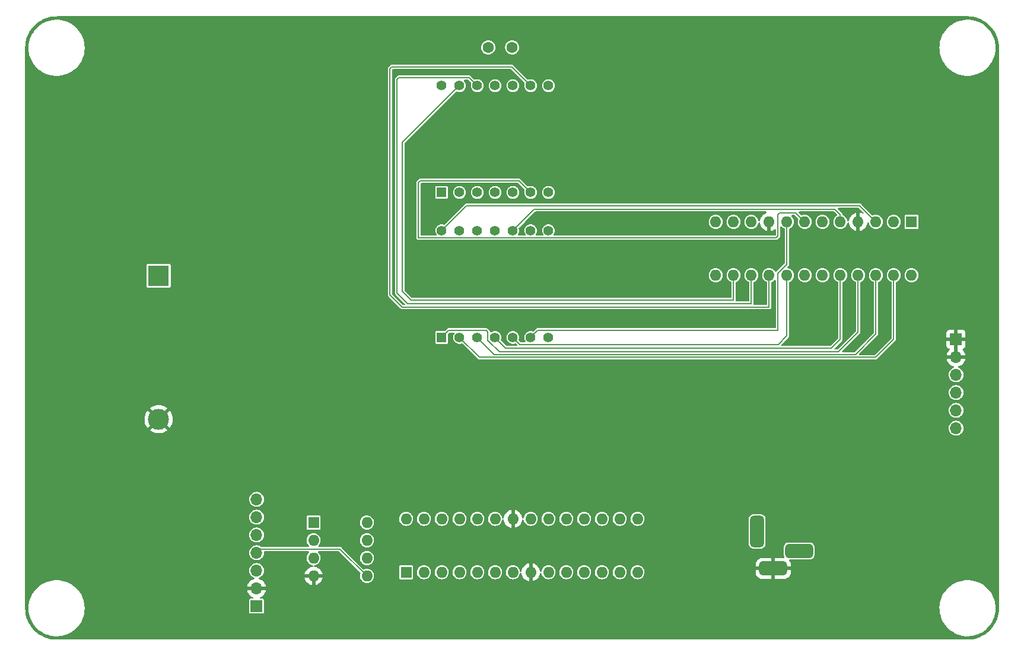
<source format=gbr>
%TF.GenerationSoftware,KiCad,Pcbnew,(6.0.5)*%
%TF.CreationDate,2022-07-18T17:09:20-07:00*%
%TF.ProjectId,rectangle-clock,72656374-616e-4676-9c65-2d636c6f636b,rev?*%
%TF.SameCoordinates,Original*%
%TF.FileFunction,Copper,L2,Bot*%
%TF.FilePolarity,Positive*%
%FSLAX46Y46*%
G04 Gerber Fmt 4.6, Leading zero omitted, Abs format (unit mm)*
G04 Created by KiCad (PCBNEW (6.0.5)) date 2022-07-18 17:09:20*
%MOMM*%
%LPD*%
G01*
G04 APERTURE LIST*
G04 Aperture macros list*
%AMRoundRect*
0 Rectangle with rounded corners*
0 $1 Rounding radius*
0 $2 $3 $4 $5 $6 $7 $8 $9 X,Y pos of 4 corners*
0 Add a 4 corners polygon primitive as box body*
4,1,4,$2,$3,$4,$5,$6,$7,$8,$9,$2,$3,0*
0 Add four circle primitives for the rounded corners*
1,1,$1+$1,$2,$3*
1,1,$1+$1,$4,$5*
1,1,$1+$1,$6,$7*
1,1,$1+$1,$8,$9*
0 Add four rect primitives between the rounded corners*
20,1,$1+$1,$2,$3,$4,$5,0*
20,1,$1+$1,$4,$5,$6,$7,0*
20,1,$1+$1,$6,$7,$8,$9,0*
20,1,$1+$1,$8,$9,$2,$3,0*%
G04 Aperture macros list end*
%TA.AperFunction,ComponentPad*%
%ADD10RoundRect,0.500000X-1.500000X-0.500000X1.500000X-0.500000X1.500000X0.500000X-1.500000X0.500000X0*%
%TD*%
%TA.AperFunction,ComponentPad*%
%ADD11RoundRect,0.500000X0.500000X-1.750000X0.500000X1.750000X-0.500000X1.750000X-0.500000X-1.750000X0*%
%TD*%
%TA.AperFunction,ComponentPad*%
%ADD12R,1.400000X1.400000*%
%TD*%
%TA.AperFunction,ComponentPad*%
%ADD13C,1.400000*%
%TD*%
%TA.AperFunction,ComponentPad*%
%ADD14R,1.700000X1.700000*%
%TD*%
%TA.AperFunction,ComponentPad*%
%ADD15O,1.700000X1.700000*%
%TD*%
%TA.AperFunction,ComponentPad*%
%ADD16R,3.000000X3.000000*%
%TD*%
%TA.AperFunction,ComponentPad*%
%ADD17C,3.000000*%
%TD*%
%TA.AperFunction,ComponentPad*%
%ADD18R,1.600000X1.600000*%
%TD*%
%TA.AperFunction,ComponentPad*%
%ADD19O,1.600000X1.600000*%
%TD*%
%TA.AperFunction,ComponentPad*%
%ADD20C,1.600000*%
%TD*%
%TA.AperFunction,ViaPad*%
%ADD21C,0.812800*%
%TD*%
%TA.AperFunction,Conductor*%
%ADD22C,0.203200*%
%TD*%
G04 APERTURE END LIST*
D10*
%TO.P,J2,3,OUT*%
%TO.N,unconnected-(J2-Pad3)*%
X190968000Y-131832000D03*
%TO.P,J2,2,OUT*%
%TO.N,GND*%
X187268000Y-134332000D03*
D11*
%TO.P,J2,1,POLE*%
%TO.N,Net-(U2-Pad1)*%
X184968000Y-129032000D03*
%TD*%
D12*
%TO.P,DS1,1,E*%
%TO.N,SEGE*%
X139954000Y-101346000D03*
D13*
%TO.P,DS1,2,D*%
%TO.N,SEGD*%
X142494000Y-101346000D03*
%TO.P,DS1,3,DP*%
%TO.N,SEGDP*%
X145034000Y-101346000D03*
%TO.P,DS1,4,C*%
%TO.N,SEGC*%
X147574000Y-101346000D03*
%TO.P,DS1,5,G*%
%TO.N,SEGG*%
X150114000Y-101346000D03*
%TO.P,DS1,6,COM_DIG.4*%
%TO.N,DIG7*%
X152654000Y-101346000D03*
%TO.P,DS1,7,COM_COLON*%
%TO.N,unconnected-(DS1-Pad7)*%
X155194000Y-101346000D03*
%TO.P,DS1,8,COLON*%
%TO.N,unconnected-(DS1-Pad8)*%
X155194000Y-86106000D03*
%TO.P,DS1,9,B*%
%TO.N,SEGB*%
X152654000Y-86106000D03*
%TO.P,DS1,10,COM_DIG.3*%
%TO.N,DIG6*%
X150114000Y-86106000D03*
%TO.P,DS1,11,COM_DIG.2*%
%TO.N,DIG5*%
X147574000Y-86106000D03*
%TO.P,DS1,12,F*%
%TO.N,SEGF*%
X145034000Y-86106000D03*
%TO.P,DS1,13,A*%
%TO.N,SEGA*%
X142494000Y-86106000D03*
%TO.P,DS1,14,COM_DIG.1*%
%TO.N,DIG4*%
X139954000Y-86106000D03*
%TD*%
D14*
%TO.P,J1,1,Pin_1*%
%TO.N,VCC*%
X113538000Y-139700000D03*
D15*
%TO.P,J1,2,Pin_2*%
%TO.N,GND*%
X113538000Y-137160000D03*
%TO.P,J1,3,Pin_3*%
%TO.N,SCL*%
X113538000Y-134620000D03*
%TO.P,J1,4,Pin_4*%
%TO.N,SDA*%
X113538000Y-132080000D03*
%TO.P,J1,5,Pin_5*%
%TO.N,unconnected-(J1-Pad5)*%
X113538000Y-129540000D03*
%TO.P,J1,6,Pin_6*%
%TO.N,unconnected-(J1-Pad6)*%
X113538000Y-127000000D03*
%TO.P,J1,7,Pin_7*%
%TO.N,Net-(J1-Pad7)*%
X113538000Y-124460000D03*
%TD*%
D16*
%TO.P,BT1,1,+*%
%TO.N,Net-(BT1-Pad1)*%
X99567984Y-92526314D03*
D17*
%TO.P,BT1,2,-*%
%TO.N,GND*%
X99567984Y-113016314D03*
%TD*%
D12*
%TO.P,DS2,1,E*%
%TO.N,SEGE*%
X139954000Y-80651000D03*
D13*
%TO.P,DS2,2,D*%
%TO.N,SEGD*%
X142494000Y-80651000D03*
%TO.P,DS2,3,DP*%
%TO.N,SEGDP*%
X145034000Y-80651000D03*
%TO.P,DS2,4,C*%
%TO.N,SEGC*%
X147574000Y-80651000D03*
%TO.P,DS2,5,G*%
%TO.N,SEGG*%
X150114000Y-80651000D03*
%TO.P,DS2,6,COM_DIG.4*%
%TO.N,DIG3*%
X152654000Y-80651000D03*
%TO.P,DS2,7,COM_COLON*%
%TO.N,unconnected-(DS2-Pad7)*%
X155194000Y-80651000D03*
%TO.P,DS2,8,COLON*%
%TO.N,unconnected-(DS2-Pad8)*%
X155194000Y-65411000D03*
%TO.P,DS2,9,B*%
%TO.N,SEGB*%
X152654000Y-65411000D03*
%TO.P,DS2,10,COM_DIG.3*%
%TO.N,DIG2*%
X150114000Y-65411000D03*
%TO.P,DS2,11,COM_DIG.2*%
%TO.N,DIG1*%
X147574000Y-65411000D03*
%TO.P,DS2,12,F*%
%TO.N,SEGF*%
X145034000Y-65411000D03*
%TO.P,DS2,13,A*%
%TO.N,SEGA*%
X142494000Y-65411000D03*
%TO.P,DS2,14,COM_DIG.1*%
%TO.N,DIG0*%
X139954000Y-65411000D03*
%TD*%
D18*
%TO.P,U4,1,DIN*%
%TO.N,Din*%
X207015000Y-84846000D03*
D19*
%TO.P,U4,2,DIG_0*%
%TO.N,DIG0*%
X204475000Y-84846000D03*
%TO.P,U4,3,DIG_4*%
%TO.N,DIG4*%
X201935000Y-84846000D03*
%TO.P,U4,4,GND*%
%TO.N,GND*%
X199395000Y-84846000D03*
%TO.P,U4,5,DIG_6*%
%TO.N,DIG6*%
X196855000Y-84846000D03*
%TO.P,U4,6,DIG_2*%
%TO.N,DIG2*%
X194315000Y-84846000D03*
%TO.P,U4,7,DIG_3*%
%TO.N,DIG3*%
X191775000Y-84846000D03*
%TO.P,U4,8,DIG_7*%
%TO.N,DIG7*%
X189235000Y-84846000D03*
%TO.P,U4,9,GND*%
%TO.N,GND*%
X186695000Y-84846000D03*
%TO.P,U4,10,DIG_5*%
%TO.N,DIG5*%
X184155000Y-84846000D03*
%TO.P,U4,11,DIG_1*%
%TO.N,DIG1*%
X181615000Y-84846000D03*
%TO.P,U4,12,LOAD*%
%TO.N,CS*%
X179075000Y-84846000D03*
%TO.P,U4,13,CLK*%
%TO.N,SCK*%
X179075000Y-92466000D03*
%TO.P,U4,14,SEG_A*%
%TO.N,SEGA*%
X181615000Y-92466000D03*
%TO.P,U4,15,SEG_F*%
%TO.N,SEGF*%
X184155000Y-92466000D03*
%TO.P,U4,16,SEG_B*%
%TO.N,SEGB*%
X186695000Y-92466000D03*
%TO.P,U4,17,SEG_G*%
%TO.N,SEGG*%
X189235000Y-92466000D03*
%TO.P,U4,18,ISET*%
%TO.N,Net-(R2-Pad1)*%
X191775000Y-92466000D03*
%TO.P,U4,19,V+*%
%TO.N,VCC*%
X194315000Y-92466000D03*
%TO.P,U4,20,SEG_C*%
%TO.N,SEGC*%
X196855000Y-92466000D03*
%TO.P,U4,21,SEG_E*%
%TO.N,SEGE*%
X199395000Y-92466000D03*
%TO.P,U4,22,SEG_DP*%
%TO.N,SEGDP*%
X201935000Y-92466000D03*
%TO.P,U4,23,SEG_D*%
%TO.N,SEGD*%
X204475000Y-92466000D03*
%TO.P,U4,24,DOUT*%
%TO.N,unconnected-(U4-Pad24)*%
X207015000Y-92466000D03*
%TD*%
D20*
%TO.P,R6,1*%
%TO.N,VCC*%
X150011000Y-59944000D03*
%TO.P,R6,2*%
%TO.N,PHR*%
X146611000Y-59944000D03*
%TD*%
D18*
%TO.P,U1,1,X1*%
%TO.N,Net-(U1-Pad1)*%
X121676000Y-127772000D03*
D19*
%TO.P,U1,2,X2*%
%TO.N,Net-(U1-Pad2)*%
X121676000Y-130312000D03*
%TO.P,U1,3,VBAT*%
%TO.N,Net-(BT1-Pad1)*%
X121676000Y-132852000D03*
%TO.P,U1,4,GND*%
%TO.N,GND*%
X121676000Y-135392000D03*
%TO.P,U1,5,SDA*%
%TO.N,SDA*%
X129296000Y-135392000D03*
%TO.P,U1,6,SCL*%
%TO.N,SCL*%
X129296000Y-132852000D03*
%TO.P,U1,7,SQW/OUT*%
%TO.N,unconnected-(U1-Pad7)*%
X129296000Y-130312000D03*
%TO.P,U1,8,VCC*%
%TO.N,VCC*%
X129296000Y-127772000D03*
%TD*%
D18*
%TO.P,U3,1,~{RESET}/PC6*%
%TO.N,RESET*%
X134884000Y-134864000D03*
D19*
%TO.P,U3,2,RXD/PD0*%
%TO.N,RXD*%
X137424000Y-134864000D03*
%TO.P,U3,3,TXD/PD1*%
%TO.N,TXD*%
X139964000Y-134864000D03*
%TO.P,U3,4,INT0/PD2*%
%TO.N,LED*%
X142504000Y-134864000D03*
%TO.P,U3,5,INT1/PD3*%
%TO.N,unconnected-(U3-Pad5)*%
X145044000Y-134864000D03*
%TO.P,U3,6,PD4*%
%TO.N,unconnected-(U3-Pad6)*%
X147584000Y-134864000D03*
%TO.P,U3,7,VCC*%
%TO.N,VCC*%
X150124000Y-134864000D03*
%TO.P,U3,8,GND*%
%TO.N,GND*%
X152664000Y-134864000D03*
%TO.P,U3,9,XTAL1/PB6*%
%TO.N,Net-(C3-Pad1)*%
X155204000Y-134864000D03*
%TO.P,U3,10,XTAL2/PB7*%
%TO.N,Net-(C4-Pad1)*%
X157744000Y-134864000D03*
%TO.P,U3,11,OC0B/PD5*%
%TO.N,unconnected-(U3-Pad11)*%
X160284000Y-134864000D03*
%TO.P,U3,12,OC0A/PD6*%
%TO.N,unconnected-(U3-Pad12)*%
X162824000Y-134864000D03*
%TO.P,U3,13,PD7*%
%TO.N,unconnected-(U3-Pad13)*%
X165364000Y-134864000D03*
%TO.P,U3,14,PB0*%
%TO.N,unconnected-(U3-Pad14)*%
X167904000Y-134864000D03*
%TO.P,U3,15,OC1A/PB1*%
%TO.N,unconnected-(U3-Pad15)*%
X167904000Y-127244000D03*
%TO.P,U3,16,OC1B/PB2*%
%TO.N,CS*%
X165364000Y-127244000D03*
%TO.P,U3,17,MOSI/PB3*%
%TO.N,Din*%
X162824000Y-127244000D03*
%TO.P,U3,18,MISO/PB4*%
%TO.N,unconnected-(U3-Pad18)*%
X160284000Y-127244000D03*
%TO.P,U3,19,SCK/PB5*%
%TO.N,SCK*%
X157744000Y-127244000D03*
%TO.P,U3,20,AVCC*%
%TO.N,VCC*%
X155204000Y-127244000D03*
%TO.P,U3,21,AREF*%
%TO.N,Net-(C1-Pad1)*%
X152664000Y-127244000D03*
%TO.P,U3,22,GND*%
%TO.N,GND*%
X150124000Y-127244000D03*
%TO.P,U3,23,ADC0/PC0*%
%TO.N,B3*%
X147584000Y-127244000D03*
%TO.P,U3,24,ADC1/PC1*%
%TO.N,B2*%
X145044000Y-127244000D03*
%TO.P,U3,25,ADC2/PC2*%
%TO.N,B1*%
X142504000Y-127244000D03*
%TO.P,U3,26,ADC3/PC3*%
%TO.N,PHR*%
X139964000Y-127244000D03*
%TO.P,U3,27,SDA/PC4*%
%TO.N,SDA*%
X137424000Y-127244000D03*
%TO.P,U3,28,SCL/PC5*%
%TO.N,SCL*%
X134884000Y-127244000D03*
%TD*%
D14*
%TO.P,J3,1,Pin_1*%
%TO.N,GND*%
X213360000Y-101600000D03*
D15*
%TO.P,J3,2,Pin_2*%
X213360000Y-104140000D03*
%TO.P,J3,3,Pin_3*%
%TO.N,unconnected-(J3-Pad3)*%
X213360000Y-106680000D03*
%TO.P,J3,4,Pin_4*%
%TO.N,Net-(J3-Pad4)*%
X213360000Y-109220000D03*
%TO.P,J3,5,Pin_5*%
%TO.N,Net-(J3-Pad5)*%
X213360000Y-111760000D03*
%TO.P,J3,6,Pin_6*%
%TO.N,Net-(C6-Pad2)*%
X213360000Y-114300000D03*
%TD*%
D21*
%TO.N,GND*%
X195834000Y-109474000D03*
X147066000Y-122428000D03*
X140462000Y-138430000D03*
X171958000Y-122428000D03*
X139446000Y-119126000D03*
X150622000Y-138430000D03*
X135382000Y-59436000D03*
X172466000Y-135382000D03*
%TD*%
D22*
%TO.N,SEGE*%
X146315689Y-100341689D02*
X146558000Y-100584000D01*
X146558000Y-101750311D02*
X148185689Y-103378000D01*
X146558000Y-100584000D02*
X146558000Y-101750311D01*
X148185689Y-103378000D02*
X196596000Y-103378000D01*
X140958311Y-100341689D02*
X146315689Y-100341689D01*
X139954000Y-101346000D02*
X140958311Y-100341689D01*
X199395000Y-100579000D02*
X199395000Y-92466000D01*
X196596000Y-103378000D02*
X199395000Y-100579000D01*
%TO.N,SEGD*%
X142494000Y-101346000D02*
X145337840Y-104189840D01*
X145337840Y-104189840D02*
X201880160Y-104189840D01*
X204475000Y-101595000D02*
X204475000Y-92466000D01*
X201880160Y-104189840D02*
X204475000Y-101595000D01*
%TO.N,SEGDP*%
X147471920Y-103783920D02*
X198984080Y-103783920D01*
X201935000Y-100833000D02*
X201935000Y-92466000D01*
X145034000Y-101346000D02*
X147471920Y-103783920D01*
X198984080Y-103783920D02*
X201935000Y-100833000D01*
%TO.N,SEGC*%
X149098000Y-102870000D02*
X195580000Y-102870000D01*
X196855000Y-101595000D02*
X196855000Y-92466000D01*
X147574000Y-101346000D02*
X149098000Y-102870000D01*
X195580000Y-102870000D02*
X196855000Y-101595000D01*
%TO.N,SEGG*%
X187971689Y-102350311D02*
X189235000Y-101087000D01*
X189235000Y-101087000D02*
X189235000Y-92466000D01*
X151118311Y-102350311D02*
X187971689Y-102350311D01*
X150114000Y-101346000D02*
X151118311Y-102350311D01*
%TO.N,DIG3*%
X188214000Y-83566000D02*
X190495000Y-83566000D01*
X136652000Y-79248000D02*
X136652000Y-87122000D01*
X136906000Y-78994000D02*
X136652000Y-79248000D01*
X187960000Y-86868000D02*
X187960000Y-83820000D01*
X136652000Y-87122000D02*
X187706000Y-87122000D01*
X190495000Y-83566000D02*
X191775000Y-84846000D01*
X187960000Y-83820000D02*
X188214000Y-83566000D01*
X152654000Y-80651000D02*
X150997000Y-78994000D01*
X150997000Y-78994000D02*
X136906000Y-78994000D01*
X187706000Y-87122000D02*
X187960000Y-86868000D01*
%TO.N,SEGB*%
X134366000Y-97028000D02*
X132588000Y-95250000D01*
X132588000Y-95250000D02*
X132588000Y-62992000D01*
X132842000Y-62738000D02*
X149981000Y-62738000D01*
X132588000Y-62992000D02*
X132842000Y-62738000D01*
X186695000Y-97023000D02*
X186690000Y-97028000D01*
X186690000Y-97028000D02*
X134366000Y-97028000D01*
X186695000Y-92466000D02*
X186695000Y-97023000D01*
X149981000Y-62738000D02*
X152654000Y-65411000D01*
%TO.N,SEGF*%
X184150000Y-96520000D02*
X135128000Y-96520000D01*
X184155000Y-92466000D02*
X184155000Y-96515000D01*
X135128000Y-96520000D02*
X133604000Y-94996000D01*
X184155000Y-96515000D02*
X184150000Y-96520000D01*
X133858000Y-64262000D02*
X143885000Y-64262000D01*
X133604000Y-94996000D02*
X133604000Y-64516000D01*
X143885000Y-64262000D02*
X145034000Y-65411000D01*
X133604000Y-64516000D02*
X133858000Y-64262000D01*
%TO.N,SEGA*%
X134366000Y-94742000D02*
X134366000Y-73539000D01*
X134366000Y-73539000D02*
X142494000Y-65411000D01*
X181615000Y-96007000D02*
X181610000Y-96012000D01*
X181610000Y-96012000D02*
X135636000Y-96012000D01*
X135636000Y-96012000D02*
X134366000Y-94742000D01*
X181615000Y-92466000D02*
X181615000Y-96007000D01*
%TO.N,DIG7*%
X187960000Y-100330000D02*
X187960000Y-92179267D01*
X189235000Y-90904267D02*
X189235000Y-84846000D01*
X187948311Y-100341689D02*
X187960000Y-100330000D01*
X153658311Y-100341689D02*
X187948311Y-100341689D01*
X152654000Y-101346000D02*
X153658311Y-100341689D01*
X187960000Y-92179267D02*
X189235000Y-90904267D01*
%TO.N,DIG6*%
X196855000Y-83825000D02*
X196855000Y-84846000D01*
X196088000Y-83058000D02*
X196855000Y-83825000D01*
X153162000Y-83058000D02*
X196088000Y-83058000D01*
X150114000Y-86106000D02*
X153162000Y-83058000D01*
%TO.N,SDA*%
X114046000Y-131572000D02*
X113538000Y-132080000D01*
X129296000Y-135392000D02*
X125476000Y-131572000D01*
X125476000Y-131572000D02*
X114046000Y-131572000D01*
%TO.N,DIG4*%
X143510000Y-82550000D02*
X199639000Y-82550000D01*
X139954000Y-86106000D02*
X143510000Y-82550000D01*
X199639000Y-82550000D02*
X201935000Y-84846000D01*
%TD*%
%TA.AperFunction,Conductor*%
%TO.N,GND*%
G36*
X214970018Y-55510000D02*
G01*
X214984851Y-55512310D01*
X214984855Y-55512310D01*
X214993724Y-55513691D01*
X215014183Y-55511016D01*
X215036007Y-55510072D01*
X215385965Y-55525352D01*
X215396913Y-55526310D01*
X215774498Y-55576019D01*
X215785307Y-55577926D01*
X216157114Y-55660353D01*
X216167731Y-55663198D01*
X216530939Y-55777718D01*
X216541254Y-55781471D01*
X216893123Y-55927220D01*
X216903067Y-55931858D01*
X217111825Y-56040530D01*
X217240867Y-56107705D01*
X217250387Y-56113201D01*
X217571574Y-56317820D01*
X217580578Y-56324124D01*
X217882716Y-56555962D01*
X217891137Y-56563028D01*
X218171914Y-56820314D01*
X218179686Y-56828086D01*
X218436972Y-57108863D01*
X218444038Y-57117284D01*
X218675876Y-57419422D01*
X218682180Y-57428426D01*
X218886799Y-57749613D01*
X218892294Y-57759132D01*
X219049515Y-58061149D01*
X219068138Y-58096924D01*
X219072780Y-58106877D01*
X219202203Y-58419332D01*
X219218526Y-58458739D01*
X219222285Y-58469068D01*
X219336802Y-58832268D01*
X219339647Y-58842885D01*
X219416948Y-59191566D01*
X219422073Y-59214685D01*
X219423982Y-59225510D01*
X219473690Y-59603086D01*
X219474648Y-59614035D01*
X219480770Y-59754238D01*
X219489603Y-59956552D01*
X219488223Y-59981429D01*
X219486309Y-59993724D01*
X219487473Y-60002626D01*
X219487473Y-60002628D01*
X219490436Y-60025283D01*
X219491500Y-60041621D01*
X219491500Y-139950633D01*
X219490000Y-139970018D01*
X219487690Y-139984851D01*
X219487690Y-139984855D01*
X219486309Y-139993724D01*
X219488984Y-140014183D01*
X219489928Y-140036011D01*
X219474648Y-140385964D01*
X219473690Y-140396913D01*
X219429183Y-140734987D01*
X219423982Y-140774490D01*
X219422074Y-140785307D01*
X219394997Y-140907445D01*
X219339647Y-141157114D01*
X219336802Y-141167731D01*
X219319920Y-141221276D01*
X219222285Y-141530932D01*
X219218529Y-141541254D01*
X219115439Y-141790136D01*
X219072784Y-141893114D01*
X219068142Y-141903067D01*
X219035309Y-141966139D01*
X218892295Y-142240867D01*
X218886800Y-142250385D01*
X218869958Y-142276822D01*
X218682180Y-142571574D01*
X218675876Y-142580578D01*
X218444038Y-142882716D01*
X218436972Y-142891137D01*
X218179686Y-143171914D01*
X218171914Y-143179686D01*
X217891137Y-143436972D01*
X217882716Y-143444038D01*
X217580578Y-143675876D01*
X217571574Y-143682180D01*
X217466609Y-143749050D01*
X217274727Y-143871293D01*
X217250387Y-143886799D01*
X217240868Y-143892294D01*
X216903067Y-144068142D01*
X216893123Y-144072780D01*
X216541254Y-144218529D01*
X216530939Y-144222282D01*
X216167732Y-144336802D01*
X216157115Y-144339647D01*
X215785307Y-144422074D01*
X215774498Y-144423981D01*
X215396914Y-144473690D01*
X215385965Y-144474648D01*
X215043446Y-144489603D01*
X215018571Y-144488223D01*
X215006276Y-144486309D01*
X214997374Y-144487473D01*
X214997372Y-144487473D01*
X214982323Y-144489441D01*
X214974714Y-144490436D01*
X214958379Y-144491500D01*
X85049367Y-144491500D01*
X85029982Y-144490000D01*
X85015149Y-144487690D01*
X85015145Y-144487690D01*
X85006276Y-144486309D01*
X84985817Y-144488984D01*
X84963993Y-144489928D01*
X84614035Y-144474648D01*
X84603086Y-144473690D01*
X84225502Y-144423981D01*
X84214693Y-144422074D01*
X83842885Y-144339647D01*
X83832268Y-144336802D01*
X83469061Y-144222282D01*
X83458746Y-144218529D01*
X83106877Y-144072780D01*
X83096933Y-144068142D01*
X82759132Y-143892294D01*
X82749613Y-143886799D01*
X82725274Y-143871293D01*
X82533391Y-143749050D01*
X82428426Y-143682180D01*
X82419422Y-143675876D01*
X82117284Y-143444038D01*
X82108863Y-143436972D01*
X81828086Y-143179686D01*
X81820314Y-143171914D01*
X81563028Y-142891137D01*
X81555962Y-142882716D01*
X81324124Y-142580578D01*
X81317820Y-142571574D01*
X81130042Y-142276822D01*
X81113200Y-142250385D01*
X81107705Y-142240867D01*
X80964691Y-141966139D01*
X80931858Y-141903067D01*
X80927216Y-141893114D01*
X80884562Y-141790136D01*
X80781471Y-141541254D01*
X80777715Y-141530932D01*
X80680081Y-141221276D01*
X80663198Y-141167731D01*
X80660353Y-141157114D01*
X80605003Y-140907445D01*
X80577926Y-140785307D01*
X80576018Y-140774490D01*
X80570818Y-140734987D01*
X80526310Y-140396913D01*
X80525352Y-140385964D01*
X80510561Y-140047208D01*
X80512188Y-140020805D01*
X80512769Y-140017352D01*
X80512770Y-140017345D01*
X80513576Y-140012552D01*
X80513729Y-140000000D01*
X80511727Y-139986019D01*
X80994883Y-139986019D01*
X80995033Y-139989200D01*
X80996524Y-140020805D01*
X81013974Y-140390833D01*
X81014445Y-140393986D01*
X81014446Y-140393994D01*
X81019733Y-140429367D01*
X81073876Y-140791646D01*
X81074662Y-140794728D01*
X81074662Y-140794730D01*
X81084345Y-140832716D01*
X81173975Y-141184352D01*
X81313248Y-141564933D01*
X81314640Y-141567799D01*
X81477442Y-141903076D01*
X81490268Y-141929491D01*
X81491940Y-141932198D01*
X81491941Y-141932200D01*
X81688458Y-142250387D01*
X81703223Y-142274294D01*
X81705155Y-142276812D01*
X81705162Y-142276822D01*
X81947991Y-142593283D01*
X81949932Y-142595812D01*
X81952114Y-142598128D01*
X81952123Y-142598138D01*
X82108597Y-142764183D01*
X82227869Y-142890751D01*
X82534189Y-143156094D01*
X82536799Y-143157929D01*
X82536805Y-143157933D01*
X82736373Y-143298192D01*
X82865755Y-143389123D01*
X83219173Y-143587452D01*
X83222087Y-143588719D01*
X83222091Y-143588721D01*
X83375386Y-143655375D01*
X83590825Y-143749050D01*
X83774813Y-143807768D01*
X83973860Y-143871293D01*
X83973869Y-143871295D01*
X83976904Y-143872264D01*
X84192469Y-143917691D01*
X84370339Y-143955174D01*
X84370344Y-143955175D01*
X84373458Y-143955831D01*
X84776427Y-143998896D01*
X84779614Y-143998913D01*
X84779620Y-143998913D01*
X84963626Y-143999876D01*
X85181685Y-144001018D01*
X85334498Y-143986304D01*
X85581918Y-143962480D01*
X85581923Y-143962479D01*
X85585083Y-143962175D01*
X85588202Y-143961552D01*
X85588207Y-143961551D01*
X85784157Y-143922396D01*
X85982491Y-143882765D01*
X86251745Y-143799932D01*
X86366794Y-143764538D01*
X86366798Y-143764536D01*
X86369839Y-143763601D01*
X86372775Y-143762361D01*
X86372780Y-143762359D01*
X86577514Y-143675876D01*
X86743162Y-143605904D01*
X87098637Y-143411286D01*
X87432626Y-143181743D01*
X87462870Y-143156094D01*
X87739278Y-142921683D01*
X87739280Y-142921681D01*
X87741708Y-142919622D01*
X88022718Y-142627609D01*
X88272781Y-142308693D01*
X88309641Y-142250387D01*
X88487625Y-141968842D01*
X88489334Y-141966139D01*
X88490754Y-141963290D01*
X88490759Y-141963282D01*
X88668742Y-141606302D01*
X88670162Y-141603454D01*
X88813412Y-141224353D01*
X88824056Y-141184352D01*
X88916798Y-140835801D01*
X88917619Y-140832716D01*
X88923704Y-140794730D01*
X88981210Y-140435704D01*
X88981715Y-140432553D01*
X88984085Y-140391460D01*
X89004945Y-140029656D01*
X89005043Y-140027961D01*
X89005141Y-140000000D01*
X89003622Y-139970018D01*
X88984799Y-139598428D01*
X88984798Y-139598423D01*
X88984638Y-139595255D01*
X88923337Y-139194655D01*
X88900294Y-139105555D01*
X88822664Y-138805379D01*
X88822661Y-138805371D01*
X88821867Y-138802299D01*
X88816935Y-138788966D01*
X88682376Y-138425204D01*
X88682373Y-138425198D01*
X88681267Y-138422207D01*
X88502975Y-138058269D01*
X88288818Y-137714212D01*
X88070312Y-137431497D01*
X88066467Y-137426522D01*
X112203509Y-137426522D01*
X112255600Y-137620927D01*
X112259346Y-137631219D01*
X112355119Y-137836606D01*
X112360602Y-137846102D01*
X112490579Y-138031729D01*
X112497635Y-138040137D01*
X112657863Y-138200365D01*
X112666271Y-138207421D01*
X112851898Y-138337398D01*
X112861393Y-138342881D01*
X112996979Y-138406105D01*
X113050264Y-138453022D01*
X113069725Y-138521299D01*
X113049183Y-138589259D01*
X112995161Y-138635325D01*
X112943729Y-138646300D01*
X112667936Y-138646300D01*
X112608520Y-138658119D01*
X112541140Y-138703140D01*
X112496119Y-138770520D01*
X112484300Y-138829936D01*
X112484300Y-140570064D01*
X112496119Y-140629480D01*
X112541140Y-140696860D01*
X112608520Y-140741881D01*
X112667936Y-140753700D01*
X114408064Y-140753700D01*
X114467480Y-140741881D01*
X114534860Y-140696860D01*
X114579881Y-140629480D01*
X114591700Y-140570064D01*
X114591700Y-139986019D01*
X210994883Y-139986019D01*
X210995033Y-139989200D01*
X210996524Y-140020805D01*
X211013974Y-140390833D01*
X211014445Y-140393986D01*
X211014446Y-140393994D01*
X211019733Y-140429367D01*
X211073876Y-140791646D01*
X211074662Y-140794728D01*
X211074662Y-140794730D01*
X211084345Y-140832716D01*
X211173975Y-141184352D01*
X211313248Y-141564933D01*
X211314640Y-141567799D01*
X211477442Y-141903076D01*
X211490268Y-141929491D01*
X211491940Y-141932198D01*
X211491941Y-141932200D01*
X211688458Y-142250387D01*
X211703223Y-142274294D01*
X211705155Y-142276812D01*
X211705162Y-142276822D01*
X211947991Y-142593283D01*
X211949932Y-142595812D01*
X211952114Y-142598128D01*
X211952123Y-142598138D01*
X212108597Y-142764183D01*
X212227869Y-142890751D01*
X212534189Y-143156094D01*
X212536799Y-143157929D01*
X212536805Y-143157933D01*
X212736373Y-143298192D01*
X212865755Y-143389123D01*
X213219173Y-143587452D01*
X213222087Y-143588719D01*
X213222091Y-143588721D01*
X213375386Y-143655375D01*
X213590825Y-143749050D01*
X213774813Y-143807768D01*
X213973860Y-143871293D01*
X213973869Y-143871295D01*
X213976904Y-143872264D01*
X214192469Y-143917691D01*
X214370339Y-143955174D01*
X214370344Y-143955175D01*
X214373458Y-143955831D01*
X214776427Y-143998896D01*
X214779614Y-143998913D01*
X214779620Y-143998913D01*
X214963626Y-143999876D01*
X215181685Y-144001018D01*
X215334498Y-143986304D01*
X215581918Y-143962480D01*
X215581923Y-143962479D01*
X215585083Y-143962175D01*
X215588202Y-143961552D01*
X215588207Y-143961551D01*
X215784157Y-143922396D01*
X215982491Y-143882765D01*
X216251745Y-143799932D01*
X216366794Y-143764538D01*
X216366798Y-143764536D01*
X216369839Y-143763601D01*
X216372775Y-143762361D01*
X216372780Y-143762359D01*
X216577514Y-143675876D01*
X216743162Y-143605904D01*
X217098637Y-143411286D01*
X217432626Y-143181743D01*
X217462870Y-143156094D01*
X217739278Y-142921683D01*
X217739280Y-142921681D01*
X217741708Y-142919622D01*
X218022718Y-142627609D01*
X218272781Y-142308693D01*
X218309641Y-142250387D01*
X218487625Y-141968842D01*
X218489334Y-141966139D01*
X218490754Y-141963290D01*
X218490759Y-141963282D01*
X218668742Y-141606302D01*
X218670162Y-141603454D01*
X218813412Y-141224353D01*
X218824056Y-141184352D01*
X218916798Y-140835801D01*
X218917619Y-140832716D01*
X218923704Y-140794730D01*
X218981210Y-140435704D01*
X218981715Y-140432553D01*
X218984085Y-140391460D01*
X219004945Y-140029656D01*
X219005043Y-140027961D01*
X219005141Y-140000000D01*
X219003622Y-139970018D01*
X218984799Y-139598428D01*
X218984798Y-139598423D01*
X218984638Y-139595255D01*
X218923337Y-139194655D01*
X218900294Y-139105555D01*
X218822664Y-138805379D01*
X218822661Y-138805371D01*
X218821867Y-138802299D01*
X218816935Y-138788966D01*
X218682376Y-138425204D01*
X218682373Y-138425198D01*
X218681267Y-138422207D01*
X218502975Y-138058269D01*
X218288818Y-137714212D01*
X218070312Y-137431497D01*
X218042941Y-137396083D01*
X218042936Y-137396078D01*
X218040989Y-137393558D01*
X217762024Y-137099590D01*
X217536955Y-136906000D01*
X217457194Y-136837395D01*
X217457191Y-136837393D01*
X217454779Y-136835318D01*
X217122401Y-136603448D01*
X216768293Y-136406354D01*
X216765373Y-136405096D01*
X216765368Y-136405094D01*
X216399014Y-136247316D01*
X216399004Y-136247312D01*
X216396080Y-136246053D01*
X216009573Y-136124188D01*
X215665852Y-136053007D01*
X215615855Y-136042653D01*
X215615852Y-136042653D01*
X215612730Y-136042006D01*
X215301937Y-136009889D01*
X215212769Y-136000674D01*
X215212766Y-136000674D01*
X215209613Y-136000348D01*
X215206447Y-136000342D01*
X215206438Y-136000342D01*
X215006225Y-135999993D01*
X214804350Y-135999641D01*
X214604617Y-136019577D01*
X214404274Y-136039573D01*
X214404270Y-136039574D01*
X214401090Y-136039891D01*
X214397950Y-136040530D01*
X214397949Y-136040530D01*
X214007096Y-136120050D01*
X214007089Y-136120052D01*
X214003962Y-136120688D01*
X213617032Y-136241203D01*
X213614092Y-136242457D01*
X213247199Y-136398950D01*
X213247195Y-136398952D01*
X213244262Y-136400203D01*
X212889468Y-136596060D01*
X212886847Y-136597875D01*
X212886842Y-136597878D01*
X212740698Y-136699073D01*
X212556283Y-136826768D01*
X212553855Y-136828842D01*
X212553852Y-136828844D01*
X212468166Y-136902027D01*
X212248118Y-137089966D01*
X212245918Y-137092268D01*
X212245915Y-137092271D01*
X212238921Y-137099590D01*
X211968128Y-137382958D01*
X211966171Y-137385471D01*
X211966170Y-137385473D01*
X211940870Y-137417973D01*
X211719181Y-137702745D01*
X211717485Y-137705449D01*
X211717482Y-137705453D01*
X211710288Y-137716921D01*
X211503824Y-138046053D01*
X211324263Y-138409367D01*
X211182337Y-138788966D01*
X211181529Y-138792045D01*
X211181527Y-138792052D01*
X211080306Y-139177884D01*
X211079498Y-139180964D01*
X211016800Y-139581349D01*
X210994883Y-139986019D01*
X114591700Y-139986019D01*
X114591700Y-138829936D01*
X114579881Y-138770520D01*
X114534860Y-138703140D01*
X114467480Y-138658119D01*
X114408064Y-138646300D01*
X114132271Y-138646300D01*
X114064150Y-138626298D01*
X114017657Y-138572642D01*
X114007553Y-138502368D01*
X114037047Y-138437788D01*
X114079021Y-138406105D01*
X114214607Y-138342881D01*
X114224102Y-138337398D01*
X114409729Y-138207421D01*
X114418137Y-138200365D01*
X114578365Y-138040137D01*
X114585421Y-138031729D01*
X114715398Y-137846102D01*
X114720881Y-137836606D01*
X114816654Y-137631219D01*
X114820400Y-137620927D01*
X114871158Y-137431497D01*
X114870822Y-137417401D01*
X114862880Y-137414000D01*
X112218269Y-137414000D01*
X112204738Y-137417973D01*
X112203509Y-137426522D01*
X88066467Y-137426522D01*
X88042941Y-137396083D01*
X88042936Y-137396078D01*
X88040989Y-137393558D01*
X87762024Y-137099590D01*
X87536955Y-136906000D01*
X87516613Y-136888503D01*
X112204842Y-136888503D01*
X112205178Y-136902599D01*
X112213120Y-136906000D01*
X114857731Y-136906000D01*
X114871262Y-136902027D01*
X114872491Y-136893478D01*
X114820400Y-136699073D01*
X114816654Y-136688781D01*
X114720881Y-136483394D01*
X114715398Y-136473898D01*
X114585421Y-136288271D01*
X114578365Y-136279863D01*
X114418137Y-136119635D01*
X114409729Y-136112579D01*
X114224102Y-135982602D01*
X114214607Y-135977119D01*
X114009219Y-135881346D01*
X113998927Y-135877600D01*
X113909692Y-135853690D01*
X113849069Y-135816738D01*
X113818048Y-135752878D01*
X113826476Y-135682383D01*
X113846177Y-135658522D01*
X120393273Y-135658522D01*
X120440764Y-135835761D01*
X120444510Y-135846053D01*
X120536586Y-136043511D01*
X120542069Y-136053007D01*
X120667028Y-136231467D01*
X120674084Y-136239875D01*
X120828125Y-136393916D01*
X120836533Y-136400972D01*
X121014993Y-136525931D01*
X121024489Y-136531414D01*
X121221947Y-136623490D01*
X121232239Y-136627236D01*
X121404503Y-136673394D01*
X121418599Y-136673058D01*
X121422000Y-136665116D01*
X121422000Y-136659967D01*
X121930000Y-136659967D01*
X121933973Y-136673498D01*
X121942522Y-136674727D01*
X122119761Y-136627236D01*
X122130053Y-136623490D01*
X122327511Y-136531414D01*
X122337007Y-136525931D01*
X122515467Y-136400972D01*
X122523875Y-136393916D01*
X122677916Y-136239875D01*
X122684972Y-136231467D01*
X122809931Y-136053007D01*
X122815414Y-136043511D01*
X122907490Y-135846053D01*
X122911236Y-135835761D01*
X122957394Y-135663497D01*
X122957058Y-135649401D01*
X122949116Y-135646000D01*
X121948115Y-135646000D01*
X121932876Y-135650475D01*
X121931671Y-135651865D01*
X121930000Y-135659548D01*
X121930000Y-136659967D01*
X121422000Y-136659967D01*
X121422000Y-135664115D01*
X121417525Y-135648876D01*
X121416135Y-135647671D01*
X121408452Y-135646000D01*
X120408033Y-135646000D01*
X120394502Y-135649973D01*
X120393273Y-135658522D01*
X113846177Y-135658522D01*
X113871679Y-135627636D01*
X113908418Y-135610625D01*
X113914949Y-135608801D01*
X113914950Y-135608801D01*
X113920887Y-135607143D01*
X114105332Y-135513973D01*
X114132899Y-135492436D01*
X114263307Y-135390550D01*
X114263308Y-135390549D01*
X114268168Y-135386752D01*
X114403191Y-135230325D01*
X114505260Y-135050652D01*
X114570486Y-134854575D01*
X114596385Y-134649563D01*
X114596798Y-134620000D01*
X114576633Y-134414345D01*
X114567506Y-134384113D01*
X114518688Y-134222422D01*
X114516907Y-134216523D01*
X114452256Y-134094932D01*
X114422789Y-134039512D01*
X114422787Y-134039509D01*
X114419895Y-134034070D01*
X114416005Y-134029300D01*
X114416002Y-134029296D01*
X114293187Y-133878710D01*
X114293184Y-133878707D01*
X114289292Y-133873935D01*
X114284543Y-133870006D01*
X114134822Y-133746146D01*
X114134819Y-133746144D01*
X114130072Y-133742217D01*
X113948301Y-133643933D01*
X113793560Y-133596033D01*
X113756788Y-133584650D01*
X113756785Y-133584649D01*
X113750901Y-133582828D01*
X113744776Y-133582184D01*
X113744775Y-133582184D01*
X113551520Y-133561872D01*
X113551519Y-133561872D01*
X113545392Y-133561228D01*
X113418582Y-133572768D01*
X113345742Y-133579397D01*
X113345741Y-133579397D01*
X113339601Y-133579956D01*
X113141367Y-133638300D01*
X112958241Y-133734036D01*
X112797198Y-133863518D01*
X112793239Y-133868236D01*
X112793238Y-133868237D01*
X112685452Y-133996691D01*
X112664371Y-134021814D01*
X112661408Y-134027203D01*
X112661405Y-134027208D01*
X112588122Y-134160510D01*
X112564821Y-134202895D01*
X112502339Y-134399864D01*
X112501653Y-134405981D01*
X112501652Y-134405985D01*
X112481273Y-134587671D01*
X112479305Y-134605217D01*
X112479821Y-134611361D01*
X112496080Y-134804994D01*
X112496081Y-134804999D01*
X112496596Y-134811133D01*
X112510731Y-134860427D01*
X112551393Y-135002230D01*
X112553555Y-135009770D01*
X112575253Y-135051989D01*
X112639212Y-135176440D01*
X112648010Y-135193560D01*
X112651835Y-135198386D01*
X112651837Y-135198389D01*
X112711938Y-135274217D01*
X112776364Y-135355503D01*
X112781057Y-135359497D01*
X112781058Y-135359498D01*
X112823367Y-135395505D01*
X112933730Y-135489431D01*
X113114111Y-135590243D01*
X113172735Y-135609291D01*
X113177511Y-135610843D01*
X113236117Y-135650917D01*
X113263754Y-135716313D01*
X113251647Y-135786270D01*
X113203641Y-135838576D01*
X113171186Y-135852383D01*
X113077073Y-135877600D01*
X113066781Y-135881346D01*
X112861394Y-135977119D01*
X112851898Y-135982602D01*
X112666271Y-136112579D01*
X112657863Y-136119635D01*
X112497635Y-136279863D01*
X112490579Y-136288271D01*
X112360602Y-136473898D01*
X112355119Y-136483394D01*
X112259346Y-136688781D01*
X112255600Y-136699073D01*
X112204842Y-136888503D01*
X87516613Y-136888503D01*
X87457194Y-136837395D01*
X87457191Y-136837393D01*
X87454779Y-136835318D01*
X87122401Y-136603448D01*
X86768293Y-136406354D01*
X86765373Y-136405096D01*
X86765368Y-136405094D01*
X86399014Y-136247316D01*
X86399004Y-136247312D01*
X86396080Y-136246053D01*
X86009573Y-136124188D01*
X85665852Y-136053007D01*
X85615855Y-136042653D01*
X85615852Y-136042653D01*
X85612730Y-136042006D01*
X85301937Y-136009889D01*
X85212769Y-136000674D01*
X85212766Y-136000674D01*
X85209613Y-136000348D01*
X85206447Y-136000342D01*
X85206438Y-136000342D01*
X85006225Y-135999993D01*
X84804350Y-135999641D01*
X84604617Y-136019577D01*
X84404274Y-136039573D01*
X84404270Y-136039574D01*
X84401090Y-136039891D01*
X84397950Y-136040530D01*
X84397949Y-136040530D01*
X84007096Y-136120050D01*
X84007089Y-136120052D01*
X84003962Y-136120688D01*
X83617032Y-136241203D01*
X83614092Y-136242457D01*
X83247199Y-136398950D01*
X83247195Y-136398952D01*
X83244262Y-136400203D01*
X82889468Y-136596060D01*
X82886847Y-136597875D01*
X82886842Y-136597878D01*
X82740698Y-136699073D01*
X82556283Y-136826768D01*
X82553855Y-136828842D01*
X82553852Y-136828844D01*
X82468166Y-136902027D01*
X82248118Y-137089966D01*
X82245918Y-137092268D01*
X82245915Y-137092271D01*
X82238921Y-137099590D01*
X81968128Y-137382958D01*
X81966171Y-137385471D01*
X81966170Y-137385473D01*
X81940870Y-137417973D01*
X81719181Y-137702745D01*
X81717485Y-137705449D01*
X81717482Y-137705453D01*
X81710288Y-137716921D01*
X81503824Y-138046053D01*
X81324263Y-138409367D01*
X81182337Y-138788966D01*
X81181529Y-138792045D01*
X81181527Y-138792052D01*
X81080306Y-139177884D01*
X81079498Y-139180964D01*
X81016800Y-139581349D01*
X80994883Y-139986019D01*
X80511727Y-139986019D01*
X80509773Y-139972376D01*
X80508500Y-139954514D01*
X80508500Y-132065217D01*
X112479305Y-132065217D01*
X112479821Y-132071361D01*
X112496080Y-132264994D01*
X112496081Y-132264999D01*
X112496596Y-132271133D01*
X112507298Y-132308455D01*
X112551393Y-132462230D01*
X112553555Y-132469770D01*
X112577322Y-132516015D01*
X112639658Y-132637308D01*
X112648010Y-132653560D01*
X112651835Y-132658386D01*
X112651837Y-132658389D01*
X112772535Y-132810672D01*
X112776364Y-132815503D01*
X112781057Y-132819497D01*
X112781058Y-132819498D01*
X112868325Y-132893767D01*
X112933730Y-132949431D01*
X113114111Y-133050243D01*
X113310639Y-133114099D01*
X113515826Y-133138566D01*
X113521961Y-133138094D01*
X113521963Y-133138094D01*
X113715715Y-133123185D01*
X113715718Y-133123184D01*
X113721858Y-133122712D01*
X113920887Y-133067143D01*
X114105332Y-132973973D01*
X114132899Y-132952436D01*
X114263307Y-132850550D01*
X114263308Y-132850549D01*
X114268168Y-132846752D01*
X114403191Y-132690325D01*
X114505260Y-132510652D01*
X114570486Y-132314575D01*
X114596385Y-132109563D01*
X114596798Y-132080000D01*
X114590483Y-132015596D01*
X114603742Y-131945848D01*
X114652605Y-131894341D01*
X114715882Y-131877300D01*
X120928607Y-131877300D01*
X120996728Y-131897302D01*
X121043221Y-131950958D01*
X121053325Y-132021232D01*
X121023831Y-132085812D01*
X121007559Y-132101496D01*
X120975156Y-132127549D01*
X120975151Y-132127554D01*
X120970350Y-132131414D01*
X120843827Y-132282199D01*
X120749001Y-132454688D01*
X120747140Y-132460555D01*
X120747139Y-132460557D01*
X120719242Y-132548499D01*
X120689483Y-132642309D01*
X120667542Y-132837918D01*
X120668058Y-132844062D01*
X120683420Y-133026999D01*
X120684013Y-133034064D01*
X120685712Y-133039989D01*
X120724685Y-133175903D01*
X120738268Y-133223274D01*
X120741087Y-133228759D01*
X120825424Y-133392861D01*
X120825427Y-133392866D01*
X120828242Y-133398343D01*
X120950506Y-133552602D01*
X120955200Y-133556597D01*
X121039996Y-133628764D01*
X121100403Y-133680175D01*
X121105781Y-133683181D01*
X121105783Y-133683182D01*
X121203683Y-133737896D01*
X121272226Y-133776203D01*
X121278085Y-133778107D01*
X121278088Y-133778108D01*
X121338201Y-133797640D01*
X121459427Y-133837029D01*
X121465535Y-133837757D01*
X121465538Y-133837758D01*
X121510857Y-133843162D01*
X121576130Y-133871090D01*
X121615942Y-133929874D01*
X121617654Y-134000850D01*
X121580721Y-134061484D01*
X121516870Y-134092525D01*
X121506917Y-134093797D01*
X121453481Y-134098472D01*
X121442688Y-134100375D01*
X121232239Y-134156764D01*
X121221947Y-134160510D01*
X121024489Y-134252586D01*
X121014993Y-134258069D01*
X120836533Y-134383028D01*
X120828125Y-134390084D01*
X120674084Y-134544125D01*
X120667028Y-134552533D01*
X120542069Y-134730993D01*
X120536586Y-134740489D01*
X120444510Y-134937947D01*
X120440764Y-134948239D01*
X120394606Y-135120503D01*
X120394942Y-135134599D01*
X120402884Y-135138000D01*
X122943967Y-135138000D01*
X122957498Y-135134027D01*
X122958727Y-135125478D01*
X122911236Y-134948239D01*
X122907490Y-134937947D01*
X122815414Y-134740489D01*
X122809931Y-134730993D01*
X122684972Y-134552533D01*
X122677916Y-134544125D01*
X122523875Y-134390084D01*
X122515467Y-134383028D01*
X122337007Y-134258069D01*
X122327511Y-134252586D01*
X122130053Y-134160510D01*
X122119761Y-134156764D01*
X121909312Y-134100375D01*
X121898519Y-134098472D01*
X121858057Y-134094932D01*
X121791938Y-134069069D01*
X121750298Y-134011566D01*
X121746357Y-133940679D01*
X121781365Y-133878914D01*
X121846656Y-133845579D01*
X121851134Y-133845234D01*
X121857062Y-133843579D01*
X121857067Y-133843578D01*
X121962338Y-133814185D01*
X122040719Y-133792301D01*
X122216411Y-133703552D01*
X122246333Y-133680175D01*
X122366659Y-133586166D01*
X122366660Y-133586165D01*
X122371520Y-133582368D01*
X122500136Y-133433364D01*
X122503180Y-133428006D01*
X122594316Y-133267580D01*
X122594318Y-133267575D01*
X122597362Y-133262217D01*
X122659493Y-133075444D01*
X122665283Y-133029609D01*
X122683721Y-132883664D01*
X122683722Y-132883655D01*
X122684163Y-132880161D01*
X122684556Y-132852000D01*
X122665348Y-132656104D01*
X122663031Y-132648428D01*
X122641527Y-132577206D01*
X122608456Y-132467669D01*
X122516048Y-132293874D01*
X122446182Y-132208210D01*
X122395537Y-132146112D01*
X122395534Y-132146109D01*
X122391642Y-132141337D01*
X122385352Y-132136133D01*
X122342139Y-132100385D01*
X122302401Y-132041552D01*
X122300778Y-131970574D01*
X122337787Y-131909986D01*
X122401677Y-131879025D01*
X122422454Y-131877300D01*
X125297351Y-131877300D01*
X125365472Y-131897302D01*
X125386446Y-131914205D01*
X128338516Y-134866276D01*
X128372542Y-134928588D01*
X128366302Y-134993832D01*
X128369001Y-134994688D01*
X128309483Y-135182309D01*
X128287542Y-135377918D01*
X128290265Y-135410343D01*
X128302200Y-135552468D01*
X128304013Y-135574064D01*
X128305712Y-135579989D01*
X128355551Y-135753798D01*
X128358268Y-135763274D01*
X128361087Y-135768759D01*
X128445424Y-135932861D01*
X128445427Y-135932866D01*
X128448242Y-135938343D01*
X128570506Y-136092602D01*
X128575200Y-136096597D01*
X128622810Y-136137116D01*
X128720403Y-136220175D01*
X128725781Y-136223181D01*
X128725783Y-136223182D01*
X128767202Y-136246330D01*
X128892226Y-136316203D01*
X128898085Y-136318107D01*
X128898088Y-136318108D01*
X128958201Y-136337640D01*
X129079427Y-136377029D01*
X129085537Y-136377758D01*
X129085539Y-136377758D01*
X129152203Y-136385707D01*
X129274878Y-136400335D01*
X129281013Y-136399863D01*
X129281015Y-136399863D01*
X129464992Y-136385707D01*
X129464996Y-136385706D01*
X129471134Y-136385234D01*
X129660719Y-136332301D01*
X129836411Y-136243552D01*
X129866333Y-136220175D01*
X129986659Y-136126166D01*
X129986660Y-136126165D01*
X129991520Y-136122368D01*
X130120136Y-135973364D01*
X130123180Y-135968006D01*
X130214316Y-135807580D01*
X130214318Y-135807575D01*
X130217362Y-135802217D01*
X130256666Y-135684064D01*
X133880300Y-135684064D01*
X133892119Y-135743480D01*
X133937140Y-135810860D01*
X134004520Y-135855881D01*
X134063936Y-135867700D01*
X135704064Y-135867700D01*
X135763480Y-135855881D01*
X135830860Y-135810860D01*
X135875881Y-135743480D01*
X135887700Y-135684064D01*
X135887700Y-134849918D01*
X136415542Y-134849918D01*
X136416432Y-134860513D01*
X136431042Y-135034495D01*
X136432013Y-135046064D01*
X136433712Y-135051989D01*
X136483313Y-135224967D01*
X136486268Y-135235274D01*
X136489087Y-135240759D01*
X136573424Y-135404861D01*
X136573427Y-135404866D01*
X136576242Y-135410343D01*
X136698506Y-135564602D01*
X136703200Y-135568597D01*
X136838873Y-135684064D01*
X136848403Y-135692175D01*
X136853781Y-135695181D01*
X136853783Y-135695182D01*
X136940203Y-135743480D01*
X137020226Y-135788203D01*
X137026085Y-135790107D01*
X137026088Y-135790108D01*
X137086201Y-135809640D01*
X137207427Y-135849029D01*
X137213537Y-135849758D01*
X137213539Y-135849758D01*
X137280203Y-135857707D01*
X137402878Y-135872335D01*
X137409013Y-135871863D01*
X137409015Y-135871863D01*
X137592992Y-135857707D01*
X137592996Y-135857706D01*
X137599134Y-135857234D01*
X137788719Y-135804301D01*
X137964411Y-135715552D01*
X137994333Y-135692175D01*
X138114659Y-135598166D01*
X138114660Y-135598165D01*
X138119520Y-135594368D01*
X138248136Y-135445364D01*
X138251180Y-135440006D01*
X138342316Y-135279580D01*
X138342318Y-135279575D01*
X138345362Y-135274217D01*
X138407493Y-135087444D01*
X138417851Y-135005450D01*
X138431721Y-134895664D01*
X138431722Y-134895655D01*
X138432163Y-134892161D01*
X138432556Y-134864000D01*
X138431175Y-134849918D01*
X138955542Y-134849918D01*
X138956432Y-134860513D01*
X138971042Y-135034495D01*
X138972013Y-135046064D01*
X138973712Y-135051989D01*
X139023313Y-135224967D01*
X139026268Y-135235274D01*
X139029087Y-135240759D01*
X139113424Y-135404861D01*
X139113427Y-135404866D01*
X139116242Y-135410343D01*
X139238506Y-135564602D01*
X139243200Y-135568597D01*
X139378873Y-135684064D01*
X139388403Y-135692175D01*
X139393781Y-135695181D01*
X139393783Y-135695182D01*
X139480203Y-135743480D01*
X139560226Y-135788203D01*
X139566085Y-135790107D01*
X139566088Y-135790108D01*
X139626201Y-135809640D01*
X139747427Y-135849029D01*
X139753537Y-135849758D01*
X139753539Y-135849758D01*
X139820203Y-135857707D01*
X139942878Y-135872335D01*
X139949013Y-135871863D01*
X139949015Y-135871863D01*
X140132992Y-135857707D01*
X140132996Y-135857706D01*
X140139134Y-135857234D01*
X140328719Y-135804301D01*
X140504411Y-135715552D01*
X140534333Y-135692175D01*
X140654659Y-135598166D01*
X140654660Y-135598165D01*
X140659520Y-135594368D01*
X140788136Y-135445364D01*
X140791180Y-135440006D01*
X140882316Y-135279580D01*
X140882318Y-135279575D01*
X140885362Y-135274217D01*
X140947493Y-135087444D01*
X140957851Y-135005450D01*
X140971721Y-134895664D01*
X140971722Y-134895655D01*
X140972163Y-134892161D01*
X140972556Y-134864000D01*
X140971175Y-134849918D01*
X141495542Y-134849918D01*
X141496432Y-134860513D01*
X141511042Y-135034495D01*
X141512013Y-135046064D01*
X141513712Y-135051989D01*
X141563313Y-135224967D01*
X141566268Y-135235274D01*
X141569087Y-135240759D01*
X141653424Y-135404861D01*
X141653427Y-135404866D01*
X141656242Y-135410343D01*
X141778506Y-135564602D01*
X141783200Y-135568597D01*
X141918873Y-135684064D01*
X141928403Y-135692175D01*
X141933781Y-135695181D01*
X141933783Y-135695182D01*
X142020203Y-135743480D01*
X142100226Y-135788203D01*
X142106085Y-135790107D01*
X142106088Y-135790108D01*
X142166201Y-135809640D01*
X142287427Y-135849029D01*
X142293537Y-135849758D01*
X142293539Y-135849758D01*
X142360203Y-135857707D01*
X142482878Y-135872335D01*
X142489013Y-135871863D01*
X142489015Y-135871863D01*
X142672992Y-135857707D01*
X142672996Y-135857706D01*
X142679134Y-135857234D01*
X142868719Y-135804301D01*
X143044411Y-135715552D01*
X143074333Y-135692175D01*
X143194659Y-135598166D01*
X143194660Y-135598165D01*
X143199520Y-135594368D01*
X143328136Y-135445364D01*
X143331180Y-135440006D01*
X143422316Y-135279580D01*
X143422318Y-135279575D01*
X143425362Y-135274217D01*
X143487493Y-135087444D01*
X143497851Y-135005450D01*
X143511721Y-134895664D01*
X143511722Y-134895655D01*
X143512163Y-134892161D01*
X143512556Y-134864000D01*
X143511175Y-134849918D01*
X144035542Y-134849918D01*
X144036432Y-134860513D01*
X144051042Y-135034495D01*
X144052013Y-135046064D01*
X144053712Y-135051989D01*
X144103313Y-135224967D01*
X144106268Y-135235274D01*
X144109087Y-135240759D01*
X144193424Y-135404861D01*
X144193427Y-135404866D01*
X144196242Y-135410343D01*
X144318506Y-135564602D01*
X144323200Y-135568597D01*
X144458873Y-135684064D01*
X144468403Y-135692175D01*
X144473781Y-135695181D01*
X144473783Y-135695182D01*
X144560203Y-135743480D01*
X144640226Y-135788203D01*
X144646085Y-135790107D01*
X144646088Y-135790108D01*
X144706201Y-135809640D01*
X144827427Y-135849029D01*
X144833537Y-135849758D01*
X144833539Y-135849758D01*
X144900203Y-135857707D01*
X145022878Y-135872335D01*
X145029013Y-135871863D01*
X145029015Y-135871863D01*
X145212992Y-135857707D01*
X145212996Y-135857706D01*
X145219134Y-135857234D01*
X145408719Y-135804301D01*
X145584411Y-135715552D01*
X145614333Y-135692175D01*
X145734659Y-135598166D01*
X145734660Y-135598165D01*
X145739520Y-135594368D01*
X145868136Y-135445364D01*
X145871180Y-135440006D01*
X145962316Y-135279580D01*
X145962318Y-135279575D01*
X145965362Y-135274217D01*
X146027493Y-135087444D01*
X146037851Y-135005450D01*
X146051721Y-134895664D01*
X146051722Y-134895655D01*
X146052163Y-134892161D01*
X146052556Y-134864000D01*
X146051175Y-134849918D01*
X146575542Y-134849918D01*
X146576432Y-134860513D01*
X146591042Y-135034495D01*
X146592013Y-135046064D01*
X146593712Y-135051989D01*
X146643313Y-135224967D01*
X146646268Y-135235274D01*
X146649087Y-135240759D01*
X146733424Y-135404861D01*
X146733427Y-135404866D01*
X146736242Y-135410343D01*
X146858506Y-135564602D01*
X146863200Y-135568597D01*
X146998873Y-135684064D01*
X147008403Y-135692175D01*
X147013781Y-135695181D01*
X147013783Y-135695182D01*
X147100203Y-135743480D01*
X147180226Y-135788203D01*
X147186085Y-135790107D01*
X147186088Y-135790108D01*
X147246201Y-135809640D01*
X147367427Y-135849029D01*
X147373537Y-135849758D01*
X147373539Y-135849758D01*
X147440203Y-135857707D01*
X147562878Y-135872335D01*
X147569013Y-135871863D01*
X147569015Y-135871863D01*
X147752992Y-135857707D01*
X147752996Y-135857706D01*
X147759134Y-135857234D01*
X147948719Y-135804301D01*
X148124411Y-135715552D01*
X148154333Y-135692175D01*
X148274659Y-135598166D01*
X148274660Y-135598165D01*
X148279520Y-135594368D01*
X148408136Y-135445364D01*
X148411180Y-135440006D01*
X148502316Y-135279580D01*
X148502318Y-135279575D01*
X148505362Y-135274217D01*
X148567493Y-135087444D01*
X148577851Y-135005450D01*
X148591721Y-134895664D01*
X148591722Y-134895655D01*
X148592163Y-134892161D01*
X148592556Y-134864000D01*
X148591175Y-134849918D01*
X149115542Y-134849918D01*
X149116432Y-134860513D01*
X149131042Y-135034495D01*
X149132013Y-135046064D01*
X149133712Y-135051989D01*
X149183313Y-135224967D01*
X149186268Y-135235274D01*
X149189087Y-135240759D01*
X149273424Y-135404861D01*
X149273427Y-135404866D01*
X149276242Y-135410343D01*
X149398506Y-135564602D01*
X149403200Y-135568597D01*
X149538873Y-135684064D01*
X149548403Y-135692175D01*
X149553781Y-135695181D01*
X149553783Y-135695182D01*
X149640203Y-135743480D01*
X149720226Y-135788203D01*
X149726085Y-135790107D01*
X149726088Y-135790108D01*
X149786201Y-135809640D01*
X149907427Y-135849029D01*
X149913537Y-135849758D01*
X149913539Y-135849758D01*
X149980203Y-135857707D01*
X150102878Y-135872335D01*
X150109013Y-135871863D01*
X150109015Y-135871863D01*
X150292992Y-135857707D01*
X150292996Y-135857706D01*
X150299134Y-135857234D01*
X150488719Y-135804301D01*
X150664411Y-135715552D01*
X150694333Y-135692175D01*
X150814659Y-135598166D01*
X150814660Y-135598165D01*
X150819520Y-135594368D01*
X150948136Y-135445364D01*
X150951180Y-135440006D01*
X151042316Y-135279580D01*
X151042318Y-135279575D01*
X151045362Y-135274217D01*
X151107493Y-135087444D01*
X151115147Y-135026859D01*
X151143527Y-134961786D01*
X151202587Y-134922384D01*
X151273573Y-134921167D01*
X151333948Y-134958522D01*
X151364544Y-135022587D01*
X151365673Y-135031672D01*
X151370472Y-135086520D01*
X151372375Y-135097312D01*
X151428764Y-135307761D01*
X151432510Y-135318053D01*
X151524586Y-135515511D01*
X151530069Y-135525007D01*
X151655028Y-135703467D01*
X151662084Y-135711875D01*
X151816125Y-135865916D01*
X151824533Y-135872972D01*
X152002993Y-135997931D01*
X152012489Y-136003414D01*
X152209947Y-136095490D01*
X152220239Y-136099236D01*
X152392503Y-136145394D01*
X152406599Y-136145058D01*
X152410000Y-136137116D01*
X152410000Y-136131967D01*
X152918000Y-136131967D01*
X152921973Y-136145498D01*
X152930522Y-136146727D01*
X153107761Y-136099236D01*
X153118053Y-136095490D01*
X153315511Y-136003414D01*
X153325007Y-135997931D01*
X153503467Y-135872972D01*
X153511875Y-135865916D01*
X153665916Y-135711875D01*
X153672972Y-135703467D01*
X153797931Y-135525007D01*
X153803414Y-135515511D01*
X153895490Y-135318053D01*
X153899236Y-135307761D01*
X153955625Y-135097312D01*
X153957528Y-135086519D01*
X153961050Y-135046262D01*
X153986913Y-134980143D01*
X154044416Y-134938503D01*
X154115303Y-134934562D01*
X154177068Y-134969570D01*
X154210501Y-135034495D01*
X154211497Y-135039922D01*
X154212013Y-135046064D01*
X154213712Y-135051988D01*
X154213712Y-135051990D01*
X154263313Y-135224967D01*
X154266268Y-135235274D01*
X154269087Y-135240759D01*
X154353424Y-135404861D01*
X154353427Y-135404866D01*
X154356242Y-135410343D01*
X154478506Y-135564602D01*
X154483200Y-135568597D01*
X154618873Y-135684064D01*
X154628403Y-135692175D01*
X154633781Y-135695181D01*
X154633783Y-135695182D01*
X154720203Y-135743480D01*
X154800226Y-135788203D01*
X154806085Y-135790107D01*
X154806088Y-135790108D01*
X154866201Y-135809640D01*
X154987427Y-135849029D01*
X154993537Y-135849758D01*
X154993539Y-135849758D01*
X155060203Y-135857707D01*
X155182878Y-135872335D01*
X155189013Y-135871863D01*
X155189015Y-135871863D01*
X155372992Y-135857707D01*
X155372996Y-135857706D01*
X155379134Y-135857234D01*
X155568719Y-135804301D01*
X155744411Y-135715552D01*
X155774333Y-135692175D01*
X155894659Y-135598166D01*
X155894660Y-135598165D01*
X155899520Y-135594368D01*
X156028136Y-135445364D01*
X156031180Y-135440006D01*
X156122316Y-135279580D01*
X156122318Y-135279575D01*
X156125362Y-135274217D01*
X156187493Y-135087444D01*
X156197851Y-135005450D01*
X156211721Y-134895664D01*
X156211722Y-134895655D01*
X156212163Y-134892161D01*
X156212556Y-134864000D01*
X156211175Y-134849918D01*
X156735542Y-134849918D01*
X156736432Y-134860513D01*
X156751042Y-135034495D01*
X156752013Y-135046064D01*
X156753712Y-135051989D01*
X156803313Y-135224967D01*
X156806268Y-135235274D01*
X156809087Y-135240759D01*
X156893424Y-135404861D01*
X156893427Y-135404866D01*
X156896242Y-135410343D01*
X157018506Y-135564602D01*
X157023200Y-135568597D01*
X157158873Y-135684064D01*
X157168403Y-135692175D01*
X157173781Y-135695181D01*
X157173783Y-135695182D01*
X157260203Y-135743480D01*
X157340226Y-135788203D01*
X157346085Y-135790107D01*
X157346088Y-135790108D01*
X157406201Y-135809640D01*
X157527427Y-135849029D01*
X157533537Y-135849758D01*
X157533539Y-135849758D01*
X157600203Y-135857707D01*
X157722878Y-135872335D01*
X157729013Y-135871863D01*
X157729015Y-135871863D01*
X157912992Y-135857707D01*
X157912996Y-135857706D01*
X157919134Y-135857234D01*
X158108719Y-135804301D01*
X158284411Y-135715552D01*
X158314333Y-135692175D01*
X158434659Y-135598166D01*
X158434660Y-135598165D01*
X158439520Y-135594368D01*
X158568136Y-135445364D01*
X158571180Y-135440006D01*
X158662316Y-135279580D01*
X158662318Y-135279575D01*
X158665362Y-135274217D01*
X158727493Y-135087444D01*
X158737851Y-135005450D01*
X158751721Y-134895664D01*
X158751722Y-134895655D01*
X158752163Y-134892161D01*
X158752556Y-134864000D01*
X158751175Y-134849918D01*
X159275542Y-134849918D01*
X159276432Y-134860513D01*
X159291042Y-135034495D01*
X159292013Y-135046064D01*
X159293712Y-135051989D01*
X159343313Y-135224967D01*
X159346268Y-135235274D01*
X159349087Y-135240759D01*
X159433424Y-135404861D01*
X159433427Y-135404866D01*
X159436242Y-135410343D01*
X159558506Y-135564602D01*
X159563200Y-135568597D01*
X159698873Y-135684064D01*
X159708403Y-135692175D01*
X159713781Y-135695181D01*
X159713783Y-135695182D01*
X159800203Y-135743480D01*
X159880226Y-135788203D01*
X159886085Y-135790107D01*
X159886088Y-135790108D01*
X159946201Y-135809640D01*
X160067427Y-135849029D01*
X160073537Y-135849758D01*
X160073539Y-135849758D01*
X160140203Y-135857707D01*
X160262878Y-135872335D01*
X160269013Y-135871863D01*
X160269015Y-135871863D01*
X160452992Y-135857707D01*
X160452996Y-135857706D01*
X160459134Y-135857234D01*
X160648719Y-135804301D01*
X160824411Y-135715552D01*
X160854333Y-135692175D01*
X160974659Y-135598166D01*
X160974660Y-135598165D01*
X160979520Y-135594368D01*
X161108136Y-135445364D01*
X161111180Y-135440006D01*
X161202316Y-135279580D01*
X161202318Y-135279575D01*
X161205362Y-135274217D01*
X161267493Y-135087444D01*
X161277851Y-135005450D01*
X161291721Y-134895664D01*
X161291722Y-134895655D01*
X161292163Y-134892161D01*
X161292556Y-134864000D01*
X161291175Y-134849918D01*
X161815542Y-134849918D01*
X161816432Y-134860513D01*
X161831042Y-135034495D01*
X161832013Y-135046064D01*
X161833712Y-135051989D01*
X161883313Y-135224967D01*
X161886268Y-135235274D01*
X161889087Y-135240759D01*
X161973424Y-135404861D01*
X161973427Y-135404866D01*
X161976242Y-135410343D01*
X162098506Y-135564602D01*
X162103200Y-135568597D01*
X162238873Y-135684064D01*
X162248403Y-135692175D01*
X162253781Y-135695181D01*
X162253783Y-135695182D01*
X162340203Y-135743480D01*
X162420226Y-135788203D01*
X162426085Y-135790107D01*
X162426088Y-135790108D01*
X162486201Y-135809640D01*
X162607427Y-135849029D01*
X162613537Y-135849758D01*
X162613539Y-135849758D01*
X162680203Y-135857707D01*
X162802878Y-135872335D01*
X162809013Y-135871863D01*
X162809015Y-135871863D01*
X162992992Y-135857707D01*
X162992996Y-135857706D01*
X162999134Y-135857234D01*
X163188719Y-135804301D01*
X163364411Y-135715552D01*
X163394333Y-135692175D01*
X163514659Y-135598166D01*
X163514660Y-135598165D01*
X163519520Y-135594368D01*
X163648136Y-135445364D01*
X163651180Y-135440006D01*
X163742316Y-135279580D01*
X163742318Y-135279575D01*
X163745362Y-135274217D01*
X163807493Y-135087444D01*
X163817851Y-135005450D01*
X163831721Y-134895664D01*
X163831722Y-134895655D01*
X163832163Y-134892161D01*
X163832556Y-134864000D01*
X163831175Y-134849918D01*
X164355542Y-134849918D01*
X164356432Y-134860513D01*
X164371042Y-135034495D01*
X164372013Y-135046064D01*
X164373712Y-135051989D01*
X164423313Y-135224967D01*
X164426268Y-135235274D01*
X164429087Y-135240759D01*
X164513424Y-135404861D01*
X164513427Y-135404866D01*
X164516242Y-135410343D01*
X164638506Y-135564602D01*
X164643200Y-135568597D01*
X164778873Y-135684064D01*
X164788403Y-135692175D01*
X164793781Y-135695181D01*
X164793783Y-135695182D01*
X164880203Y-135743480D01*
X164960226Y-135788203D01*
X164966085Y-135790107D01*
X164966088Y-135790108D01*
X165026201Y-135809640D01*
X165147427Y-135849029D01*
X165153537Y-135849758D01*
X165153539Y-135849758D01*
X165220203Y-135857707D01*
X165342878Y-135872335D01*
X165349013Y-135871863D01*
X165349015Y-135871863D01*
X165532992Y-135857707D01*
X165532996Y-135857706D01*
X165539134Y-135857234D01*
X165728719Y-135804301D01*
X165904411Y-135715552D01*
X165934333Y-135692175D01*
X166054659Y-135598166D01*
X166054660Y-135598165D01*
X166059520Y-135594368D01*
X166188136Y-135445364D01*
X166191180Y-135440006D01*
X166282316Y-135279580D01*
X166282318Y-135279575D01*
X166285362Y-135274217D01*
X166347493Y-135087444D01*
X166357851Y-135005450D01*
X166371721Y-134895664D01*
X166371722Y-134895655D01*
X166372163Y-134892161D01*
X166372556Y-134864000D01*
X166371175Y-134849918D01*
X166895542Y-134849918D01*
X166896432Y-134860513D01*
X166911042Y-135034495D01*
X166912013Y-135046064D01*
X166913712Y-135051989D01*
X166963313Y-135224967D01*
X166966268Y-135235274D01*
X166969087Y-135240759D01*
X167053424Y-135404861D01*
X167053427Y-135404866D01*
X167056242Y-135410343D01*
X167178506Y-135564602D01*
X167183200Y-135568597D01*
X167318873Y-135684064D01*
X167328403Y-135692175D01*
X167333781Y-135695181D01*
X167333783Y-135695182D01*
X167420203Y-135743480D01*
X167500226Y-135788203D01*
X167506085Y-135790107D01*
X167506088Y-135790108D01*
X167566201Y-135809640D01*
X167687427Y-135849029D01*
X167693537Y-135849758D01*
X167693539Y-135849758D01*
X167760203Y-135857707D01*
X167882878Y-135872335D01*
X167889013Y-135871863D01*
X167889015Y-135871863D01*
X168072992Y-135857707D01*
X168072996Y-135857706D01*
X168079134Y-135857234D01*
X168268719Y-135804301D01*
X168444411Y-135715552D01*
X168474333Y-135692175D01*
X168594659Y-135598166D01*
X168594660Y-135598165D01*
X168599520Y-135594368D01*
X168728136Y-135445364D01*
X168731180Y-135440006D01*
X168822316Y-135279580D01*
X168822318Y-135279575D01*
X168825362Y-135274217D01*
X168887493Y-135087444D01*
X168897851Y-135005450D01*
X168911721Y-134895664D01*
X168911722Y-134895655D01*
X168912163Y-134892161D01*
X168912229Y-134887440D01*
X184760000Y-134887440D01*
X184760249Y-134893035D01*
X184770282Y-135005450D01*
X184772468Y-135017186D01*
X184825500Y-135202131D01*
X184830218Y-135213926D01*
X184919178Y-135384092D01*
X184926166Y-135394690D01*
X185047532Y-135543499D01*
X185056501Y-135552468D01*
X185205310Y-135673834D01*
X185215908Y-135680822D01*
X185386074Y-135769782D01*
X185397869Y-135774500D01*
X185582814Y-135827532D01*
X185594550Y-135829718D01*
X185706965Y-135839751D01*
X185712560Y-135840000D01*
X186995885Y-135840000D01*
X187011124Y-135835525D01*
X187012329Y-135834135D01*
X187014000Y-135826452D01*
X187014000Y-135821885D01*
X187522000Y-135821885D01*
X187526475Y-135837124D01*
X187527865Y-135838329D01*
X187535548Y-135840000D01*
X188823440Y-135840000D01*
X188829035Y-135839751D01*
X188941450Y-135829718D01*
X188953186Y-135827532D01*
X189138131Y-135774500D01*
X189149926Y-135769782D01*
X189320092Y-135680822D01*
X189330690Y-135673834D01*
X189479499Y-135552468D01*
X189488468Y-135543499D01*
X189609834Y-135394690D01*
X189616822Y-135384092D01*
X189705782Y-135213926D01*
X189710500Y-135202131D01*
X189763532Y-135017186D01*
X189765718Y-135005450D01*
X189775751Y-134893035D01*
X189776000Y-134887440D01*
X189776000Y-134604115D01*
X189771525Y-134588876D01*
X189770135Y-134587671D01*
X189762452Y-134586000D01*
X187540115Y-134586000D01*
X187524876Y-134590475D01*
X187523671Y-134591865D01*
X187522000Y-134599548D01*
X187522000Y-135821885D01*
X187014000Y-135821885D01*
X187014000Y-134604115D01*
X187009525Y-134588876D01*
X187008135Y-134587671D01*
X187000452Y-134586000D01*
X184778115Y-134586000D01*
X184762876Y-134590475D01*
X184761671Y-134591865D01*
X184760000Y-134599548D01*
X184760000Y-134887440D01*
X168912229Y-134887440D01*
X168912556Y-134864000D01*
X168893348Y-134668104D01*
X168891031Y-134660428D01*
X168838237Y-134485569D01*
X168836456Y-134479669D01*
X168744048Y-134305874D01*
X168664850Y-134208768D01*
X168623537Y-134158112D01*
X168623534Y-134158109D01*
X168619642Y-134153337D01*
X168614893Y-134149408D01*
X168506678Y-134059885D01*
X184760000Y-134059885D01*
X184764475Y-134075124D01*
X184765865Y-134076329D01*
X184773548Y-134078000D01*
X186995885Y-134078000D01*
X187011124Y-134073525D01*
X187012329Y-134072135D01*
X187014000Y-134064452D01*
X187014000Y-134059885D01*
X187522000Y-134059885D01*
X187526475Y-134075124D01*
X187527865Y-134076329D01*
X187535548Y-134078000D01*
X189757885Y-134078000D01*
X189773124Y-134073525D01*
X189774329Y-134072135D01*
X189776000Y-134064452D01*
X189776000Y-133776560D01*
X189775751Y-133770965D01*
X189765718Y-133658550D01*
X189763532Y-133646814D01*
X189710500Y-133461869D01*
X189705782Y-133450074D01*
X189616822Y-133279908D01*
X189609830Y-133269305D01*
X189587019Y-133241335D01*
X189559465Y-133175903D01*
X189571661Y-133105962D01*
X189619733Y-133053717D01*
X189684662Y-133035700D01*
X192491705Y-133035699D01*
X192524242Y-133035699D01*
X192527100Y-133035436D01*
X192527109Y-133035436D01*
X192562562Y-133032178D01*
X192597181Y-133028998D01*
X192721095Y-132990166D01*
X192752460Y-132980337D01*
X192752462Y-132980336D01*
X192759709Y-132978065D01*
X192802028Y-132952436D01*
X192832553Y-132933949D01*
X192905397Y-132889833D01*
X193025833Y-132769397D01*
X193099305Y-132648081D01*
X193110131Y-132630205D01*
X193110131Y-132630204D01*
X193114065Y-132623709D01*
X193164998Y-132461181D01*
X193171700Y-132388243D01*
X193171699Y-131275758D01*
X193171434Y-131272866D01*
X193165609Y-131209473D01*
X193164998Y-131202819D01*
X193139912Y-131122768D01*
X193116337Y-131047540D01*
X193116336Y-131047538D01*
X193114065Y-131040291D01*
X193025833Y-130894603D01*
X192905397Y-130774167D01*
X192759709Y-130685935D01*
X192752462Y-130683664D01*
X192752460Y-130683663D01*
X192685921Y-130662811D01*
X192597181Y-130635002D01*
X192524243Y-130628300D01*
X192521345Y-130628300D01*
X190963963Y-130628301D01*
X189411758Y-130628301D01*
X189408900Y-130628564D01*
X189408891Y-130628564D01*
X189373438Y-130631822D01*
X189338819Y-130635002D01*
X189332440Y-130637001D01*
X189183540Y-130683663D01*
X189183538Y-130683664D01*
X189176291Y-130685935D01*
X189030603Y-130774167D01*
X188910167Y-130894603D01*
X188821935Y-131040291D01*
X188771002Y-131202819D01*
X188764300Y-131275757D01*
X188764301Y-132388242D01*
X188764564Y-132391100D01*
X188764564Y-132391109D01*
X188767822Y-132426562D01*
X188771002Y-132461181D01*
X188821935Y-132623709D01*
X188825869Y-132630205D01*
X188825871Y-132630209D01*
X188827397Y-132632729D01*
X188827948Y-132634810D01*
X188828997Y-132637133D01*
X188828610Y-132637308D01*
X188845576Y-132701359D01*
X188823765Y-132768923D01*
X188768889Y-132813968D01*
X188719621Y-132824000D01*
X187540115Y-132824000D01*
X187524876Y-132828475D01*
X187523671Y-132829865D01*
X187522000Y-132837548D01*
X187522000Y-134059885D01*
X187014000Y-134059885D01*
X187014000Y-132842115D01*
X187009525Y-132826876D01*
X187008135Y-132825671D01*
X187000452Y-132824000D01*
X185712560Y-132824000D01*
X185706965Y-132824249D01*
X185594550Y-132834282D01*
X185582814Y-132836468D01*
X185397869Y-132889500D01*
X185386074Y-132894218D01*
X185215908Y-132983178D01*
X185205310Y-132990166D01*
X185056501Y-133111532D01*
X185047532Y-133120501D01*
X184926166Y-133269310D01*
X184919178Y-133279908D01*
X184830218Y-133450074D01*
X184825500Y-133461869D01*
X184772468Y-133646814D01*
X184770282Y-133658550D01*
X184760249Y-133770965D01*
X184760000Y-133776560D01*
X184760000Y-134059885D01*
X168506678Y-134059885D01*
X168472727Y-134031798D01*
X168472723Y-134031796D01*
X168467977Y-134027869D01*
X168294831Y-133934249D01*
X168200815Y-133905147D01*
X168112685Y-133877866D01*
X168112682Y-133877865D01*
X168106798Y-133876044D01*
X168100673Y-133875400D01*
X168100672Y-133875400D01*
X167917169Y-133856113D01*
X167917168Y-133856113D01*
X167911041Y-133855469D01*
X167844692Y-133861507D01*
X167721153Y-133872749D01*
X167721149Y-133872750D01*
X167715015Y-133873308D01*
X167526188Y-133928883D01*
X167351752Y-134020076D01*
X167346952Y-134023936D01*
X167346951Y-134023936D01*
X167342059Y-134027869D01*
X167198350Y-134143414D01*
X167071827Y-134294199D01*
X166977001Y-134466688D01*
X166917483Y-134654309D01*
X166895542Y-134849918D01*
X166371175Y-134849918D01*
X166353348Y-134668104D01*
X166351031Y-134660428D01*
X166298237Y-134485569D01*
X166296456Y-134479669D01*
X166204048Y-134305874D01*
X166124850Y-134208768D01*
X166083537Y-134158112D01*
X166083534Y-134158109D01*
X166079642Y-134153337D01*
X166074893Y-134149408D01*
X165932727Y-134031798D01*
X165932723Y-134031796D01*
X165927977Y-134027869D01*
X165754831Y-133934249D01*
X165660815Y-133905147D01*
X165572685Y-133877866D01*
X165572682Y-133877865D01*
X165566798Y-133876044D01*
X165560673Y-133875400D01*
X165560672Y-133875400D01*
X165377169Y-133856113D01*
X165377168Y-133856113D01*
X165371041Y-133855469D01*
X165304692Y-133861507D01*
X165181153Y-133872749D01*
X165181149Y-133872750D01*
X165175015Y-133873308D01*
X164986188Y-133928883D01*
X164811752Y-134020076D01*
X164806952Y-134023936D01*
X164806951Y-134023936D01*
X164802059Y-134027869D01*
X164658350Y-134143414D01*
X164531827Y-134294199D01*
X164437001Y-134466688D01*
X164377483Y-134654309D01*
X164355542Y-134849918D01*
X163831175Y-134849918D01*
X163813348Y-134668104D01*
X163811031Y-134660428D01*
X163758237Y-134485569D01*
X163756456Y-134479669D01*
X163664048Y-134305874D01*
X163584850Y-134208768D01*
X163543537Y-134158112D01*
X163543534Y-134158109D01*
X163539642Y-134153337D01*
X163534893Y-134149408D01*
X163392727Y-134031798D01*
X163392723Y-134031796D01*
X163387977Y-134027869D01*
X163214831Y-133934249D01*
X163120815Y-133905147D01*
X163032685Y-133877866D01*
X163032682Y-133877865D01*
X163026798Y-133876044D01*
X163020673Y-133875400D01*
X163020672Y-133875400D01*
X162837169Y-133856113D01*
X162837168Y-133856113D01*
X162831041Y-133855469D01*
X162764692Y-133861507D01*
X162641153Y-133872749D01*
X162641149Y-133872750D01*
X162635015Y-133873308D01*
X162446188Y-133928883D01*
X162271752Y-134020076D01*
X162266952Y-134023936D01*
X162266951Y-134023936D01*
X162262059Y-134027869D01*
X162118350Y-134143414D01*
X161991827Y-134294199D01*
X161897001Y-134466688D01*
X161837483Y-134654309D01*
X161815542Y-134849918D01*
X161291175Y-134849918D01*
X161273348Y-134668104D01*
X161271031Y-134660428D01*
X161218237Y-134485569D01*
X161216456Y-134479669D01*
X161124048Y-134305874D01*
X161044850Y-134208768D01*
X161003537Y-134158112D01*
X161003534Y-134158109D01*
X160999642Y-134153337D01*
X160994893Y-134149408D01*
X160852727Y-134031798D01*
X160852723Y-134031796D01*
X160847977Y-134027869D01*
X160674831Y-133934249D01*
X160580815Y-133905147D01*
X160492685Y-133877866D01*
X160492682Y-133877865D01*
X160486798Y-133876044D01*
X160480673Y-133875400D01*
X160480672Y-133875400D01*
X160297169Y-133856113D01*
X160297168Y-133856113D01*
X160291041Y-133855469D01*
X160224692Y-133861507D01*
X160101153Y-133872749D01*
X160101149Y-133872750D01*
X160095015Y-133873308D01*
X159906188Y-133928883D01*
X159731752Y-134020076D01*
X159726952Y-134023936D01*
X159726951Y-134023936D01*
X159722059Y-134027869D01*
X159578350Y-134143414D01*
X159451827Y-134294199D01*
X159357001Y-134466688D01*
X159297483Y-134654309D01*
X159275542Y-134849918D01*
X158751175Y-134849918D01*
X158733348Y-134668104D01*
X158731031Y-134660428D01*
X158678237Y-134485569D01*
X158676456Y-134479669D01*
X158584048Y-134305874D01*
X158504850Y-134208768D01*
X158463537Y-134158112D01*
X158463534Y-134158109D01*
X158459642Y-134153337D01*
X158454893Y-134149408D01*
X158312727Y-134031798D01*
X158312723Y-134031796D01*
X158307977Y-134027869D01*
X158134831Y-133934249D01*
X158040815Y-133905147D01*
X157952685Y-133877866D01*
X157952682Y-133877865D01*
X157946798Y-133876044D01*
X157940673Y-133875400D01*
X157940672Y-133875400D01*
X157757169Y-133856113D01*
X157757168Y-133856113D01*
X157751041Y-133855469D01*
X157684692Y-133861507D01*
X157561153Y-133872749D01*
X157561149Y-133872750D01*
X157555015Y-133873308D01*
X157366188Y-133928883D01*
X157191752Y-134020076D01*
X157186952Y-134023936D01*
X157186951Y-134023936D01*
X157182059Y-134027869D01*
X157038350Y-134143414D01*
X156911827Y-134294199D01*
X156817001Y-134466688D01*
X156757483Y-134654309D01*
X156735542Y-134849918D01*
X156211175Y-134849918D01*
X156193348Y-134668104D01*
X156191031Y-134660428D01*
X156138237Y-134485569D01*
X156136456Y-134479669D01*
X156044048Y-134305874D01*
X155964850Y-134208768D01*
X155923537Y-134158112D01*
X155923534Y-134158109D01*
X155919642Y-134153337D01*
X155914893Y-134149408D01*
X155772727Y-134031798D01*
X155772723Y-134031796D01*
X155767977Y-134027869D01*
X155594831Y-133934249D01*
X155500815Y-133905147D01*
X155412685Y-133877866D01*
X155412682Y-133877865D01*
X155406798Y-133876044D01*
X155400673Y-133875400D01*
X155400672Y-133875400D01*
X155217169Y-133856113D01*
X155217168Y-133856113D01*
X155211041Y-133855469D01*
X155144692Y-133861507D01*
X155021153Y-133872749D01*
X155021149Y-133872750D01*
X155015015Y-133873308D01*
X154826188Y-133928883D01*
X154651752Y-134020076D01*
X154646952Y-134023936D01*
X154646951Y-134023936D01*
X154642059Y-134027869D01*
X154498350Y-134143414D01*
X154371827Y-134294199D01*
X154277001Y-134466688D01*
X154217483Y-134654309D01*
X154212784Y-134696203D01*
X154185313Y-134761669D01*
X154126810Y-134801892D01*
X154055847Y-134804100D01*
X153994957Y-134767592D01*
X153963469Y-134703959D01*
X153962048Y-134693140D01*
X153957528Y-134641480D01*
X153955625Y-134630688D01*
X153899236Y-134420239D01*
X153895490Y-134409947D01*
X153803414Y-134212489D01*
X153797931Y-134202993D01*
X153672972Y-134024533D01*
X153665916Y-134016125D01*
X153511875Y-133862084D01*
X153503467Y-133855028D01*
X153325007Y-133730069D01*
X153315511Y-133724586D01*
X153118053Y-133632510D01*
X153107761Y-133628764D01*
X152935497Y-133582606D01*
X152921401Y-133582942D01*
X152918000Y-133590884D01*
X152918000Y-136131967D01*
X152410000Y-136131967D01*
X152410000Y-133596033D01*
X152406027Y-133582502D01*
X152397478Y-133581273D01*
X152220239Y-133628764D01*
X152209947Y-133632510D01*
X152012489Y-133724586D01*
X152002993Y-133730069D01*
X151824533Y-133855028D01*
X151816125Y-133862084D01*
X151662084Y-134016125D01*
X151655028Y-134024533D01*
X151530069Y-134202993D01*
X151524586Y-134212489D01*
X151432510Y-134409947D01*
X151428764Y-134420239D01*
X151372375Y-134630688D01*
X151370470Y-134641491D01*
X151366375Y-134688292D01*
X151340512Y-134754410D01*
X151283008Y-134796050D01*
X151212121Y-134799990D01*
X151150357Y-134764980D01*
X151117325Y-134702136D01*
X151115456Y-134689604D01*
X151113950Y-134674239D01*
X151113949Y-134674234D01*
X151113348Y-134668104D01*
X151111031Y-134660428D01*
X151058237Y-134485569D01*
X151056456Y-134479669D01*
X150964048Y-134305874D01*
X150884850Y-134208768D01*
X150843537Y-134158112D01*
X150843534Y-134158109D01*
X150839642Y-134153337D01*
X150834893Y-134149408D01*
X150692727Y-134031798D01*
X150692723Y-134031796D01*
X150687977Y-134027869D01*
X150514831Y-133934249D01*
X150420815Y-133905147D01*
X150332685Y-133877866D01*
X150332682Y-133877865D01*
X150326798Y-133876044D01*
X150320673Y-133875400D01*
X150320672Y-133875400D01*
X150137169Y-133856113D01*
X150137168Y-133856113D01*
X150131041Y-133855469D01*
X150064692Y-133861507D01*
X149941153Y-133872749D01*
X149941149Y-133872750D01*
X149935015Y-133873308D01*
X149746188Y-133928883D01*
X149571752Y-134020076D01*
X149566952Y-134023936D01*
X149566951Y-134023936D01*
X149562059Y-134027869D01*
X149418350Y-134143414D01*
X149291827Y-134294199D01*
X149197001Y-134466688D01*
X149137483Y-134654309D01*
X149115542Y-134849918D01*
X148591175Y-134849918D01*
X148573348Y-134668104D01*
X148571031Y-134660428D01*
X148518237Y-134485569D01*
X148516456Y-134479669D01*
X148424048Y-134305874D01*
X148344850Y-134208768D01*
X148303537Y-134158112D01*
X148303534Y-134158109D01*
X148299642Y-134153337D01*
X148294893Y-134149408D01*
X148152727Y-134031798D01*
X148152723Y-134031796D01*
X148147977Y-134027869D01*
X147974831Y-133934249D01*
X147880815Y-133905147D01*
X147792685Y-133877866D01*
X147792682Y-133877865D01*
X147786798Y-133876044D01*
X147780673Y-133875400D01*
X147780672Y-133875400D01*
X147597169Y-133856113D01*
X147597168Y-133856113D01*
X147591041Y-133855469D01*
X147524692Y-133861507D01*
X147401153Y-133872749D01*
X147401149Y-133872750D01*
X147395015Y-133873308D01*
X147206188Y-133928883D01*
X147031752Y-134020076D01*
X147026952Y-134023936D01*
X147026951Y-134023936D01*
X147022059Y-134027869D01*
X146878350Y-134143414D01*
X146751827Y-134294199D01*
X146657001Y-134466688D01*
X146597483Y-134654309D01*
X146575542Y-134849918D01*
X146051175Y-134849918D01*
X146033348Y-134668104D01*
X146031031Y-134660428D01*
X145978237Y-134485569D01*
X145976456Y-134479669D01*
X145884048Y-134305874D01*
X145804850Y-134208768D01*
X145763537Y-134158112D01*
X145763534Y-134158109D01*
X145759642Y-134153337D01*
X145754893Y-134149408D01*
X145612727Y-134031798D01*
X145612723Y-134031796D01*
X145607977Y-134027869D01*
X145434831Y-133934249D01*
X145340815Y-133905147D01*
X145252685Y-133877866D01*
X145252682Y-133877865D01*
X145246798Y-133876044D01*
X145240673Y-133875400D01*
X145240672Y-133875400D01*
X145057169Y-133856113D01*
X145057168Y-133856113D01*
X145051041Y-133855469D01*
X144984692Y-133861507D01*
X144861153Y-133872749D01*
X144861149Y-133872750D01*
X144855015Y-133873308D01*
X144666188Y-133928883D01*
X144491752Y-134020076D01*
X144486952Y-134023936D01*
X144486951Y-134023936D01*
X144482059Y-134027869D01*
X144338350Y-134143414D01*
X144211827Y-134294199D01*
X144117001Y-134466688D01*
X144057483Y-134654309D01*
X144035542Y-134849918D01*
X143511175Y-134849918D01*
X143493348Y-134668104D01*
X143491031Y-134660428D01*
X143438237Y-134485569D01*
X143436456Y-134479669D01*
X143344048Y-134305874D01*
X143264850Y-134208768D01*
X143223537Y-134158112D01*
X143223534Y-134158109D01*
X143219642Y-134153337D01*
X143214893Y-134149408D01*
X143072727Y-134031798D01*
X143072723Y-134031796D01*
X143067977Y-134027869D01*
X142894831Y-133934249D01*
X142800815Y-133905147D01*
X142712685Y-133877866D01*
X142712682Y-133877865D01*
X142706798Y-133876044D01*
X142700673Y-133875400D01*
X142700672Y-133875400D01*
X142517169Y-133856113D01*
X142517168Y-133856113D01*
X142511041Y-133855469D01*
X142444692Y-133861507D01*
X142321153Y-133872749D01*
X142321149Y-133872750D01*
X142315015Y-133873308D01*
X142126188Y-133928883D01*
X141951752Y-134020076D01*
X141946952Y-134023936D01*
X141946951Y-134023936D01*
X141942059Y-134027869D01*
X141798350Y-134143414D01*
X141671827Y-134294199D01*
X141577001Y-134466688D01*
X141517483Y-134654309D01*
X141495542Y-134849918D01*
X140971175Y-134849918D01*
X140953348Y-134668104D01*
X140951031Y-134660428D01*
X140898237Y-134485569D01*
X140896456Y-134479669D01*
X140804048Y-134305874D01*
X140724850Y-134208768D01*
X140683537Y-134158112D01*
X140683534Y-134158109D01*
X140679642Y-134153337D01*
X140674893Y-134149408D01*
X140532727Y-134031798D01*
X140532723Y-134031796D01*
X140527977Y-134027869D01*
X140354831Y-133934249D01*
X140260815Y-133905147D01*
X140172685Y-133877866D01*
X140172682Y-133877865D01*
X140166798Y-133876044D01*
X140160673Y-133875400D01*
X140160672Y-133875400D01*
X139977169Y-133856113D01*
X139977168Y-133856113D01*
X139971041Y-133855469D01*
X139904692Y-133861507D01*
X139781153Y-133872749D01*
X139781149Y-133872750D01*
X139775015Y-133873308D01*
X139586188Y-133928883D01*
X139411752Y-134020076D01*
X139406952Y-134023936D01*
X139406951Y-134023936D01*
X139402059Y-134027869D01*
X139258350Y-134143414D01*
X139131827Y-134294199D01*
X139037001Y-134466688D01*
X138977483Y-134654309D01*
X138955542Y-134849918D01*
X138431175Y-134849918D01*
X138413348Y-134668104D01*
X138411031Y-134660428D01*
X138358237Y-134485569D01*
X138356456Y-134479669D01*
X138264048Y-134305874D01*
X138184850Y-134208768D01*
X138143537Y-134158112D01*
X138143534Y-134158109D01*
X138139642Y-134153337D01*
X138134893Y-134149408D01*
X137992727Y-134031798D01*
X137992723Y-134031796D01*
X137987977Y-134027869D01*
X137814831Y-133934249D01*
X137720815Y-133905147D01*
X137632685Y-133877866D01*
X137632682Y-133877865D01*
X137626798Y-133876044D01*
X137620673Y-133875400D01*
X137620672Y-133875400D01*
X137437169Y-133856113D01*
X137437168Y-133856113D01*
X137431041Y-133855469D01*
X137364692Y-133861507D01*
X137241153Y-133872749D01*
X137241149Y-133872750D01*
X137235015Y-133873308D01*
X137046188Y-133928883D01*
X136871752Y-134020076D01*
X136866952Y-134023936D01*
X136866951Y-134023936D01*
X136862059Y-134027869D01*
X136718350Y-134143414D01*
X136591827Y-134294199D01*
X136497001Y-134466688D01*
X136437483Y-134654309D01*
X136415542Y-134849918D01*
X135887700Y-134849918D01*
X135887700Y-134043936D01*
X135875881Y-133984520D01*
X135830860Y-133917140D01*
X135763480Y-133872119D01*
X135704064Y-133860300D01*
X134063936Y-133860300D01*
X134004520Y-133872119D01*
X133937140Y-133917140D01*
X133892119Y-133984520D01*
X133880300Y-134043936D01*
X133880300Y-135684064D01*
X130256666Y-135684064D01*
X130279493Y-135615444D01*
X130291961Y-135516751D01*
X130303721Y-135423664D01*
X130303722Y-135423655D01*
X130304163Y-135420161D01*
X130304556Y-135392000D01*
X130285348Y-135196104D01*
X130283031Y-135188428D01*
X130254308Y-135093296D01*
X130228456Y-135007669D01*
X130136048Y-134833874D01*
X130059885Y-134740489D01*
X130015537Y-134686112D01*
X130015534Y-134686109D01*
X130011642Y-134681337D01*
X129988511Y-134662201D01*
X129864727Y-134559798D01*
X129864723Y-134559796D01*
X129859977Y-134555869D01*
X129686831Y-134462249D01*
X129551892Y-134420479D01*
X129504685Y-134405866D01*
X129504682Y-134405865D01*
X129498798Y-134404044D01*
X129492673Y-134403400D01*
X129492672Y-134403400D01*
X129309169Y-134384113D01*
X129309168Y-134384113D01*
X129303041Y-134383469D01*
X129230351Y-134390084D01*
X129113153Y-134400749D01*
X129113149Y-134400750D01*
X129107015Y-134401308D01*
X128918188Y-134456883D01*
X128912723Y-134459740D01*
X128907016Y-134462046D01*
X128905959Y-134459431D01*
X128848232Y-134470947D01*
X128782151Y-134444990D01*
X128770297Y-134434537D01*
X127173678Y-132837918D01*
X128287542Y-132837918D01*
X128288058Y-132844062D01*
X128303420Y-133026999D01*
X128304013Y-133034064D01*
X128305712Y-133039989D01*
X128344685Y-133175903D01*
X128358268Y-133223274D01*
X128361087Y-133228759D01*
X128445424Y-133392861D01*
X128445427Y-133392866D01*
X128448242Y-133398343D01*
X128570506Y-133552602D01*
X128575200Y-133556597D01*
X128659996Y-133628764D01*
X128720403Y-133680175D01*
X128725781Y-133683181D01*
X128725783Y-133683182D01*
X128823683Y-133737896D01*
X128892226Y-133776203D01*
X128898085Y-133778107D01*
X128898088Y-133778108D01*
X128958201Y-133797640D01*
X129079427Y-133837029D01*
X129085537Y-133837758D01*
X129085539Y-133837758D01*
X129149016Y-133845327D01*
X129274878Y-133860335D01*
X129281013Y-133859863D01*
X129281015Y-133859863D01*
X129464992Y-133845707D01*
X129464996Y-133845706D01*
X129471134Y-133845234D01*
X129660719Y-133792301D01*
X129836411Y-133703552D01*
X129866333Y-133680175D01*
X129986659Y-133586166D01*
X129986660Y-133586165D01*
X129991520Y-133582368D01*
X130120136Y-133433364D01*
X130123180Y-133428006D01*
X130214316Y-133267580D01*
X130214318Y-133267575D01*
X130217362Y-133262217D01*
X130279493Y-133075444D01*
X130285283Y-133029609D01*
X130303721Y-132883664D01*
X130303722Y-132883655D01*
X130304163Y-132880161D01*
X130304556Y-132852000D01*
X130285348Y-132656104D01*
X130283031Y-132648428D01*
X130261527Y-132577206D01*
X130228456Y-132467669D01*
X130136048Y-132293874D01*
X130066182Y-132208210D01*
X130015537Y-132146112D01*
X130015534Y-132146109D01*
X130011642Y-132141337D01*
X130006893Y-132137408D01*
X129864727Y-132019798D01*
X129864723Y-132019796D01*
X129859977Y-132015869D01*
X129686831Y-131922249D01*
X129541622Y-131877300D01*
X129504685Y-131865866D01*
X129504682Y-131865865D01*
X129498798Y-131864044D01*
X129492673Y-131863400D01*
X129492672Y-131863400D01*
X129309169Y-131844113D01*
X129309168Y-131844113D01*
X129303041Y-131843469D01*
X129230275Y-131850091D01*
X129113153Y-131860749D01*
X129113149Y-131860750D01*
X129107015Y-131861308D01*
X128918188Y-131916883D01*
X128743752Y-132008076D01*
X128590350Y-132131414D01*
X128463827Y-132282199D01*
X128369001Y-132454688D01*
X128367140Y-132460555D01*
X128367139Y-132460557D01*
X128339242Y-132548499D01*
X128309483Y-132642309D01*
X128287542Y-132837918D01*
X127173678Y-132837918D01*
X125729560Y-131393800D01*
X125727709Y-131391655D01*
X125725345Y-131386820D01*
X125688863Y-131352978D01*
X125685458Y-131349698D01*
X125671803Y-131336043D01*
X125667784Y-131333286D01*
X125664992Y-131330834D01*
X125650493Y-131317384D01*
X125650490Y-131317382D01*
X125641963Y-131309472D01*
X125631161Y-131305162D01*
X125627633Y-131302932D01*
X125615240Y-131296316D01*
X125611428Y-131294627D01*
X125601832Y-131288044D01*
X125577317Y-131282226D01*
X125559730Y-131276663D01*
X125536327Y-131267327D01*
X125529932Y-131266700D01*
X125526636Y-131266700D01*
X125526483Y-131266682D01*
X125523780Y-131266550D01*
X125523789Y-131266367D01*
X125511232Y-131264897D01*
X125502493Y-131264470D01*
X125491172Y-131261783D01*
X125479643Y-131263352D01*
X125479642Y-131263352D01*
X125463500Y-131265549D01*
X125446509Y-131266700D01*
X122450098Y-131266700D01*
X122381977Y-131246698D01*
X122335484Y-131193042D01*
X122325380Y-131122768D01*
X122354874Y-131058188D01*
X122363209Y-131049451D01*
X122366658Y-131046166D01*
X122371520Y-131042368D01*
X122500136Y-130893364D01*
X122503180Y-130888006D01*
X122594316Y-130727580D01*
X122594318Y-130727575D01*
X122597362Y-130722217D01*
X122659493Y-130535444D01*
X122672312Y-130433973D01*
X122683721Y-130343664D01*
X122683722Y-130343655D01*
X122684163Y-130340161D01*
X122684556Y-130312000D01*
X122683175Y-130297918D01*
X128287542Y-130297918D01*
X128304013Y-130494064D01*
X128305712Y-130499989D01*
X128344251Y-130634390D01*
X128358268Y-130683274D01*
X128361087Y-130688759D01*
X128445424Y-130852861D01*
X128445427Y-130852866D01*
X128448242Y-130858343D01*
X128570506Y-131012602D01*
X128575200Y-131016597D01*
X128633789Y-131066460D01*
X128720403Y-131140175D01*
X128725781Y-131143181D01*
X128725783Y-131143182D01*
X128821069Y-131196435D01*
X128892226Y-131236203D01*
X128898085Y-131238107D01*
X128898088Y-131238108D01*
X128958201Y-131257640D01*
X129079427Y-131297029D01*
X129085537Y-131297758D01*
X129085539Y-131297758D01*
X129152203Y-131305707D01*
X129274878Y-131320335D01*
X129281013Y-131319863D01*
X129281015Y-131319863D01*
X129464992Y-131305707D01*
X129464996Y-131305706D01*
X129471134Y-131305234D01*
X129660719Y-131252301D01*
X129836411Y-131163552D01*
X129866333Y-131140175D01*
X129986659Y-131046166D01*
X129986660Y-131046165D01*
X129991520Y-131042368D01*
X130120136Y-130893364D01*
X130123180Y-130888006D01*
X130214316Y-130727580D01*
X130214318Y-130727575D01*
X130217362Y-130722217D01*
X130279493Y-130535444D01*
X130292312Y-130433973D01*
X130303721Y-130343664D01*
X130303722Y-130343655D01*
X130304163Y-130340161D01*
X130304556Y-130312000D01*
X130285348Y-130116104D01*
X130283031Y-130108428D01*
X130261527Y-130037206D01*
X130228456Y-129927669D01*
X130136048Y-129753874D01*
X130066182Y-129668210D01*
X130015537Y-129606112D01*
X130015534Y-129606109D01*
X130011642Y-129601337D01*
X130006893Y-129597408D01*
X129864727Y-129479798D01*
X129864723Y-129479796D01*
X129859977Y-129475869D01*
X129686831Y-129382249D01*
X129532076Y-129334345D01*
X129504685Y-129325866D01*
X129504682Y-129325865D01*
X129498798Y-129324044D01*
X129492673Y-129323400D01*
X129492672Y-129323400D01*
X129309169Y-129304113D01*
X129309168Y-129304113D01*
X129303041Y-129303469D01*
X129230275Y-129310091D01*
X129113153Y-129320749D01*
X129113149Y-129320750D01*
X129107015Y-129321308D01*
X128918188Y-129376883D01*
X128743752Y-129468076D01*
X128590350Y-129591414D01*
X128463827Y-129742199D01*
X128369001Y-129914688D01*
X128367140Y-129920555D01*
X128367139Y-129920557D01*
X128339242Y-130008499D01*
X128309483Y-130102309D01*
X128287542Y-130297918D01*
X122683175Y-130297918D01*
X122665348Y-130116104D01*
X122663031Y-130108428D01*
X122641527Y-130037206D01*
X122608456Y-129927669D01*
X122516048Y-129753874D01*
X122446182Y-129668210D01*
X122395537Y-129606112D01*
X122395534Y-129606109D01*
X122391642Y-129601337D01*
X122386893Y-129597408D01*
X122244727Y-129479798D01*
X122244723Y-129479796D01*
X122239977Y-129475869D01*
X122066831Y-129382249D01*
X121912076Y-129334345D01*
X121884685Y-129325866D01*
X121884682Y-129325865D01*
X121878798Y-129324044D01*
X121872673Y-129323400D01*
X121872672Y-129323400D01*
X121689169Y-129304113D01*
X121689168Y-129304113D01*
X121683041Y-129303469D01*
X121610275Y-129310091D01*
X121493153Y-129320749D01*
X121493149Y-129320750D01*
X121487015Y-129321308D01*
X121298188Y-129376883D01*
X121123752Y-129468076D01*
X120970350Y-129591414D01*
X120843827Y-129742199D01*
X120749001Y-129914688D01*
X120747140Y-129920555D01*
X120747139Y-129920557D01*
X120719242Y-130008499D01*
X120689483Y-130102309D01*
X120667542Y-130297918D01*
X120684013Y-130494064D01*
X120685712Y-130499989D01*
X120724251Y-130634390D01*
X120738268Y-130683274D01*
X120741087Y-130688759D01*
X120825424Y-130852861D01*
X120825427Y-130852866D01*
X120828242Y-130858343D01*
X120950506Y-131012602D01*
X120955200Y-131016597D01*
X120988275Y-131044746D01*
X121027188Y-131104129D01*
X121027819Y-131175123D01*
X120989967Y-131235188D01*
X120925651Y-131265253D01*
X120906612Y-131266700D01*
X114253382Y-131266700D01*
X114185261Y-131246698D01*
X114173067Y-131237785D01*
X114150839Y-131219397D01*
X114130072Y-131202217D01*
X113948301Y-131103933D01*
X113849601Y-131073381D01*
X113756788Y-131044650D01*
X113756785Y-131044649D01*
X113750901Y-131042828D01*
X113744776Y-131042184D01*
X113744775Y-131042184D01*
X113551520Y-131021872D01*
X113551519Y-131021872D01*
X113545392Y-131021228D01*
X113418582Y-131032768D01*
X113345742Y-131039397D01*
X113345741Y-131039397D01*
X113339601Y-131039956D01*
X113141367Y-131098300D01*
X112958241Y-131194036D01*
X112797198Y-131323518D01*
X112793239Y-131328236D01*
X112793238Y-131328237D01*
X112668413Y-131476997D01*
X112664371Y-131481814D01*
X112661408Y-131487203D01*
X112661405Y-131487208D01*
X112567788Y-131657498D01*
X112564821Y-131662895D01*
X112502339Y-131859864D01*
X112501653Y-131865981D01*
X112501652Y-131865985D01*
X112484239Y-132021232D01*
X112479305Y-132065217D01*
X80508500Y-132065217D01*
X80508500Y-129525217D01*
X112479305Y-129525217D01*
X112479821Y-129531361D01*
X112496080Y-129724994D01*
X112496081Y-129724999D01*
X112496596Y-129731133D01*
X112507298Y-129768455D01*
X112551393Y-129922230D01*
X112553555Y-129929770D01*
X112577322Y-129976015D01*
X112639212Y-130096440D01*
X112648010Y-130113560D01*
X112651835Y-130118386D01*
X112651837Y-130118389D01*
X112772535Y-130270672D01*
X112776364Y-130275503D01*
X112781057Y-130279497D01*
X112781058Y-130279498D01*
X112823367Y-130315505D01*
X112933730Y-130409431D01*
X113114111Y-130510243D01*
X113310639Y-130574099D01*
X113515826Y-130598566D01*
X113521961Y-130598094D01*
X113521963Y-130598094D01*
X113715715Y-130583185D01*
X113715718Y-130583184D01*
X113721858Y-130582712D01*
X113920887Y-130527143D01*
X114105332Y-130433973D01*
X114132899Y-130412436D01*
X114263307Y-130310550D01*
X114263308Y-130310549D01*
X114268168Y-130306752D01*
X114403191Y-130150325D01*
X114505260Y-129970652D01*
X114570486Y-129774575D01*
X114596385Y-129569563D01*
X114596798Y-129540000D01*
X114576633Y-129334345D01*
X114567506Y-129304113D01*
X114518688Y-129142422D01*
X114516907Y-129136523D01*
X114419895Y-128954070D01*
X114416005Y-128949300D01*
X114416002Y-128949296D01*
X114293187Y-128798710D01*
X114293184Y-128798707D01*
X114289292Y-128793935D01*
X114284543Y-128790006D01*
X114134822Y-128666146D01*
X114134819Y-128666144D01*
X114130072Y-128662217D01*
X114000328Y-128592064D01*
X120672300Y-128592064D01*
X120684119Y-128651480D01*
X120729140Y-128718860D01*
X120796520Y-128763881D01*
X120855936Y-128775700D01*
X122496064Y-128775700D01*
X122555480Y-128763881D01*
X122622860Y-128718860D01*
X122667881Y-128651480D01*
X122679700Y-128592064D01*
X122679700Y-127757918D01*
X128287542Y-127757918D01*
X128290265Y-127790343D01*
X128299894Y-127905007D01*
X128304013Y-127954064D01*
X128305712Y-127959989D01*
X128345381Y-128098330D01*
X128358268Y-128143274D01*
X128361087Y-128148759D01*
X128445424Y-128312861D01*
X128445427Y-128312866D01*
X128448242Y-128318343D01*
X128570506Y-128472602D01*
X128575200Y-128476597D01*
X128710873Y-128592064D01*
X128720403Y-128600175D01*
X128725781Y-128603181D01*
X128725783Y-128603182D01*
X128823683Y-128657896D01*
X128892226Y-128696203D01*
X128898085Y-128698107D01*
X128898088Y-128698108D01*
X128958201Y-128717640D01*
X129079427Y-128757029D01*
X129085537Y-128757758D01*
X129085539Y-128757758D01*
X129152203Y-128765707D01*
X129274878Y-128780335D01*
X129281013Y-128779863D01*
X129281015Y-128779863D01*
X129464992Y-128765707D01*
X129464996Y-128765706D01*
X129471134Y-128765234D01*
X129660719Y-128712301D01*
X129836411Y-128623552D01*
X129866333Y-128600175D01*
X129986659Y-128506166D01*
X129986660Y-128506165D01*
X129991520Y-128502368D01*
X130120136Y-128353364D01*
X130123180Y-128348006D01*
X130214316Y-128187580D01*
X130214318Y-128187575D01*
X130217362Y-128182217D01*
X130279493Y-127995444D01*
X130291961Y-127896751D01*
X130303721Y-127803664D01*
X130303722Y-127803655D01*
X130304163Y-127800161D01*
X130304556Y-127772000D01*
X130285348Y-127576104D01*
X130283031Y-127568428D01*
X130254308Y-127473296D01*
X130228456Y-127387669D01*
X130144579Y-127229918D01*
X133875542Y-127229918D01*
X133876432Y-127240513D01*
X133891042Y-127414495D01*
X133892013Y-127426064D01*
X133893712Y-127431989D01*
X133943313Y-127604967D01*
X133946268Y-127615274D01*
X133949087Y-127620759D01*
X134033424Y-127784861D01*
X134033427Y-127784866D01*
X134036242Y-127790343D01*
X134158506Y-127944602D01*
X134163200Y-127948597D01*
X134292413Y-128058566D01*
X134308403Y-128072175D01*
X134313781Y-128075181D01*
X134313783Y-128075182D01*
X134343439Y-128091756D01*
X134480226Y-128168203D01*
X134486085Y-128170107D01*
X134486088Y-128170108D01*
X134546201Y-128189640D01*
X134667427Y-128229029D01*
X134673537Y-128229758D01*
X134673539Y-128229758D01*
X134740203Y-128237707D01*
X134862878Y-128252335D01*
X134869013Y-128251863D01*
X134869015Y-128251863D01*
X135052992Y-128237707D01*
X135052996Y-128237706D01*
X135059134Y-128237234D01*
X135248719Y-128184301D01*
X135424411Y-128095552D01*
X135454333Y-128072175D01*
X135574659Y-127978166D01*
X135574660Y-127978165D01*
X135579520Y-127974368D01*
X135708136Y-127825364D01*
X135711180Y-127820006D01*
X135802316Y-127659580D01*
X135802318Y-127659575D01*
X135805362Y-127654217D01*
X135867493Y-127467444D01*
X135877571Y-127387669D01*
X135891721Y-127275664D01*
X135891722Y-127275655D01*
X135892163Y-127272161D01*
X135892556Y-127244000D01*
X135891175Y-127229918D01*
X136415542Y-127229918D01*
X136416432Y-127240513D01*
X136431042Y-127414495D01*
X136432013Y-127426064D01*
X136433712Y-127431989D01*
X136483313Y-127604967D01*
X136486268Y-127615274D01*
X136489087Y-127620759D01*
X136573424Y-127784861D01*
X136573427Y-127784866D01*
X136576242Y-127790343D01*
X136698506Y-127944602D01*
X136703200Y-127948597D01*
X136832413Y-128058566D01*
X136848403Y-128072175D01*
X136853781Y-128075181D01*
X136853783Y-128075182D01*
X136883439Y-128091756D01*
X137020226Y-128168203D01*
X137026085Y-128170107D01*
X137026088Y-128170108D01*
X137086201Y-128189640D01*
X137207427Y-128229029D01*
X137213537Y-128229758D01*
X137213539Y-128229758D01*
X137280203Y-128237707D01*
X137402878Y-128252335D01*
X137409013Y-128251863D01*
X137409015Y-128251863D01*
X137592992Y-128237707D01*
X137592996Y-128237706D01*
X137599134Y-128237234D01*
X137788719Y-128184301D01*
X137964411Y-128095552D01*
X137994333Y-128072175D01*
X138114659Y-127978166D01*
X138114660Y-127978165D01*
X138119520Y-127974368D01*
X138248136Y-127825364D01*
X138251180Y-127820006D01*
X138342316Y-127659580D01*
X138342318Y-127659575D01*
X138345362Y-127654217D01*
X138407493Y-127467444D01*
X138417571Y-127387669D01*
X138431721Y-127275664D01*
X138431722Y-127275655D01*
X138432163Y-127272161D01*
X138432556Y-127244000D01*
X138431175Y-127229918D01*
X138955542Y-127229918D01*
X138956432Y-127240513D01*
X138971042Y-127414495D01*
X138972013Y-127426064D01*
X138973712Y-127431989D01*
X139023313Y-127604967D01*
X139026268Y-127615274D01*
X139029087Y-127620759D01*
X139113424Y-127784861D01*
X139113427Y-127784866D01*
X139116242Y-127790343D01*
X139238506Y-127944602D01*
X139243200Y-127948597D01*
X139372413Y-128058566D01*
X139388403Y-128072175D01*
X139393781Y-128075181D01*
X139393783Y-128075182D01*
X139423439Y-128091756D01*
X139560226Y-128168203D01*
X139566085Y-128170107D01*
X139566088Y-128170108D01*
X139626201Y-128189640D01*
X139747427Y-128229029D01*
X139753537Y-128229758D01*
X139753539Y-128229758D01*
X139820203Y-128237707D01*
X139942878Y-128252335D01*
X139949013Y-128251863D01*
X139949015Y-128251863D01*
X140132992Y-128237707D01*
X140132996Y-128237706D01*
X140139134Y-128237234D01*
X140328719Y-128184301D01*
X140504411Y-128095552D01*
X140534333Y-128072175D01*
X140654659Y-127978166D01*
X140654660Y-127978165D01*
X140659520Y-127974368D01*
X140788136Y-127825364D01*
X140791180Y-127820006D01*
X140882316Y-127659580D01*
X140882318Y-127659575D01*
X140885362Y-127654217D01*
X140947493Y-127467444D01*
X140957571Y-127387669D01*
X140971721Y-127275664D01*
X140971722Y-127275655D01*
X140972163Y-127272161D01*
X140972556Y-127244000D01*
X140971175Y-127229918D01*
X141495542Y-127229918D01*
X141496432Y-127240513D01*
X141511042Y-127414495D01*
X141512013Y-127426064D01*
X141513712Y-127431989D01*
X141563313Y-127604967D01*
X141566268Y-127615274D01*
X141569087Y-127620759D01*
X141653424Y-127784861D01*
X141653427Y-127784866D01*
X141656242Y-127790343D01*
X141778506Y-127944602D01*
X141783200Y-127948597D01*
X141912413Y-128058566D01*
X141928403Y-128072175D01*
X141933781Y-128075181D01*
X141933783Y-128075182D01*
X141963439Y-128091756D01*
X142100226Y-128168203D01*
X142106085Y-128170107D01*
X142106088Y-128170108D01*
X142166201Y-128189640D01*
X142287427Y-128229029D01*
X142293537Y-128229758D01*
X142293539Y-128229758D01*
X142360203Y-128237707D01*
X142482878Y-128252335D01*
X142489013Y-128251863D01*
X142489015Y-128251863D01*
X142672992Y-128237707D01*
X142672996Y-128237706D01*
X142679134Y-128237234D01*
X142868719Y-128184301D01*
X143044411Y-128095552D01*
X143074333Y-128072175D01*
X143194659Y-127978166D01*
X143194660Y-127978165D01*
X143199520Y-127974368D01*
X143328136Y-127825364D01*
X143331180Y-127820006D01*
X143422316Y-127659580D01*
X143422318Y-127659575D01*
X143425362Y-127654217D01*
X143487493Y-127467444D01*
X143497571Y-127387669D01*
X143511721Y-127275664D01*
X143511722Y-127275655D01*
X143512163Y-127272161D01*
X143512556Y-127244000D01*
X143511175Y-127229918D01*
X144035542Y-127229918D01*
X144036432Y-127240513D01*
X144051042Y-127414495D01*
X144052013Y-127426064D01*
X144053712Y-127431989D01*
X144103313Y-127604967D01*
X144106268Y-127615274D01*
X144109087Y-127620759D01*
X144193424Y-127784861D01*
X144193427Y-127784866D01*
X144196242Y-127790343D01*
X144318506Y-127944602D01*
X144323200Y-127948597D01*
X144452413Y-128058566D01*
X144468403Y-128072175D01*
X144473781Y-128075181D01*
X144473783Y-128075182D01*
X144503439Y-128091756D01*
X144640226Y-128168203D01*
X144646085Y-128170107D01*
X144646088Y-128170108D01*
X144706201Y-128189640D01*
X144827427Y-128229029D01*
X144833537Y-128229758D01*
X144833539Y-128229758D01*
X144900203Y-128237707D01*
X145022878Y-128252335D01*
X145029013Y-128251863D01*
X145029015Y-128251863D01*
X145212992Y-128237707D01*
X145212996Y-128237706D01*
X145219134Y-128237234D01*
X145408719Y-128184301D01*
X145584411Y-128095552D01*
X145614333Y-128072175D01*
X145734659Y-127978166D01*
X145734660Y-127978165D01*
X145739520Y-127974368D01*
X145868136Y-127825364D01*
X145871180Y-127820006D01*
X145962316Y-127659580D01*
X145962318Y-127659575D01*
X145965362Y-127654217D01*
X146027493Y-127467444D01*
X146037571Y-127387669D01*
X146051721Y-127275664D01*
X146051722Y-127275655D01*
X146052163Y-127272161D01*
X146052556Y-127244000D01*
X146051175Y-127229918D01*
X146575542Y-127229918D01*
X146576432Y-127240513D01*
X146591042Y-127414495D01*
X146592013Y-127426064D01*
X146593712Y-127431989D01*
X146643313Y-127604967D01*
X146646268Y-127615274D01*
X146649087Y-127620759D01*
X146733424Y-127784861D01*
X146733427Y-127784866D01*
X146736242Y-127790343D01*
X146858506Y-127944602D01*
X146863200Y-127948597D01*
X146992413Y-128058566D01*
X147008403Y-128072175D01*
X147013781Y-128075181D01*
X147013783Y-128075182D01*
X147043439Y-128091756D01*
X147180226Y-128168203D01*
X147186085Y-128170107D01*
X147186088Y-128170108D01*
X147246201Y-128189640D01*
X147367427Y-128229029D01*
X147373537Y-128229758D01*
X147373539Y-128229758D01*
X147440203Y-128237707D01*
X147562878Y-128252335D01*
X147569013Y-128251863D01*
X147569015Y-128251863D01*
X147752992Y-128237707D01*
X147752996Y-128237706D01*
X147759134Y-128237234D01*
X147948719Y-128184301D01*
X148124411Y-128095552D01*
X148154333Y-128072175D01*
X148274659Y-127978166D01*
X148274660Y-127978165D01*
X148279520Y-127974368D01*
X148408136Y-127825364D01*
X148411180Y-127820006D01*
X148502316Y-127659580D01*
X148502318Y-127659575D01*
X148505362Y-127654217D01*
X148567493Y-127467444D01*
X148575147Y-127406859D01*
X148603527Y-127341786D01*
X148662587Y-127302384D01*
X148733573Y-127301167D01*
X148793948Y-127338522D01*
X148824544Y-127402587D01*
X148825673Y-127411672D01*
X148830472Y-127466520D01*
X148832375Y-127477312D01*
X148888764Y-127687761D01*
X148892510Y-127698053D01*
X148984586Y-127895511D01*
X148990069Y-127905007D01*
X149115028Y-128083467D01*
X149122084Y-128091875D01*
X149276125Y-128245916D01*
X149284533Y-128252972D01*
X149462993Y-128377931D01*
X149472489Y-128383414D01*
X149669947Y-128475490D01*
X149680239Y-128479236D01*
X149852503Y-128525394D01*
X149866599Y-128525058D01*
X149870000Y-128517116D01*
X149870000Y-128511967D01*
X150378000Y-128511967D01*
X150381973Y-128525498D01*
X150390522Y-128526727D01*
X150567761Y-128479236D01*
X150578053Y-128475490D01*
X150775511Y-128383414D01*
X150785007Y-128377931D01*
X150963467Y-128252972D01*
X150971875Y-128245916D01*
X151125916Y-128091875D01*
X151132972Y-128083467D01*
X151257931Y-127905007D01*
X151263414Y-127895511D01*
X151355490Y-127698053D01*
X151359236Y-127687761D01*
X151415625Y-127477312D01*
X151417528Y-127466519D01*
X151421050Y-127426262D01*
X151446913Y-127360143D01*
X151504416Y-127318503D01*
X151575303Y-127314562D01*
X151637068Y-127349570D01*
X151670501Y-127414495D01*
X151671497Y-127419922D01*
X151672013Y-127426064D01*
X151673712Y-127431988D01*
X151673712Y-127431990D01*
X151723313Y-127604967D01*
X151726268Y-127615274D01*
X151729087Y-127620759D01*
X151813424Y-127784861D01*
X151813427Y-127784866D01*
X151816242Y-127790343D01*
X151938506Y-127944602D01*
X151943200Y-127948597D01*
X152072413Y-128058566D01*
X152088403Y-128072175D01*
X152093781Y-128075181D01*
X152093783Y-128075182D01*
X152123439Y-128091756D01*
X152260226Y-128168203D01*
X152266085Y-128170107D01*
X152266088Y-128170108D01*
X152326201Y-128189640D01*
X152447427Y-128229029D01*
X152453537Y-128229758D01*
X152453539Y-128229758D01*
X152520203Y-128237707D01*
X152642878Y-128252335D01*
X152649013Y-128251863D01*
X152649015Y-128251863D01*
X152832992Y-128237707D01*
X152832996Y-128237706D01*
X152839134Y-128237234D01*
X153028719Y-128184301D01*
X153204411Y-128095552D01*
X153234333Y-128072175D01*
X153354659Y-127978166D01*
X153354660Y-127978165D01*
X153359520Y-127974368D01*
X153488136Y-127825364D01*
X153491180Y-127820006D01*
X153582316Y-127659580D01*
X153582318Y-127659575D01*
X153585362Y-127654217D01*
X153647493Y-127467444D01*
X153657571Y-127387669D01*
X153671721Y-127275664D01*
X153671722Y-127275655D01*
X153672163Y-127272161D01*
X153672556Y-127244000D01*
X153671175Y-127229918D01*
X154195542Y-127229918D01*
X154196432Y-127240513D01*
X154211042Y-127414495D01*
X154212013Y-127426064D01*
X154213712Y-127431989D01*
X154263313Y-127604967D01*
X154266268Y-127615274D01*
X154269087Y-127620759D01*
X154353424Y-127784861D01*
X154353427Y-127784866D01*
X154356242Y-127790343D01*
X154478506Y-127944602D01*
X154483200Y-127948597D01*
X154612413Y-128058566D01*
X154628403Y-128072175D01*
X154633781Y-128075181D01*
X154633783Y-128075182D01*
X154663439Y-128091756D01*
X154800226Y-128168203D01*
X154806085Y-128170107D01*
X154806088Y-128170108D01*
X154866201Y-128189640D01*
X154987427Y-128229029D01*
X154993537Y-128229758D01*
X154993539Y-128229758D01*
X155060203Y-128237707D01*
X155182878Y-128252335D01*
X155189013Y-128251863D01*
X155189015Y-128251863D01*
X155372992Y-128237707D01*
X155372996Y-128237706D01*
X155379134Y-128237234D01*
X155568719Y-128184301D01*
X155744411Y-128095552D01*
X155774333Y-128072175D01*
X155894659Y-127978166D01*
X155894660Y-127978165D01*
X155899520Y-127974368D01*
X156028136Y-127825364D01*
X156031180Y-127820006D01*
X156122316Y-127659580D01*
X156122318Y-127659575D01*
X156125362Y-127654217D01*
X156187493Y-127467444D01*
X156197571Y-127387669D01*
X156211721Y-127275664D01*
X156211722Y-127275655D01*
X156212163Y-127272161D01*
X156212556Y-127244000D01*
X156211175Y-127229918D01*
X156735542Y-127229918D01*
X156736432Y-127240513D01*
X156751042Y-127414495D01*
X156752013Y-127426064D01*
X156753712Y-127431989D01*
X156803313Y-127604967D01*
X156806268Y-127615274D01*
X156809087Y-127620759D01*
X156893424Y-127784861D01*
X156893427Y-127784866D01*
X156896242Y-127790343D01*
X157018506Y-127944602D01*
X157023200Y-127948597D01*
X157152413Y-128058566D01*
X157168403Y-128072175D01*
X157173781Y-128075181D01*
X157173783Y-128075182D01*
X157203439Y-128091756D01*
X157340226Y-128168203D01*
X157346085Y-128170107D01*
X157346088Y-128170108D01*
X157406201Y-128189640D01*
X157527427Y-128229029D01*
X157533537Y-128229758D01*
X157533539Y-128229758D01*
X157600203Y-128237707D01*
X157722878Y-128252335D01*
X157729013Y-128251863D01*
X157729015Y-128251863D01*
X157912992Y-128237707D01*
X157912996Y-128237706D01*
X157919134Y-128237234D01*
X158108719Y-128184301D01*
X158284411Y-128095552D01*
X158314333Y-128072175D01*
X158434659Y-127978166D01*
X158434660Y-127978165D01*
X158439520Y-127974368D01*
X158568136Y-127825364D01*
X158571180Y-127820006D01*
X158662316Y-127659580D01*
X158662318Y-127659575D01*
X158665362Y-127654217D01*
X158727493Y-127467444D01*
X158737571Y-127387669D01*
X158751721Y-127275664D01*
X158751722Y-127275655D01*
X158752163Y-127272161D01*
X158752556Y-127244000D01*
X158751175Y-127229918D01*
X159275542Y-127229918D01*
X159276432Y-127240513D01*
X159291042Y-127414495D01*
X159292013Y-127426064D01*
X159293712Y-127431989D01*
X159343313Y-127604967D01*
X159346268Y-127615274D01*
X159349087Y-127620759D01*
X159433424Y-127784861D01*
X159433427Y-127784866D01*
X159436242Y-127790343D01*
X159558506Y-127944602D01*
X159563200Y-127948597D01*
X159692413Y-128058566D01*
X159708403Y-128072175D01*
X159713781Y-128075181D01*
X159713783Y-128075182D01*
X159743439Y-128091756D01*
X159880226Y-128168203D01*
X159886085Y-128170107D01*
X159886088Y-128170108D01*
X159946201Y-128189640D01*
X160067427Y-128229029D01*
X160073537Y-128229758D01*
X160073539Y-128229758D01*
X160140203Y-128237707D01*
X160262878Y-128252335D01*
X160269013Y-128251863D01*
X160269015Y-128251863D01*
X160452992Y-128237707D01*
X160452996Y-128237706D01*
X160459134Y-128237234D01*
X160648719Y-128184301D01*
X160824411Y-128095552D01*
X160854333Y-128072175D01*
X160974659Y-127978166D01*
X160974660Y-127978165D01*
X160979520Y-127974368D01*
X161108136Y-127825364D01*
X161111180Y-127820006D01*
X161202316Y-127659580D01*
X161202318Y-127659575D01*
X161205362Y-127654217D01*
X161267493Y-127467444D01*
X161277571Y-127387669D01*
X161291721Y-127275664D01*
X161291722Y-127275655D01*
X161292163Y-127272161D01*
X161292556Y-127244000D01*
X161291175Y-127229918D01*
X161815542Y-127229918D01*
X161816432Y-127240513D01*
X161831042Y-127414495D01*
X161832013Y-127426064D01*
X161833712Y-127431989D01*
X161883313Y-127604967D01*
X161886268Y-127615274D01*
X161889087Y-127620759D01*
X161973424Y-127784861D01*
X161973427Y-127784866D01*
X161976242Y-127790343D01*
X162098506Y-127944602D01*
X162103200Y-127948597D01*
X162232413Y-128058566D01*
X162248403Y-128072175D01*
X162253781Y-128075181D01*
X162253783Y-128075182D01*
X162283439Y-128091756D01*
X162420226Y-128168203D01*
X162426085Y-128170107D01*
X162426088Y-128170108D01*
X162486201Y-128189640D01*
X162607427Y-128229029D01*
X162613537Y-128229758D01*
X162613539Y-128229758D01*
X162680203Y-128237707D01*
X162802878Y-128252335D01*
X162809013Y-128251863D01*
X162809015Y-128251863D01*
X162992992Y-128237707D01*
X162992996Y-128237706D01*
X162999134Y-128237234D01*
X163188719Y-128184301D01*
X163364411Y-128095552D01*
X163394333Y-128072175D01*
X163514659Y-127978166D01*
X163514660Y-127978165D01*
X163519520Y-127974368D01*
X163648136Y-127825364D01*
X163651180Y-127820006D01*
X163742316Y-127659580D01*
X163742318Y-127659575D01*
X163745362Y-127654217D01*
X163807493Y-127467444D01*
X163817571Y-127387669D01*
X163831721Y-127275664D01*
X163831722Y-127275655D01*
X163832163Y-127272161D01*
X163832556Y-127244000D01*
X163831175Y-127229918D01*
X164355542Y-127229918D01*
X164356432Y-127240513D01*
X164371042Y-127414495D01*
X164372013Y-127426064D01*
X164373712Y-127431989D01*
X164423313Y-127604967D01*
X164426268Y-127615274D01*
X164429087Y-127620759D01*
X164513424Y-127784861D01*
X164513427Y-127784866D01*
X164516242Y-127790343D01*
X164638506Y-127944602D01*
X164643200Y-127948597D01*
X164772413Y-128058566D01*
X164788403Y-128072175D01*
X164793781Y-128075181D01*
X164793783Y-128075182D01*
X164823439Y-128091756D01*
X164960226Y-128168203D01*
X164966085Y-128170107D01*
X164966088Y-128170108D01*
X165026201Y-128189640D01*
X165147427Y-128229029D01*
X165153537Y-128229758D01*
X165153539Y-128229758D01*
X165220203Y-128237707D01*
X165342878Y-128252335D01*
X165349013Y-128251863D01*
X165349015Y-128251863D01*
X165532992Y-128237707D01*
X165532996Y-128237706D01*
X165539134Y-128237234D01*
X165728719Y-128184301D01*
X165904411Y-128095552D01*
X165934333Y-128072175D01*
X166054659Y-127978166D01*
X166054660Y-127978165D01*
X166059520Y-127974368D01*
X166188136Y-127825364D01*
X166191180Y-127820006D01*
X166282316Y-127659580D01*
X166282318Y-127659575D01*
X166285362Y-127654217D01*
X166347493Y-127467444D01*
X166357571Y-127387669D01*
X166371721Y-127275664D01*
X166371722Y-127275655D01*
X166372163Y-127272161D01*
X166372556Y-127244000D01*
X166371175Y-127229918D01*
X166895542Y-127229918D01*
X166896432Y-127240513D01*
X166911042Y-127414495D01*
X166912013Y-127426064D01*
X166913712Y-127431989D01*
X166963313Y-127604967D01*
X166966268Y-127615274D01*
X166969087Y-127620759D01*
X167053424Y-127784861D01*
X167053427Y-127784866D01*
X167056242Y-127790343D01*
X167178506Y-127944602D01*
X167183200Y-127948597D01*
X167312413Y-128058566D01*
X167328403Y-128072175D01*
X167333781Y-128075181D01*
X167333783Y-128075182D01*
X167363439Y-128091756D01*
X167500226Y-128168203D01*
X167506085Y-128170107D01*
X167506088Y-128170108D01*
X167566201Y-128189640D01*
X167687427Y-128229029D01*
X167693537Y-128229758D01*
X167693539Y-128229758D01*
X167760203Y-128237707D01*
X167882878Y-128252335D01*
X167889013Y-128251863D01*
X167889015Y-128251863D01*
X168072992Y-128237707D01*
X168072996Y-128237706D01*
X168079134Y-128237234D01*
X168268719Y-128184301D01*
X168444411Y-128095552D01*
X168474333Y-128072175D01*
X168594659Y-127978166D01*
X168594660Y-127978165D01*
X168599520Y-127974368D01*
X168728136Y-127825364D01*
X168731180Y-127820006D01*
X168822316Y-127659580D01*
X168822318Y-127659575D01*
X168825362Y-127654217D01*
X168887493Y-127467444D01*
X168897571Y-127387669D01*
X168911721Y-127275664D01*
X168911722Y-127275655D01*
X168912163Y-127272161D01*
X168912556Y-127244000D01*
X168910767Y-127225757D01*
X183764300Y-127225757D01*
X183764301Y-130838242D01*
X183764564Y-130841100D01*
X183764564Y-130841109D01*
X183767822Y-130876562D01*
X183771002Y-130911181D01*
X183773001Y-130917560D01*
X183813304Y-131046166D01*
X183821935Y-131073709D01*
X183910167Y-131219397D01*
X184030603Y-131339833D01*
X184176291Y-131428065D01*
X184183538Y-131430336D01*
X184183540Y-131430337D01*
X184250079Y-131451189D01*
X184338819Y-131478998D01*
X184411757Y-131485700D01*
X184414655Y-131485700D01*
X184969443Y-131485699D01*
X185524242Y-131485699D01*
X185527100Y-131485436D01*
X185527109Y-131485436D01*
X185566529Y-131481814D01*
X185597181Y-131478998D01*
X185603566Y-131476997D01*
X185752460Y-131430337D01*
X185752462Y-131430336D01*
X185759709Y-131428065D01*
X185905397Y-131339833D01*
X186025833Y-131219397D01*
X186114065Y-131073709D01*
X186122697Y-131046166D01*
X186162997Y-130917565D01*
X186164998Y-130911181D01*
X186171700Y-130838243D01*
X186171699Y-127225758D01*
X186171434Y-127222866D01*
X186165609Y-127159473D01*
X186164998Y-127152819D01*
X186143419Y-127083959D01*
X186116337Y-126997540D01*
X186116336Y-126997538D01*
X186114065Y-126990291D01*
X186025833Y-126844603D01*
X185905397Y-126724167D01*
X185759709Y-126635935D01*
X185752462Y-126633664D01*
X185752460Y-126633663D01*
X185652768Y-126602422D01*
X185597181Y-126585002D01*
X185524243Y-126578300D01*
X185521345Y-126578300D01*
X184966557Y-126578301D01*
X184411758Y-126578301D01*
X184408900Y-126578564D01*
X184408891Y-126578564D01*
X184373438Y-126581822D01*
X184338819Y-126585002D01*
X184332440Y-126587001D01*
X184183540Y-126633663D01*
X184183538Y-126633664D01*
X184176291Y-126635935D01*
X184030603Y-126724167D01*
X183910167Y-126844603D01*
X183821935Y-126990291D01*
X183819664Y-126997538D01*
X183819663Y-126997540D01*
X183802780Y-127051414D01*
X183771002Y-127152819D01*
X183764300Y-127225757D01*
X168910767Y-127225757D01*
X168893348Y-127048104D01*
X168891031Y-127040428D01*
X168838237Y-126865569D01*
X168836456Y-126859669D01*
X168744048Y-126685874D01*
X168661280Y-126584390D01*
X168623537Y-126538112D01*
X168623534Y-126538109D01*
X168619642Y-126533337D01*
X168614893Y-126529408D01*
X168472727Y-126411798D01*
X168472723Y-126411796D01*
X168467977Y-126407869D01*
X168294831Y-126314249D01*
X168200815Y-126285147D01*
X168112685Y-126257866D01*
X168112682Y-126257865D01*
X168106798Y-126256044D01*
X168100673Y-126255400D01*
X168100672Y-126255400D01*
X167917169Y-126236113D01*
X167917168Y-126236113D01*
X167911041Y-126235469D01*
X167838351Y-126242084D01*
X167721153Y-126252749D01*
X167721149Y-126252750D01*
X167715015Y-126253308D01*
X167526188Y-126308883D01*
X167351752Y-126400076D01*
X167346952Y-126403936D01*
X167346951Y-126403936D01*
X167342059Y-126407869D01*
X167198350Y-126523414D01*
X167071827Y-126674199D01*
X166977001Y-126846688D01*
X166917483Y-127034309D01*
X166895542Y-127229918D01*
X166371175Y-127229918D01*
X166353348Y-127048104D01*
X166351031Y-127040428D01*
X166298237Y-126865569D01*
X166296456Y-126859669D01*
X166204048Y-126685874D01*
X166121280Y-126584390D01*
X166083537Y-126538112D01*
X166083534Y-126538109D01*
X166079642Y-126533337D01*
X166074893Y-126529408D01*
X165932727Y-126411798D01*
X165932723Y-126411796D01*
X165927977Y-126407869D01*
X165754831Y-126314249D01*
X165660815Y-126285147D01*
X165572685Y-126257866D01*
X165572682Y-126257865D01*
X165566798Y-126256044D01*
X165560673Y-126255400D01*
X165560672Y-126255400D01*
X165377169Y-126236113D01*
X165377168Y-126236113D01*
X165371041Y-126235469D01*
X165298351Y-126242084D01*
X165181153Y-126252749D01*
X165181149Y-126252750D01*
X165175015Y-126253308D01*
X164986188Y-126308883D01*
X164811752Y-126400076D01*
X164806952Y-126403936D01*
X164806951Y-126403936D01*
X164802059Y-126407869D01*
X164658350Y-126523414D01*
X164531827Y-126674199D01*
X164437001Y-126846688D01*
X164377483Y-127034309D01*
X164355542Y-127229918D01*
X163831175Y-127229918D01*
X163813348Y-127048104D01*
X163811031Y-127040428D01*
X163758237Y-126865569D01*
X163756456Y-126859669D01*
X163664048Y-126685874D01*
X163581280Y-126584390D01*
X163543537Y-126538112D01*
X163543534Y-126538109D01*
X163539642Y-126533337D01*
X163534893Y-126529408D01*
X163392727Y-126411798D01*
X163392723Y-126411796D01*
X163387977Y-126407869D01*
X163214831Y-126314249D01*
X163120815Y-126285147D01*
X163032685Y-126257866D01*
X163032682Y-126257865D01*
X163026798Y-126256044D01*
X163020673Y-126255400D01*
X163020672Y-126255400D01*
X162837169Y-126236113D01*
X162837168Y-126236113D01*
X162831041Y-126235469D01*
X162758351Y-126242084D01*
X162641153Y-126252749D01*
X162641149Y-126252750D01*
X162635015Y-126253308D01*
X162446188Y-126308883D01*
X162271752Y-126400076D01*
X162266952Y-126403936D01*
X162266951Y-126403936D01*
X162262059Y-126407869D01*
X162118350Y-126523414D01*
X161991827Y-126674199D01*
X161897001Y-126846688D01*
X161837483Y-127034309D01*
X161815542Y-127229918D01*
X161291175Y-127229918D01*
X161273348Y-127048104D01*
X161271031Y-127040428D01*
X161218237Y-126865569D01*
X161216456Y-126859669D01*
X161124048Y-126685874D01*
X161041280Y-126584390D01*
X161003537Y-126538112D01*
X161003534Y-126538109D01*
X160999642Y-126533337D01*
X160994893Y-126529408D01*
X160852727Y-126411798D01*
X160852723Y-126411796D01*
X160847977Y-126407869D01*
X160674831Y-126314249D01*
X160580815Y-126285147D01*
X160492685Y-126257866D01*
X160492682Y-126257865D01*
X160486798Y-126256044D01*
X160480673Y-126255400D01*
X160480672Y-126255400D01*
X160297169Y-126236113D01*
X160297168Y-126236113D01*
X160291041Y-126235469D01*
X160218351Y-126242084D01*
X160101153Y-126252749D01*
X160101149Y-126252750D01*
X160095015Y-126253308D01*
X159906188Y-126308883D01*
X159731752Y-126400076D01*
X159726952Y-126403936D01*
X159726951Y-126403936D01*
X159722059Y-126407869D01*
X159578350Y-126523414D01*
X159451827Y-126674199D01*
X159357001Y-126846688D01*
X159297483Y-127034309D01*
X159275542Y-127229918D01*
X158751175Y-127229918D01*
X158733348Y-127048104D01*
X158731031Y-127040428D01*
X158678237Y-126865569D01*
X158676456Y-126859669D01*
X158584048Y-126685874D01*
X158501280Y-126584390D01*
X158463537Y-126538112D01*
X158463534Y-126538109D01*
X158459642Y-126533337D01*
X158454893Y-126529408D01*
X158312727Y-126411798D01*
X158312723Y-126411796D01*
X158307977Y-126407869D01*
X158134831Y-126314249D01*
X158040815Y-126285147D01*
X157952685Y-126257866D01*
X157952682Y-126257865D01*
X157946798Y-126256044D01*
X157940673Y-126255400D01*
X157940672Y-126255400D01*
X157757169Y-126236113D01*
X157757168Y-126236113D01*
X157751041Y-126235469D01*
X157678351Y-126242084D01*
X157561153Y-126252749D01*
X157561149Y-126252750D01*
X157555015Y-126253308D01*
X157366188Y-126308883D01*
X157191752Y-126400076D01*
X157186952Y-126403936D01*
X157186951Y-126403936D01*
X157182059Y-126407869D01*
X157038350Y-126523414D01*
X156911827Y-126674199D01*
X156817001Y-126846688D01*
X156757483Y-127034309D01*
X156735542Y-127229918D01*
X156211175Y-127229918D01*
X156193348Y-127048104D01*
X156191031Y-127040428D01*
X156138237Y-126865569D01*
X156136456Y-126859669D01*
X156044048Y-126685874D01*
X155961280Y-126584390D01*
X155923537Y-126538112D01*
X155923534Y-126538109D01*
X155919642Y-126533337D01*
X155914893Y-126529408D01*
X155772727Y-126411798D01*
X155772723Y-126411796D01*
X155767977Y-126407869D01*
X155594831Y-126314249D01*
X155500815Y-126285147D01*
X155412685Y-126257866D01*
X155412682Y-126257865D01*
X155406798Y-126256044D01*
X155400673Y-126255400D01*
X155400672Y-126255400D01*
X155217169Y-126236113D01*
X155217168Y-126236113D01*
X155211041Y-126235469D01*
X155138351Y-126242084D01*
X155021153Y-126252749D01*
X155021149Y-126252750D01*
X155015015Y-126253308D01*
X154826188Y-126308883D01*
X154651752Y-126400076D01*
X154646952Y-126403936D01*
X154646951Y-126403936D01*
X154642059Y-126407869D01*
X154498350Y-126523414D01*
X154371827Y-126674199D01*
X154277001Y-126846688D01*
X154217483Y-127034309D01*
X154195542Y-127229918D01*
X153671175Y-127229918D01*
X153653348Y-127048104D01*
X153651031Y-127040428D01*
X153598237Y-126865569D01*
X153596456Y-126859669D01*
X153504048Y-126685874D01*
X153421280Y-126584390D01*
X153383537Y-126538112D01*
X153383534Y-126538109D01*
X153379642Y-126533337D01*
X153374893Y-126529408D01*
X153232727Y-126411798D01*
X153232723Y-126411796D01*
X153227977Y-126407869D01*
X153054831Y-126314249D01*
X152960815Y-126285147D01*
X152872685Y-126257866D01*
X152872682Y-126257865D01*
X152866798Y-126256044D01*
X152860673Y-126255400D01*
X152860672Y-126255400D01*
X152677169Y-126236113D01*
X152677168Y-126236113D01*
X152671041Y-126235469D01*
X152598351Y-126242084D01*
X152481153Y-126252749D01*
X152481149Y-126252750D01*
X152475015Y-126253308D01*
X152286188Y-126308883D01*
X152111752Y-126400076D01*
X152106952Y-126403936D01*
X152106951Y-126403936D01*
X152102059Y-126407869D01*
X151958350Y-126523414D01*
X151831827Y-126674199D01*
X151737001Y-126846688D01*
X151677483Y-127034309D01*
X151672784Y-127076203D01*
X151645313Y-127141669D01*
X151586810Y-127181892D01*
X151515847Y-127184100D01*
X151454957Y-127147592D01*
X151423469Y-127083959D01*
X151422048Y-127073140D01*
X151417528Y-127021480D01*
X151415625Y-127010688D01*
X151359236Y-126800239D01*
X151355490Y-126789947D01*
X151263414Y-126592489D01*
X151257931Y-126582993D01*
X151132972Y-126404533D01*
X151125916Y-126396125D01*
X150971875Y-126242084D01*
X150963467Y-126235028D01*
X150785007Y-126110069D01*
X150775511Y-126104586D01*
X150578053Y-126012510D01*
X150567761Y-126008764D01*
X150395497Y-125962606D01*
X150381401Y-125962942D01*
X150378000Y-125970884D01*
X150378000Y-128511967D01*
X149870000Y-128511967D01*
X149870000Y-125976033D01*
X149866027Y-125962502D01*
X149857478Y-125961273D01*
X149680239Y-126008764D01*
X149669947Y-126012510D01*
X149472489Y-126104586D01*
X149462993Y-126110069D01*
X149284533Y-126235028D01*
X149276125Y-126242084D01*
X149122084Y-126396125D01*
X149115028Y-126404533D01*
X148990069Y-126582993D01*
X148984586Y-126592489D01*
X148892510Y-126789947D01*
X148888764Y-126800239D01*
X148832375Y-127010688D01*
X148830470Y-127021491D01*
X148826375Y-127068292D01*
X148800512Y-127134410D01*
X148743008Y-127176050D01*
X148672121Y-127179990D01*
X148610357Y-127144980D01*
X148577325Y-127082136D01*
X148575456Y-127069604D01*
X148573950Y-127054239D01*
X148573949Y-127054234D01*
X148573348Y-127048104D01*
X148571031Y-127040428D01*
X148518237Y-126865569D01*
X148516456Y-126859669D01*
X148424048Y-126685874D01*
X148341280Y-126584390D01*
X148303537Y-126538112D01*
X148303534Y-126538109D01*
X148299642Y-126533337D01*
X148294893Y-126529408D01*
X148152727Y-126411798D01*
X148152723Y-126411796D01*
X148147977Y-126407869D01*
X147974831Y-126314249D01*
X147880815Y-126285147D01*
X147792685Y-126257866D01*
X147792682Y-126257865D01*
X147786798Y-126256044D01*
X147780673Y-126255400D01*
X147780672Y-126255400D01*
X147597169Y-126236113D01*
X147597168Y-126236113D01*
X147591041Y-126235469D01*
X147518351Y-126242084D01*
X147401153Y-126252749D01*
X147401149Y-126252750D01*
X147395015Y-126253308D01*
X147206188Y-126308883D01*
X147031752Y-126400076D01*
X147026952Y-126403936D01*
X147026951Y-126403936D01*
X147022059Y-126407869D01*
X146878350Y-126523414D01*
X146751827Y-126674199D01*
X146657001Y-126846688D01*
X146597483Y-127034309D01*
X146575542Y-127229918D01*
X146051175Y-127229918D01*
X146033348Y-127048104D01*
X146031031Y-127040428D01*
X145978237Y-126865569D01*
X145976456Y-126859669D01*
X145884048Y-126685874D01*
X145801280Y-126584390D01*
X145763537Y-126538112D01*
X145763534Y-126538109D01*
X145759642Y-126533337D01*
X145754893Y-126529408D01*
X145612727Y-126411798D01*
X145612723Y-126411796D01*
X145607977Y-126407869D01*
X145434831Y-126314249D01*
X145340815Y-126285147D01*
X145252685Y-126257866D01*
X145252682Y-126257865D01*
X145246798Y-126256044D01*
X145240673Y-126255400D01*
X145240672Y-126255400D01*
X145057169Y-126236113D01*
X145057168Y-126236113D01*
X145051041Y-126235469D01*
X144978351Y-126242084D01*
X144861153Y-126252749D01*
X144861149Y-126252750D01*
X144855015Y-126253308D01*
X144666188Y-126308883D01*
X144491752Y-126400076D01*
X144486952Y-126403936D01*
X144486951Y-126403936D01*
X144482059Y-126407869D01*
X144338350Y-126523414D01*
X144211827Y-126674199D01*
X144117001Y-126846688D01*
X144057483Y-127034309D01*
X144035542Y-127229918D01*
X143511175Y-127229918D01*
X143493348Y-127048104D01*
X143491031Y-127040428D01*
X143438237Y-126865569D01*
X143436456Y-126859669D01*
X143344048Y-126685874D01*
X143261280Y-126584390D01*
X143223537Y-126538112D01*
X143223534Y-126538109D01*
X143219642Y-126533337D01*
X143214893Y-126529408D01*
X143072727Y-126411798D01*
X143072723Y-126411796D01*
X143067977Y-126407869D01*
X142894831Y-126314249D01*
X142800815Y-126285147D01*
X142712685Y-126257866D01*
X142712682Y-126257865D01*
X142706798Y-126256044D01*
X142700673Y-126255400D01*
X142700672Y-126255400D01*
X142517169Y-126236113D01*
X142517168Y-126236113D01*
X142511041Y-126235469D01*
X142438351Y-126242084D01*
X142321153Y-126252749D01*
X142321149Y-126252750D01*
X142315015Y-126253308D01*
X142126188Y-126308883D01*
X141951752Y-126400076D01*
X141946952Y-126403936D01*
X141946951Y-126403936D01*
X141942059Y-126407869D01*
X141798350Y-126523414D01*
X141671827Y-126674199D01*
X141577001Y-126846688D01*
X141517483Y-127034309D01*
X141495542Y-127229918D01*
X140971175Y-127229918D01*
X140953348Y-127048104D01*
X140951031Y-127040428D01*
X140898237Y-126865569D01*
X140896456Y-126859669D01*
X140804048Y-126685874D01*
X140721280Y-126584390D01*
X140683537Y-126538112D01*
X140683534Y-126538109D01*
X140679642Y-126533337D01*
X140674893Y-126529408D01*
X140532727Y-126411798D01*
X140532723Y-126411796D01*
X140527977Y-126407869D01*
X140354831Y-126314249D01*
X140260815Y-126285147D01*
X140172685Y-126257866D01*
X140172682Y-126257865D01*
X140166798Y-126256044D01*
X140160673Y-126255400D01*
X140160672Y-126255400D01*
X139977169Y-126236113D01*
X139977168Y-126236113D01*
X139971041Y-126235469D01*
X139898351Y-126242084D01*
X139781153Y-126252749D01*
X139781149Y-126252750D01*
X139775015Y-126253308D01*
X139586188Y-126308883D01*
X139411752Y-126400076D01*
X139406952Y-126403936D01*
X139406951Y-126403936D01*
X139402059Y-126407869D01*
X139258350Y-126523414D01*
X139131827Y-126674199D01*
X139037001Y-126846688D01*
X138977483Y-127034309D01*
X138955542Y-127229918D01*
X138431175Y-127229918D01*
X138413348Y-127048104D01*
X138411031Y-127040428D01*
X138358237Y-126865569D01*
X138356456Y-126859669D01*
X138264048Y-126685874D01*
X138181280Y-126584390D01*
X138143537Y-126538112D01*
X138143534Y-126538109D01*
X138139642Y-126533337D01*
X138134893Y-126529408D01*
X137992727Y-126411798D01*
X137992723Y-126411796D01*
X137987977Y-126407869D01*
X137814831Y-126314249D01*
X137720815Y-126285147D01*
X137632685Y-126257866D01*
X137632682Y-126257865D01*
X137626798Y-126256044D01*
X137620673Y-126255400D01*
X137620672Y-126255400D01*
X137437169Y-126236113D01*
X137437168Y-126236113D01*
X137431041Y-126235469D01*
X137358351Y-126242084D01*
X137241153Y-126252749D01*
X137241149Y-126252750D01*
X137235015Y-126253308D01*
X137046188Y-126308883D01*
X136871752Y-126400076D01*
X136866952Y-126403936D01*
X136866951Y-126403936D01*
X136862059Y-126407869D01*
X136718350Y-126523414D01*
X136591827Y-126674199D01*
X136497001Y-126846688D01*
X136437483Y-127034309D01*
X136415542Y-127229918D01*
X135891175Y-127229918D01*
X135873348Y-127048104D01*
X135871031Y-127040428D01*
X135818237Y-126865569D01*
X135816456Y-126859669D01*
X135724048Y-126685874D01*
X135641280Y-126584390D01*
X135603537Y-126538112D01*
X135603534Y-126538109D01*
X135599642Y-126533337D01*
X135594893Y-126529408D01*
X135452727Y-126411798D01*
X135452723Y-126411796D01*
X135447977Y-126407869D01*
X135274831Y-126314249D01*
X135180815Y-126285147D01*
X135092685Y-126257866D01*
X135092682Y-126257865D01*
X135086798Y-126256044D01*
X135080673Y-126255400D01*
X135080672Y-126255400D01*
X134897169Y-126236113D01*
X134897168Y-126236113D01*
X134891041Y-126235469D01*
X134818351Y-126242084D01*
X134701153Y-126252749D01*
X134701149Y-126252750D01*
X134695015Y-126253308D01*
X134506188Y-126308883D01*
X134331752Y-126400076D01*
X134326952Y-126403936D01*
X134326951Y-126403936D01*
X134322059Y-126407869D01*
X134178350Y-126523414D01*
X134051827Y-126674199D01*
X133957001Y-126846688D01*
X133897483Y-127034309D01*
X133875542Y-127229918D01*
X130144579Y-127229918D01*
X130136048Y-127213874D01*
X130030092Y-127083959D01*
X130015537Y-127066112D01*
X130015534Y-127066109D01*
X130011642Y-127061337D01*
X130006893Y-127057408D01*
X129864727Y-126939798D01*
X129864723Y-126939796D01*
X129859977Y-126935869D01*
X129686831Y-126842249D01*
X129551892Y-126800479D01*
X129504685Y-126785866D01*
X129504682Y-126785865D01*
X129498798Y-126784044D01*
X129492673Y-126783400D01*
X129492672Y-126783400D01*
X129309169Y-126764113D01*
X129309168Y-126764113D01*
X129303041Y-126763469D01*
X129236692Y-126769507D01*
X129113153Y-126780749D01*
X129113149Y-126780750D01*
X129107015Y-126781308D01*
X128918188Y-126836883D01*
X128743752Y-126928076D01*
X128590350Y-127051414D01*
X128463827Y-127202199D01*
X128369001Y-127374688D01*
X128367140Y-127380555D01*
X128367139Y-127380557D01*
X128341518Y-127461324D01*
X128309483Y-127562309D01*
X128287542Y-127757918D01*
X122679700Y-127757918D01*
X122679700Y-126951936D01*
X122667881Y-126892520D01*
X122622860Y-126825140D01*
X122589574Y-126802899D01*
X122565798Y-126787013D01*
X122565797Y-126787013D01*
X122555480Y-126780119D01*
X122496064Y-126768300D01*
X120855936Y-126768300D01*
X120796520Y-126780119D01*
X120786203Y-126787013D01*
X120786202Y-126787013D01*
X120762426Y-126802899D01*
X120729140Y-126825140D01*
X120684119Y-126892520D01*
X120672300Y-126951936D01*
X120672300Y-128592064D01*
X114000328Y-128592064D01*
X113948301Y-128563933D01*
X113822715Y-128525058D01*
X113756788Y-128504650D01*
X113756785Y-128504649D01*
X113750901Y-128502828D01*
X113744776Y-128502184D01*
X113744775Y-128502184D01*
X113551520Y-128481872D01*
X113551519Y-128481872D01*
X113545392Y-128481228D01*
X113418582Y-128492768D01*
X113345742Y-128499397D01*
X113345741Y-128499397D01*
X113339601Y-128499956D01*
X113141367Y-128558300D01*
X112958241Y-128654036D01*
X112797198Y-128783518D01*
X112664371Y-128941814D01*
X112661408Y-128947203D01*
X112661405Y-128947208D01*
X112657633Y-128954070D01*
X112564821Y-129122895D01*
X112502339Y-129319864D01*
X112501653Y-129325981D01*
X112501652Y-129325985D01*
X112479992Y-129519092D01*
X112479305Y-129525217D01*
X80508500Y-129525217D01*
X80508500Y-126985217D01*
X112479305Y-126985217D01*
X112479821Y-126991361D01*
X112496080Y-127184994D01*
X112496081Y-127184999D01*
X112496596Y-127191133D01*
X112510731Y-127240427D01*
X112551393Y-127382230D01*
X112553555Y-127389770D01*
X112575253Y-127431989D01*
X112639212Y-127556440D01*
X112648010Y-127573560D01*
X112651835Y-127578386D01*
X112651837Y-127578389D01*
X112711938Y-127654217D01*
X112776364Y-127735503D01*
X112781057Y-127739497D01*
X112781058Y-127739498D01*
X112823367Y-127775505D01*
X112933730Y-127869431D01*
X113114111Y-127970243D01*
X113310639Y-128034099D01*
X113515826Y-128058566D01*
X113521961Y-128058094D01*
X113521963Y-128058094D01*
X113715715Y-128043185D01*
X113715718Y-128043184D01*
X113721858Y-128042712D01*
X113920887Y-127987143D01*
X114105332Y-127893973D01*
X114132899Y-127872436D01*
X114263307Y-127770550D01*
X114263308Y-127770549D01*
X114268168Y-127766752D01*
X114403191Y-127610325D01*
X114505260Y-127430652D01*
X114570486Y-127234575D01*
X114596385Y-127029563D01*
X114596798Y-127000000D01*
X114576633Y-126794345D01*
X114574420Y-126787013D01*
X114518688Y-126602422D01*
X114516907Y-126596523D01*
X114419895Y-126414070D01*
X114416005Y-126409300D01*
X114416002Y-126409296D01*
X114293187Y-126258710D01*
X114293184Y-126258707D01*
X114289292Y-126253935D01*
X114284543Y-126250006D01*
X114134822Y-126126146D01*
X114134819Y-126126144D01*
X114130072Y-126122217D01*
X113948301Y-126023933D01*
X113793560Y-125976033D01*
X113756788Y-125964650D01*
X113756785Y-125964649D01*
X113750901Y-125962828D01*
X113744776Y-125962184D01*
X113744775Y-125962184D01*
X113551520Y-125941872D01*
X113551519Y-125941872D01*
X113545392Y-125941228D01*
X113418582Y-125952768D01*
X113345742Y-125959397D01*
X113345741Y-125959397D01*
X113339601Y-125959956D01*
X113141367Y-126018300D01*
X112958241Y-126114036D01*
X112797198Y-126243518D01*
X112793239Y-126248236D01*
X112793238Y-126248237D01*
X112784450Y-126258710D01*
X112664371Y-126401814D01*
X112661408Y-126407203D01*
X112661405Y-126407208D01*
X112567788Y-126577498D01*
X112564821Y-126582895D01*
X112502339Y-126779864D01*
X112501653Y-126785981D01*
X112501652Y-126785985D01*
X112483038Y-126951936D01*
X112479305Y-126985217D01*
X80508500Y-126985217D01*
X80508500Y-124445217D01*
X112479305Y-124445217D01*
X112479821Y-124451361D01*
X112496080Y-124644994D01*
X112496081Y-124644999D01*
X112496596Y-124651133D01*
X112553555Y-124849770D01*
X112648010Y-125033560D01*
X112651835Y-125038386D01*
X112651837Y-125038389D01*
X112772535Y-125190672D01*
X112776364Y-125195503D01*
X112933730Y-125329431D01*
X113114111Y-125430243D01*
X113310639Y-125494099D01*
X113515826Y-125518566D01*
X113521961Y-125518094D01*
X113521963Y-125518094D01*
X113715715Y-125503185D01*
X113715718Y-125503184D01*
X113721858Y-125502712D01*
X113920887Y-125447143D01*
X114105332Y-125353973D01*
X114132899Y-125332436D01*
X114263307Y-125230550D01*
X114263308Y-125230549D01*
X114268168Y-125226752D01*
X114403191Y-125070325D01*
X114505260Y-124890652D01*
X114570486Y-124694575D01*
X114596385Y-124489563D01*
X114596798Y-124460000D01*
X114576633Y-124254345D01*
X114516907Y-124056523D01*
X114419895Y-123874070D01*
X114416005Y-123869300D01*
X114416002Y-123869296D01*
X114293187Y-123718710D01*
X114293184Y-123718707D01*
X114289292Y-123713935D01*
X114284543Y-123710006D01*
X114134822Y-123586146D01*
X114134819Y-123586144D01*
X114130072Y-123582217D01*
X113948301Y-123483933D01*
X113849601Y-123453381D01*
X113756788Y-123424650D01*
X113756785Y-123424649D01*
X113750901Y-123422828D01*
X113744776Y-123422184D01*
X113744775Y-123422184D01*
X113551520Y-123401872D01*
X113551519Y-123401872D01*
X113545392Y-123401228D01*
X113418582Y-123412768D01*
X113345742Y-123419397D01*
X113345741Y-123419397D01*
X113339601Y-123419956D01*
X113141367Y-123478300D01*
X112958241Y-123574036D01*
X112797198Y-123703518D01*
X112664371Y-123861814D01*
X112661408Y-123867203D01*
X112661405Y-123867208D01*
X112657633Y-123874070D01*
X112564821Y-124042895D01*
X112502339Y-124239864D01*
X112501653Y-124245981D01*
X112501652Y-124245985D01*
X112479992Y-124439092D01*
X112479305Y-124445217D01*
X80508500Y-124445217D01*
X80508500Y-114605204D01*
X98344261Y-114605204D01*
X98351651Y-114615506D01*
X98406966Y-114660539D01*
X98414241Y-114665653D01*
X98650227Y-114807728D01*
X98658151Y-114811764D01*
X98911793Y-114919169D01*
X98920198Y-114922047D01*
X99186459Y-114992644D01*
X99195179Y-114994308D01*
X99468736Y-115026685D01*
X99477602Y-115027103D01*
X99752979Y-115020614D01*
X99761833Y-115019777D01*
X100033550Y-114974551D01*
X100042184Y-114972478D01*
X100304820Y-114889417D01*
X100313081Y-114886146D01*
X100561387Y-114766911D01*
X100569112Y-114762505D01*
X100785351Y-114618019D01*
X100793639Y-114608101D01*
X100786382Y-114593922D01*
X100477677Y-114285217D01*
X212301305Y-114285217D01*
X212301821Y-114291361D01*
X212318080Y-114484994D01*
X212318081Y-114484999D01*
X212318596Y-114491133D01*
X212375555Y-114689770D01*
X212470010Y-114873560D01*
X212473835Y-114878386D01*
X212473837Y-114878389D01*
X212506159Y-114919169D01*
X212598364Y-115035503D01*
X212755730Y-115169431D01*
X212936111Y-115270243D01*
X213132639Y-115334099D01*
X213337826Y-115358566D01*
X213343961Y-115358094D01*
X213343963Y-115358094D01*
X213537715Y-115343185D01*
X213537718Y-115343184D01*
X213543858Y-115342712D01*
X213742887Y-115287143D01*
X213927332Y-115193973D01*
X213954899Y-115172436D01*
X214085307Y-115070550D01*
X214085308Y-115070549D01*
X214090168Y-115066752D01*
X214225191Y-114910325D01*
X214237069Y-114889417D01*
X214281182Y-114811764D01*
X214327260Y-114730652D01*
X214392486Y-114534575D01*
X214418385Y-114329563D01*
X214418798Y-114300000D01*
X214398633Y-114094345D01*
X214358707Y-113962102D01*
X214340688Y-113902422D01*
X214338907Y-113896523D01*
X214241895Y-113714070D01*
X214238005Y-113709300D01*
X214238002Y-113709296D01*
X214115187Y-113558710D01*
X214115184Y-113558707D01*
X214111292Y-113553935D01*
X214106543Y-113550006D01*
X213956822Y-113426146D01*
X213956819Y-113426144D01*
X213952072Y-113422217D01*
X213770301Y-113323933D01*
X213671601Y-113293380D01*
X213578788Y-113264650D01*
X213578785Y-113264649D01*
X213572901Y-113262828D01*
X213566776Y-113262184D01*
X213566775Y-113262184D01*
X213373520Y-113241872D01*
X213373519Y-113241872D01*
X213367392Y-113241228D01*
X213240582Y-113252768D01*
X213167742Y-113259397D01*
X213167741Y-113259397D01*
X213161601Y-113259956D01*
X212963367Y-113318300D01*
X212780241Y-113414036D01*
X212775441Y-113417896D01*
X212775440Y-113417896D01*
X212736058Y-113449560D01*
X212619198Y-113543518D01*
X212486371Y-113701814D01*
X212483408Y-113707203D01*
X212483405Y-113707208D01*
X212437509Y-113790693D01*
X212386821Y-113882895D01*
X212324339Y-114079864D01*
X212323653Y-114085981D01*
X212323652Y-114085985D01*
X212307095Y-114233600D01*
X212301305Y-114285217D01*
X100477677Y-114285217D01*
X99580796Y-113388336D01*
X99566852Y-113380722D01*
X99565019Y-113380853D01*
X99558404Y-113385104D01*
X98351427Y-114592081D01*
X98344261Y-114605204D01*
X80508500Y-114605204D01*
X80508500Y-112957532D01*
X97556023Y-112957532D01*
X97566837Y-113232774D01*
X97567812Y-113241603D01*
X97617301Y-113512579D01*
X97619510Y-113521182D01*
X97706684Y-113782476D01*
X97710088Y-113790693D01*
X97833210Y-114037100D01*
X97837728Y-114044739D01*
X97967452Y-114232434D01*
X97977772Y-114240786D01*
X97991426Y-114233662D01*
X99195962Y-113029126D01*
X99202340Y-113017446D01*
X99932392Y-113017446D01*
X99932523Y-113019279D01*
X99936774Y-113025894D01*
X101144480Y-114233600D01*
X101157880Y-114240917D01*
X101167784Y-114233931D01*
X101193778Y-114203006D01*
X101198997Y-114195823D01*
X101344757Y-113962102D01*
X101348919Y-113954243D01*
X101460300Y-113702304D01*
X101463306Y-113693954D01*
X101538077Y-113428836D01*
X101539878Y-113420142D01*
X101576714Y-113145900D01*
X101577242Y-113139508D01*
X101581012Y-113019536D01*
X101580885Y-113013093D01*
X101561344Y-112737114D01*
X101560091Y-112728304D01*
X101502115Y-112459016D01*
X101499639Y-112450495D01*
X101404297Y-112192060D01*
X101400642Y-112183965D01*
X101269841Y-111941548D01*
X101265079Y-111934043D01*
X101167249Y-111801592D01*
X101156126Y-111793153D01*
X101143529Y-111799979D01*
X99940006Y-113003502D01*
X99932392Y-113017446D01*
X99202340Y-113017446D01*
X99203576Y-113015182D01*
X99203445Y-113013349D01*
X99199194Y-113006734D01*
X97992595Y-111800135D01*
X97979754Y-111793123D01*
X97969066Y-111800918D01*
X97905720Y-111881272D01*
X97900727Y-111888620D01*
X97762373Y-112126813D01*
X97758469Y-112134783D01*
X97655056Y-112390097D01*
X97652312Y-112398541D01*
X97585906Y-112665876D01*
X97584378Y-112674630D01*
X97556302Y-112948649D01*
X97556023Y-112957532D01*
X80508500Y-112957532D01*
X80508500Y-111427315D01*
X98344342Y-111427315D01*
X98351322Y-111440442D01*
X99555172Y-112644292D01*
X99569116Y-112651906D01*
X99570949Y-112651775D01*
X99577564Y-112647524D01*
X100479871Y-111745217D01*
X212301305Y-111745217D01*
X212301821Y-111751361D01*
X212318080Y-111944994D01*
X212318081Y-111944999D01*
X212318596Y-111951133D01*
X212375555Y-112149770D01*
X212470010Y-112333560D01*
X212473835Y-112338386D01*
X212473837Y-112338389D01*
X212521513Y-112398541D01*
X212598364Y-112495503D01*
X212755730Y-112629431D01*
X212936111Y-112730243D01*
X213132639Y-112794099D01*
X213337826Y-112818566D01*
X213343961Y-112818094D01*
X213343963Y-112818094D01*
X213537715Y-112803185D01*
X213537718Y-112803184D01*
X213543858Y-112802712D01*
X213742887Y-112747143D01*
X213927332Y-112653973D01*
X213935587Y-112647524D01*
X214085307Y-112530550D01*
X214085308Y-112530549D01*
X214090168Y-112526752D01*
X214225191Y-112370325D01*
X214327260Y-112190652D01*
X214392486Y-111994575D01*
X214418385Y-111789563D01*
X214418798Y-111760000D01*
X214398633Y-111554345D01*
X214338907Y-111356523D01*
X214254064Y-111196956D01*
X214244789Y-111179512D01*
X214244787Y-111179509D01*
X214241895Y-111174070D01*
X214238005Y-111169300D01*
X214238002Y-111169296D01*
X214115187Y-111018710D01*
X214115184Y-111018707D01*
X214111292Y-111013935D01*
X214106543Y-111010006D01*
X213956822Y-110886146D01*
X213956819Y-110886144D01*
X213952072Y-110882217D01*
X213770301Y-110783933D01*
X213671601Y-110753381D01*
X213578788Y-110724650D01*
X213578785Y-110724649D01*
X213572901Y-110722828D01*
X213566776Y-110722184D01*
X213566775Y-110722184D01*
X213373520Y-110701872D01*
X213373519Y-110701872D01*
X213367392Y-110701228D01*
X213240582Y-110712768D01*
X213167742Y-110719397D01*
X213167741Y-110719397D01*
X213161601Y-110719956D01*
X212963367Y-110778300D01*
X212780241Y-110874036D01*
X212619198Y-111003518D01*
X212615239Y-111008236D01*
X212615238Y-111008237D01*
X212543457Y-111093782D01*
X212486371Y-111161814D01*
X212483408Y-111167203D01*
X212483405Y-111167208D01*
X212411619Y-111297787D01*
X212386821Y-111342895D01*
X212324339Y-111539864D01*
X212323653Y-111545981D01*
X212323652Y-111545985D01*
X212301992Y-111739092D01*
X212301305Y-111745217D01*
X100479871Y-111745217D01*
X100784137Y-111440951D01*
X100790991Y-111428399D01*
X100782784Y-111417329D01*
X100676778Y-111336428D01*
X100669349Y-111331548D01*
X100429019Y-111196956D01*
X100420986Y-111193175D01*
X100164068Y-111093782D01*
X100155596Y-111091175D01*
X99887246Y-111028976D01*
X99878468Y-111027586D01*
X99604037Y-111003817D01*
X99595166Y-111003677D01*
X99320115Y-111018814D01*
X99311305Y-111019928D01*
X99041149Y-111073665D01*
X99032563Y-111076014D01*
X98772683Y-111167278D01*
X98764517Y-111170811D01*
X98520077Y-111297787D01*
X98512506Y-111302426D01*
X98352744Y-111416594D01*
X98344342Y-111427315D01*
X80508500Y-111427315D01*
X80508500Y-109205217D01*
X212301305Y-109205217D01*
X212301821Y-109211361D01*
X212318080Y-109404994D01*
X212318081Y-109404999D01*
X212318596Y-109411133D01*
X212375555Y-109609770D01*
X212470010Y-109793560D01*
X212473835Y-109798386D01*
X212473837Y-109798389D01*
X212594535Y-109950672D01*
X212598364Y-109955503D01*
X212755730Y-110089431D01*
X212936111Y-110190243D01*
X213132639Y-110254099D01*
X213337826Y-110278566D01*
X213343961Y-110278094D01*
X213343963Y-110278094D01*
X213537715Y-110263185D01*
X213537718Y-110263184D01*
X213543858Y-110262712D01*
X213742887Y-110207143D01*
X213927332Y-110113973D01*
X213954899Y-110092436D01*
X214085307Y-109990550D01*
X214085308Y-109990549D01*
X214090168Y-109986752D01*
X214225191Y-109830325D01*
X214327260Y-109650652D01*
X214392486Y-109454575D01*
X214418385Y-109249563D01*
X214418798Y-109220000D01*
X214398633Y-109014345D01*
X214338907Y-108816523D01*
X214241895Y-108634070D01*
X214238005Y-108629300D01*
X214238002Y-108629296D01*
X214115187Y-108478710D01*
X214115184Y-108478707D01*
X214111292Y-108473935D01*
X214106543Y-108470006D01*
X213956822Y-108346146D01*
X213956819Y-108346144D01*
X213952072Y-108342217D01*
X213770301Y-108243933D01*
X213671601Y-108213380D01*
X213578788Y-108184650D01*
X213578785Y-108184649D01*
X213572901Y-108182828D01*
X213566776Y-108182184D01*
X213566775Y-108182184D01*
X213373520Y-108161872D01*
X213373519Y-108161872D01*
X213367392Y-108161228D01*
X213240582Y-108172768D01*
X213167742Y-108179397D01*
X213167741Y-108179397D01*
X213161601Y-108179956D01*
X212963367Y-108238300D01*
X212780241Y-108334036D01*
X212619198Y-108463518D01*
X212486371Y-108621814D01*
X212483408Y-108627203D01*
X212483405Y-108627208D01*
X212479633Y-108634070D01*
X212386821Y-108802895D01*
X212324339Y-108999864D01*
X212323653Y-109005981D01*
X212323652Y-109005985D01*
X212301992Y-109199092D01*
X212301305Y-109205217D01*
X80508500Y-109205217D01*
X80508500Y-94046378D01*
X97864284Y-94046378D01*
X97876103Y-94105794D01*
X97921124Y-94173174D01*
X97988504Y-94218195D01*
X98047920Y-94230014D01*
X101088048Y-94230014D01*
X101147464Y-94218195D01*
X101214844Y-94173174D01*
X101259865Y-94105794D01*
X101271684Y-94046378D01*
X101271684Y-91006250D01*
X101259865Y-90946834D01*
X101214844Y-90879454D01*
X101147464Y-90834433D01*
X101088048Y-90822614D01*
X98047920Y-90822614D01*
X97988504Y-90834433D01*
X97921124Y-90879454D01*
X97876103Y-90946834D01*
X97864284Y-91006250D01*
X97864284Y-94046378D01*
X80508500Y-94046378D01*
X80508500Y-60053250D01*
X80510246Y-60032345D01*
X80512770Y-60017344D01*
X80512770Y-60017341D01*
X80513576Y-60012552D01*
X80513729Y-60000000D01*
X80513039Y-59995184D01*
X80513039Y-59995178D01*
X80511727Y-59986019D01*
X80994883Y-59986019D01*
X80995033Y-59989200D01*
X81010411Y-60315274D01*
X81013974Y-60390833D01*
X81073876Y-60791646D01*
X81074662Y-60794728D01*
X81074662Y-60794730D01*
X81114715Y-60951863D01*
X81173975Y-61184352D01*
X81313248Y-61564933D01*
X81490268Y-61929491D01*
X81703223Y-62274294D01*
X81705155Y-62276812D01*
X81705162Y-62276822D01*
X81922299Y-62559800D01*
X81949932Y-62595812D01*
X81952114Y-62598128D01*
X81952123Y-62598138D01*
X82088310Y-62742655D01*
X82227869Y-62890751D01*
X82534189Y-63156094D01*
X82536799Y-63157929D01*
X82536805Y-63157933D01*
X82736373Y-63298192D01*
X82865755Y-63389123D01*
X83219173Y-63587452D01*
X83222087Y-63588719D01*
X83222091Y-63588721D01*
X83375386Y-63655375D01*
X83590825Y-63749050D01*
X83774813Y-63807768D01*
X83973860Y-63871293D01*
X83973869Y-63871295D01*
X83976904Y-63872264D01*
X84192469Y-63917691D01*
X84370339Y-63955174D01*
X84370344Y-63955175D01*
X84373458Y-63955831D01*
X84776427Y-63998896D01*
X84779614Y-63998913D01*
X84779620Y-63998913D01*
X84963626Y-63999876D01*
X85181685Y-64001018D01*
X85343333Y-63985453D01*
X85581918Y-63962480D01*
X85581923Y-63962479D01*
X85585083Y-63962175D01*
X85588202Y-63961552D01*
X85588207Y-63961551D01*
X85784157Y-63922396D01*
X85982491Y-63882765D01*
X86251745Y-63799932D01*
X86366794Y-63764538D01*
X86366798Y-63764536D01*
X86369839Y-63763601D01*
X86372775Y-63762361D01*
X86372780Y-63762359D01*
X86538655Y-63692291D01*
X86743162Y-63605904D01*
X87098637Y-63411286D01*
X87432626Y-63181743D01*
X87462870Y-63156094D01*
X87674253Y-62976828D01*
X132277783Y-62976828D01*
X132279352Y-62988357D01*
X132279352Y-62988358D01*
X132281549Y-63004500D01*
X132282700Y-63021491D01*
X132282700Y-95196710D01*
X132282493Y-95199535D01*
X132280744Y-95204628D01*
X132282611Y-95254356D01*
X132282700Y-95259083D01*
X132282700Y-95278393D01*
X132283592Y-95283180D01*
X132283833Y-95286898D01*
X132285011Y-95318282D01*
X132289605Y-95328974D01*
X132290525Y-95333059D01*
X132294601Y-95346475D01*
X132296106Y-95350374D01*
X132298236Y-95361811D01*
X132311453Y-95383253D01*
X132319961Y-95399632D01*
X132326393Y-95414604D01*
X132326396Y-95414608D01*
X132329906Y-95422779D01*
X132333985Y-95427744D01*
X132336311Y-95430070D01*
X132336402Y-95430185D01*
X132338223Y-95432193D01*
X132338087Y-95432316D01*
X132345940Y-95442250D01*
X132351810Y-95448723D01*
X132357915Y-95458628D01*
X132380158Y-95475542D01*
X132392977Y-95486736D01*
X134112440Y-97206200D01*
X134114291Y-97208345D01*
X134116655Y-97213180D01*
X134125184Y-97221092D01*
X134125185Y-97221093D01*
X134153137Y-97247022D01*
X134156542Y-97250302D01*
X134170197Y-97263957D01*
X134174216Y-97266714D01*
X134177008Y-97269166D01*
X134191505Y-97282615D01*
X134191510Y-97282618D01*
X134200037Y-97290528D01*
X134210841Y-97294838D01*
X134214387Y-97297080D01*
X134226755Y-97303684D01*
X134230578Y-97305378D01*
X134240168Y-97311957D01*
X134251482Y-97314642D01*
X134251485Y-97314643D01*
X134264682Y-97317774D01*
X134282277Y-97323339D01*
X134305673Y-97332673D01*
X134312068Y-97333300D01*
X134315364Y-97333300D01*
X134315517Y-97333318D01*
X134318220Y-97333450D01*
X134318211Y-97333633D01*
X134330768Y-97335103D01*
X134339507Y-97335530D01*
X134350828Y-97338217D01*
X134362357Y-97336648D01*
X134362358Y-97336648D01*
X134378500Y-97334451D01*
X134395491Y-97333300D01*
X186636710Y-97333300D01*
X186639535Y-97333507D01*
X186644628Y-97335256D01*
X186694357Y-97333389D01*
X186699083Y-97333300D01*
X186718393Y-97333300D01*
X186723180Y-97332408D01*
X186726898Y-97332167D01*
X186758282Y-97330989D01*
X186768974Y-97326395D01*
X186773059Y-97325475D01*
X186786475Y-97321399D01*
X186790374Y-97319894D01*
X186801811Y-97317764D01*
X186823253Y-97304547D01*
X186839632Y-97296039D01*
X186854604Y-97289607D01*
X186854608Y-97289604D01*
X186862779Y-97286094D01*
X186867744Y-97282015D01*
X186870072Y-97279687D01*
X186870189Y-97279595D01*
X186872193Y-97277777D01*
X186872316Y-97277913D01*
X186878031Y-97273396D01*
X186880180Y-97272345D01*
X186882566Y-97269772D01*
X186888723Y-97264190D01*
X186898628Y-97258085D01*
X186915533Y-97235854D01*
X186926734Y-97223026D01*
X186930957Y-97218803D01*
X186933714Y-97214784D01*
X186936166Y-97211992D01*
X186949616Y-97197493D01*
X186949618Y-97197490D01*
X186957528Y-97188963D01*
X186961839Y-97178157D01*
X186964073Y-97174623D01*
X186970681Y-97162247D01*
X186972374Y-97158427D01*
X186978956Y-97148832D01*
X186984774Y-97124317D01*
X186990338Y-97106725D01*
X186999673Y-97083327D01*
X187000300Y-97076932D01*
X187000300Y-97073636D01*
X187000318Y-97073483D01*
X187000450Y-97070780D01*
X187000633Y-97070789D01*
X187002103Y-97058232D01*
X187002530Y-97049493D01*
X187005217Y-97038172D01*
X187001451Y-97010500D01*
X187000300Y-96993509D01*
X187000300Y-93513832D01*
X187020302Y-93445711D01*
X187069489Y-93401366D01*
X187140799Y-93365344D01*
X187235411Y-93317552D01*
X187265333Y-93294175D01*
X187385659Y-93200166D01*
X187385660Y-93200165D01*
X187390520Y-93196368D01*
X187394548Y-93191702D01*
X187394553Y-93191697D01*
X187433319Y-93146786D01*
X187492972Y-93108289D01*
X187563968Y-93108154D01*
X187623767Y-93146423D01*
X187653383Y-93210948D01*
X187654700Y-93229117D01*
X187654700Y-99910389D01*
X187634698Y-99978510D01*
X187581042Y-100025003D01*
X187528700Y-100036389D01*
X153711592Y-100036389D01*
X153708773Y-100036182D01*
X153703682Y-100034434D01*
X153692059Y-100034870D01*
X153692057Y-100034870D01*
X153653969Y-100036300D01*
X153649243Y-100036389D01*
X153629918Y-100036389D01*
X153625132Y-100037280D01*
X153621403Y-100037522D01*
X153613646Y-100037813D01*
X153590029Y-100038700D01*
X153579340Y-100043292D01*
X153575263Y-100044211D01*
X153561836Y-100048290D01*
X153557937Y-100049795D01*
X153546500Y-100051925D01*
X153525058Y-100065142D01*
X153508679Y-100073650D01*
X153493707Y-100080082D01*
X153493703Y-100080085D01*
X153485532Y-100083595D01*
X153480567Y-100087674D01*
X153478241Y-100090000D01*
X153478126Y-100090091D01*
X153476118Y-100091912D01*
X153475995Y-100091776D01*
X153466061Y-100099629D01*
X153459588Y-100105499D01*
X153449683Y-100111604D01*
X153432769Y-100133847D01*
X153421575Y-100146666D01*
X153100961Y-100467280D01*
X153038649Y-100501306D01*
X152967834Y-100496241D01*
X152960616Y-100493291D01*
X152940832Y-100484482D01*
X152940824Y-100484479D01*
X152934797Y-100481796D01*
X152837021Y-100461013D01*
X152755440Y-100443672D01*
X152755436Y-100443672D01*
X152748983Y-100442300D01*
X152559017Y-100442300D01*
X152552564Y-100443672D01*
X152552560Y-100443672D01*
X152470979Y-100461013D01*
X152373203Y-100481796D01*
X152367173Y-100484481D01*
X152367172Y-100484481D01*
X152205691Y-100556377D01*
X152205689Y-100556378D01*
X152199661Y-100559062D01*
X152194320Y-100562942D01*
X152194319Y-100562943D01*
X152108426Y-100625348D01*
X152045976Y-100670721D01*
X152041562Y-100675623D01*
X152041561Y-100675624D01*
X151936898Y-100791863D01*
X151918864Y-100811892D01*
X151915561Y-100817613D01*
X151853376Y-100925321D01*
X151823881Y-100976407D01*
X151807076Y-101028128D01*
X151770768Y-101139875D01*
X151765179Y-101157075D01*
X151764489Y-101163638D01*
X151764489Y-101163639D01*
X151755101Y-101252963D01*
X151745322Y-101346000D01*
X151765179Y-101534925D01*
X151767219Y-101541203D01*
X151767219Y-101541204D01*
X151777889Y-101574043D01*
X151823881Y-101715593D01*
X151904756Y-101855671D01*
X151904952Y-101856011D01*
X151921690Y-101925006D01*
X151898470Y-101992098D01*
X151842663Y-102035985D01*
X151795833Y-102045011D01*
X151296961Y-102045011D01*
X151228840Y-102025009D01*
X151207866Y-102008106D01*
X150991662Y-101791902D01*
X150957636Y-101729590D01*
X150960924Y-101663871D01*
X150961017Y-101663587D01*
X151002821Y-101534925D01*
X151022678Y-101346000D01*
X151012899Y-101252963D01*
X151003511Y-101163639D01*
X151003511Y-101163638D01*
X151002821Y-101157075D01*
X150997233Y-101139875D01*
X150960924Y-101028128D01*
X150944119Y-100976407D01*
X150914625Y-100925321D01*
X150852439Y-100817613D01*
X150849136Y-100811892D01*
X150831102Y-100791863D01*
X150726439Y-100675624D01*
X150726438Y-100675623D01*
X150722024Y-100670721D01*
X150659574Y-100625348D01*
X150573681Y-100562943D01*
X150573680Y-100562942D01*
X150568339Y-100559062D01*
X150562311Y-100556378D01*
X150562309Y-100556377D01*
X150400828Y-100484481D01*
X150400827Y-100484481D01*
X150394797Y-100481796D01*
X150297021Y-100461013D01*
X150215440Y-100443672D01*
X150215436Y-100443672D01*
X150208983Y-100442300D01*
X150019017Y-100442300D01*
X150012564Y-100443672D01*
X150012560Y-100443672D01*
X149930979Y-100461013D01*
X149833203Y-100481796D01*
X149827173Y-100484481D01*
X149827172Y-100484481D01*
X149665691Y-100556377D01*
X149665689Y-100556378D01*
X149659661Y-100559062D01*
X149654320Y-100562942D01*
X149654319Y-100562943D01*
X149568426Y-100625348D01*
X149505976Y-100670721D01*
X149501562Y-100675623D01*
X149501561Y-100675624D01*
X149396898Y-100791863D01*
X149378864Y-100811892D01*
X149375561Y-100817613D01*
X149313376Y-100925321D01*
X149283881Y-100976407D01*
X149267076Y-101028128D01*
X149230768Y-101139875D01*
X149225179Y-101157075D01*
X149224489Y-101163638D01*
X149224489Y-101163639D01*
X149215101Y-101252963D01*
X149205322Y-101346000D01*
X149225179Y-101534925D01*
X149227219Y-101541203D01*
X149227219Y-101541204D01*
X149237889Y-101574043D01*
X149283881Y-101715593D01*
X149287184Y-101721315D01*
X149287185Y-101721316D01*
X149310075Y-101760963D01*
X149378864Y-101880108D01*
X149383282Y-101885015D01*
X149383283Y-101885016D01*
X149449933Y-101959037D01*
X149505976Y-102021279D01*
X149511315Y-102025158D01*
X149575968Y-102072131D01*
X149659661Y-102132938D01*
X149665689Y-102135622D01*
X149665691Y-102135623D01*
X149809727Y-102199752D01*
X149833203Y-102210204D01*
X149926110Y-102229952D01*
X150012560Y-102248328D01*
X150012564Y-102248328D01*
X150019017Y-102249700D01*
X150208983Y-102249700D01*
X150215436Y-102248328D01*
X150215440Y-102248328D01*
X150301890Y-102229952D01*
X150394797Y-102210204D01*
X150400824Y-102207521D01*
X150400832Y-102207518D01*
X150420616Y-102198709D01*
X150490983Y-102189274D01*
X150555281Y-102219380D01*
X150560961Y-102224720D01*
X150685846Y-102349605D01*
X150719872Y-102411917D01*
X150714807Y-102482732D01*
X150672260Y-102539568D01*
X150605740Y-102564379D01*
X150596751Y-102564700D01*
X149276650Y-102564700D01*
X149208529Y-102544698D01*
X149187555Y-102527795D01*
X148451662Y-101791902D01*
X148417636Y-101729590D01*
X148420924Y-101663871D01*
X148421017Y-101663587D01*
X148462821Y-101534925D01*
X148482678Y-101346000D01*
X148472899Y-101252963D01*
X148463511Y-101163639D01*
X148463511Y-101163638D01*
X148462821Y-101157075D01*
X148457233Y-101139875D01*
X148420924Y-101028128D01*
X148404119Y-100976407D01*
X148374625Y-100925321D01*
X148312439Y-100817613D01*
X148309136Y-100811892D01*
X148291102Y-100791863D01*
X148186439Y-100675624D01*
X148186438Y-100675623D01*
X148182024Y-100670721D01*
X148119574Y-100625348D01*
X148033681Y-100562943D01*
X148033680Y-100562942D01*
X148028339Y-100559062D01*
X148022311Y-100556378D01*
X148022309Y-100556377D01*
X147860828Y-100484481D01*
X147860827Y-100484481D01*
X147854797Y-100481796D01*
X147757021Y-100461013D01*
X147675440Y-100443672D01*
X147675436Y-100443672D01*
X147668983Y-100442300D01*
X147479017Y-100442300D01*
X147472564Y-100443672D01*
X147472560Y-100443672D01*
X147390979Y-100461013D01*
X147293203Y-100481796D01*
X147287173Y-100484481D01*
X147287172Y-100484481D01*
X147125691Y-100556377D01*
X147125689Y-100556378D01*
X147119661Y-100559062D01*
X147114320Y-100562942D01*
X147114319Y-100562943D01*
X147058789Y-100603288D01*
X146991921Y-100627147D01*
X146922770Y-100611066D01*
X146873289Y-100560152D01*
X146861811Y-100529053D01*
X146861425Y-100527342D01*
X146860989Y-100515719D01*
X146856397Y-100505031D01*
X146855478Y-100500952D01*
X146851397Y-100487520D01*
X146849894Y-100483625D01*
X146847764Y-100472189D01*
X146834540Y-100450735D01*
X146826043Y-100434378D01*
X146816094Y-100411222D01*
X146812016Y-100406256D01*
X146809687Y-100403927D01*
X146809597Y-100403814D01*
X146807768Y-100401796D01*
X146807905Y-100401672D01*
X146800062Y-100391751D01*
X146794189Y-100385274D01*
X146788085Y-100375372D01*
X146765855Y-100358468D01*
X146753027Y-100347267D01*
X146569249Y-100163489D01*
X146567398Y-100161344D01*
X146565034Y-100156509D01*
X146540595Y-100133838D01*
X146528552Y-100122667D01*
X146525147Y-100119387D01*
X146511492Y-100105732D01*
X146507473Y-100102975D01*
X146504681Y-100100523D01*
X146490182Y-100087073D01*
X146490179Y-100087071D01*
X146481652Y-100079161D01*
X146470850Y-100074851D01*
X146467322Y-100072621D01*
X146454929Y-100066005D01*
X146451117Y-100064316D01*
X146441521Y-100057733D01*
X146417006Y-100051915D01*
X146399419Y-100046352D01*
X146376016Y-100037016D01*
X146369621Y-100036389D01*
X146366325Y-100036389D01*
X146366172Y-100036371D01*
X146363469Y-100036239D01*
X146363478Y-100036056D01*
X146350921Y-100034586D01*
X146342182Y-100034159D01*
X146330861Y-100031472D01*
X146319332Y-100033041D01*
X146319331Y-100033041D01*
X146303189Y-100035238D01*
X146286198Y-100036389D01*
X141011592Y-100036389D01*
X141008773Y-100036182D01*
X141003682Y-100034434D01*
X140992059Y-100034870D01*
X140992057Y-100034870D01*
X140953969Y-100036300D01*
X140949243Y-100036389D01*
X140929918Y-100036389D01*
X140925132Y-100037280D01*
X140921403Y-100037522D01*
X140913646Y-100037813D01*
X140890029Y-100038700D01*
X140879340Y-100043292D01*
X140875263Y-100044211D01*
X140861836Y-100048290D01*
X140857937Y-100049795D01*
X140846500Y-100051925D01*
X140825058Y-100065142D01*
X140808679Y-100073650D01*
X140793707Y-100080082D01*
X140793703Y-100080085D01*
X140785532Y-100083595D01*
X140780567Y-100087674D01*
X140778241Y-100090000D01*
X140778126Y-100090091D01*
X140776118Y-100091912D01*
X140775995Y-100091776D01*
X140766061Y-100099629D01*
X140759588Y-100105499D01*
X140749683Y-100111604D01*
X140732769Y-100133847D01*
X140721575Y-100146666D01*
X140462846Y-100405395D01*
X140400534Y-100439421D01*
X140373751Y-100442300D01*
X139233936Y-100442300D01*
X139174520Y-100454119D01*
X139107140Y-100499140D01*
X139093876Y-100518992D01*
X139073066Y-100550137D01*
X139062119Y-100566520D01*
X139050300Y-100625936D01*
X139050300Y-102066064D01*
X139062119Y-102125480D01*
X139107140Y-102192860D01*
X139174520Y-102237881D01*
X139233936Y-102249700D01*
X140674064Y-102249700D01*
X140733480Y-102237881D01*
X140800860Y-102192860D01*
X140845881Y-102125480D01*
X140857700Y-102066064D01*
X140857700Y-100926249D01*
X140877702Y-100858128D01*
X140894605Y-100837154D01*
X141047865Y-100683894D01*
X141110177Y-100649868D01*
X141136960Y-100646989D01*
X141635833Y-100646989D01*
X141703954Y-100666991D01*
X141750447Y-100720647D01*
X141760551Y-100790921D01*
X141744953Y-100835987D01*
X141663881Y-100976407D01*
X141647076Y-101028128D01*
X141610768Y-101139875D01*
X141605179Y-101157075D01*
X141604489Y-101163638D01*
X141604489Y-101163639D01*
X141595101Y-101252963D01*
X141585322Y-101346000D01*
X141605179Y-101534925D01*
X141607219Y-101541203D01*
X141607219Y-101541204D01*
X141617889Y-101574043D01*
X141663881Y-101715593D01*
X141667184Y-101721315D01*
X141667185Y-101721316D01*
X141690075Y-101760963D01*
X141758864Y-101880108D01*
X141763282Y-101885015D01*
X141763283Y-101885016D01*
X141829933Y-101959037D01*
X141885976Y-102021279D01*
X141891315Y-102025158D01*
X141955968Y-102072131D01*
X142039661Y-102132938D01*
X142045689Y-102135622D01*
X142045691Y-102135623D01*
X142189727Y-102199752D01*
X142213203Y-102210204D01*
X142306110Y-102229952D01*
X142392560Y-102248328D01*
X142392564Y-102248328D01*
X142399017Y-102249700D01*
X142588983Y-102249700D01*
X142595436Y-102248328D01*
X142595440Y-102248328D01*
X142681890Y-102229952D01*
X142774797Y-102210204D01*
X142780824Y-102207521D01*
X142780832Y-102207518D01*
X142800616Y-102198709D01*
X142870983Y-102189274D01*
X142935281Y-102219380D01*
X142940961Y-102224720D01*
X144050928Y-103334688D01*
X145084280Y-104368040D01*
X145086131Y-104370185D01*
X145088495Y-104375020D01*
X145097024Y-104382932D01*
X145097025Y-104382933D01*
X145124977Y-104408862D01*
X145128382Y-104412142D01*
X145142037Y-104425797D01*
X145146056Y-104428554D01*
X145148848Y-104431006D01*
X145163347Y-104444456D01*
X145163350Y-104444458D01*
X145171877Y-104452368D01*
X145182679Y-104456678D01*
X145186207Y-104458908D01*
X145198600Y-104465524D01*
X145202412Y-104467213D01*
X145212008Y-104473796D01*
X145236481Y-104479604D01*
X145236523Y-104479614D01*
X145254110Y-104485177D01*
X145277513Y-104494513D01*
X145283908Y-104495140D01*
X145287204Y-104495140D01*
X145287357Y-104495158D01*
X145290060Y-104495290D01*
X145290051Y-104495473D01*
X145302608Y-104496943D01*
X145311347Y-104497370D01*
X145322668Y-104500057D01*
X145334197Y-104498488D01*
X145334198Y-104498488D01*
X145350340Y-104496291D01*
X145367331Y-104495140D01*
X201826870Y-104495140D01*
X201829695Y-104495347D01*
X201834788Y-104497096D01*
X201884517Y-104495229D01*
X201889243Y-104495140D01*
X201908553Y-104495140D01*
X201913340Y-104494248D01*
X201917058Y-104494007D01*
X201948442Y-104492829D01*
X201959134Y-104488235D01*
X201963219Y-104487315D01*
X201976635Y-104483239D01*
X201980534Y-104481734D01*
X201991971Y-104479604D01*
X202013413Y-104466387D01*
X202029792Y-104457879D01*
X202044764Y-104451447D01*
X202044768Y-104451444D01*
X202052939Y-104447934D01*
X202057904Y-104443855D01*
X202060230Y-104441529D01*
X202060345Y-104441438D01*
X202062353Y-104439617D01*
X202062476Y-104439753D01*
X202072410Y-104431900D01*
X202078883Y-104426030D01*
X202088788Y-104419925D01*
X202098980Y-104406522D01*
X212025509Y-104406522D01*
X212077600Y-104600927D01*
X212081346Y-104611219D01*
X212177119Y-104816606D01*
X212182602Y-104826102D01*
X212312579Y-105011729D01*
X212319635Y-105020137D01*
X212479863Y-105180365D01*
X212488271Y-105187421D01*
X212673898Y-105317398D01*
X212683393Y-105322881D01*
X212888781Y-105418654D01*
X212899070Y-105422399D01*
X212990438Y-105446881D01*
X213051060Y-105483833D01*
X213082082Y-105547694D01*
X213073653Y-105618188D01*
X213028450Y-105672935D01*
X212993405Y-105689459D01*
X212963367Y-105698300D01*
X212780241Y-105794036D01*
X212619198Y-105923518D01*
X212486371Y-106081814D01*
X212483408Y-106087203D01*
X212483405Y-106087208D01*
X212479633Y-106094070D01*
X212386821Y-106262895D01*
X212324339Y-106459864D01*
X212323653Y-106465981D01*
X212323652Y-106465985D01*
X212301992Y-106659092D01*
X212301305Y-106665217D01*
X212301821Y-106671361D01*
X212318080Y-106864994D01*
X212318081Y-106864999D01*
X212318596Y-106871133D01*
X212375555Y-107069770D01*
X212470010Y-107253560D01*
X212473835Y-107258386D01*
X212473837Y-107258389D01*
X212594535Y-107410672D01*
X212598364Y-107415503D01*
X212755730Y-107549431D01*
X212936111Y-107650243D01*
X213132639Y-107714099D01*
X213337826Y-107738566D01*
X213343961Y-107738094D01*
X213343963Y-107738094D01*
X213537715Y-107723185D01*
X213537718Y-107723184D01*
X213543858Y-107722712D01*
X213742887Y-107667143D01*
X213927332Y-107573973D01*
X213954899Y-107552436D01*
X214085307Y-107450550D01*
X214085308Y-107450549D01*
X214090168Y-107446752D01*
X214225191Y-107290325D01*
X214327260Y-107110652D01*
X214392486Y-106914575D01*
X214418385Y-106709563D01*
X214418798Y-106680000D01*
X214398633Y-106474345D01*
X214338907Y-106276523D01*
X214241895Y-106094070D01*
X214238005Y-106089300D01*
X214238002Y-106089296D01*
X214115187Y-105938710D01*
X214115184Y-105938707D01*
X214111292Y-105933935D01*
X214106543Y-105930006D01*
X213956822Y-105806146D01*
X213956819Y-105806144D01*
X213952072Y-105802217D01*
X213770301Y-105703933D01*
X213752104Y-105698300D01*
X213723304Y-105689385D01*
X213664144Y-105650134D01*
X213635596Y-105585130D01*
X213646724Y-105515011D01*
X213693995Y-105462039D01*
X213727950Y-105447313D01*
X213820930Y-105422399D01*
X213831219Y-105418654D01*
X214036607Y-105322881D01*
X214046102Y-105317398D01*
X214231729Y-105187421D01*
X214240137Y-105180365D01*
X214400365Y-105020137D01*
X214407421Y-105011729D01*
X214537398Y-104826102D01*
X214542881Y-104816606D01*
X214638654Y-104611219D01*
X214642400Y-104600927D01*
X214693158Y-104411497D01*
X214692822Y-104397401D01*
X214684880Y-104394000D01*
X212040269Y-104394000D01*
X212026738Y-104397973D01*
X212025509Y-104406522D01*
X202098980Y-104406522D01*
X202105702Y-104397682D01*
X202116896Y-104384863D01*
X204007091Y-102494669D01*
X212002001Y-102494669D01*
X212002371Y-102501490D01*
X212007895Y-102552352D01*
X212011521Y-102567604D01*
X212056676Y-102688054D01*
X212065214Y-102703649D01*
X212141715Y-102805724D01*
X212154276Y-102818285D01*
X212256351Y-102894786D01*
X212271948Y-102903325D01*
X212382708Y-102944847D01*
X212439473Y-102987488D01*
X212464173Y-103054050D01*
X212448966Y-103123399D01*
X212427574Y-103151924D01*
X212319635Y-103259863D01*
X212312579Y-103268271D01*
X212182602Y-103453898D01*
X212177119Y-103463394D01*
X212081346Y-103668781D01*
X212077600Y-103679073D01*
X212026842Y-103868503D01*
X212027178Y-103882599D01*
X212035120Y-103886000D01*
X213087885Y-103886000D01*
X213103124Y-103881525D01*
X213104329Y-103880135D01*
X213106000Y-103872452D01*
X213106000Y-103867885D01*
X213614000Y-103867885D01*
X213618475Y-103883124D01*
X213619865Y-103884329D01*
X213627548Y-103886000D01*
X214679731Y-103886000D01*
X214693262Y-103882027D01*
X214694491Y-103873478D01*
X214642400Y-103679073D01*
X214638654Y-103668781D01*
X214542881Y-103463394D01*
X214537398Y-103453898D01*
X214407421Y-103268271D01*
X214400365Y-103259863D01*
X214292426Y-103151924D01*
X214258400Y-103089612D01*
X214263465Y-103018797D01*
X214306012Y-102961961D01*
X214337292Y-102944847D01*
X214448052Y-102903325D01*
X214463649Y-102894786D01*
X214565724Y-102818285D01*
X214578285Y-102805724D01*
X214654786Y-102703649D01*
X214663324Y-102688054D01*
X214708478Y-102567606D01*
X214712105Y-102552351D01*
X214717631Y-102501486D01*
X214718000Y-102494672D01*
X214718000Y-101872115D01*
X214713525Y-101856876D01*
X214712135Y-101855671D01*
X214704452Y-101854000D01*
X213632115Y-101854000D01*
X213616876Y-101858475D01*
X213615671Y-101859865D01*
X213614000Y-101867548D01*
X213614000Y-103867885D01*
X213106000Y-103867885D01*
X213106000Y-101872115D01*
X213101525Y-101856876D01*
X213100135Y-101855671D01*
X213092452Y-101854000D01*
X212020116Y-101854000D01*
X212004877Y-101858475D01*
X212003672Y-101859865D01*
X212002001Y-101867548D01*
X212002001Y-102494669D01*
X204007091Y-102494669D01*
X204653200Y-101848560D01*
X204655345Y-101846709D01*
X204660180Y-101844345D01*
X204684069Y-101818593D01*
X204694022Y-101807863D01*
X204697302Y-101804458D01*
X204710957Y-101790803D01*
X204713714Y-101786784D01*
X204716166Y-101783992D01*
X204729616Y-101769493D01*
X204729618Y-101769490D01*
X204737528Y-101760963D01*
X204741838Y-101750161D01*
X204744068Y-101746633D01*
X204750684Y-101734240D01*
X204752373Y-101730428D01*
X204758956Y-101720832D01*
X204764774Y-101696317D01*
X204770338Y-101678725D01*
X204776264Y-101663871D01*
X204779673Y-101655327D01*
X204780300Y-101648932D01*
X204780300Y-101645636D01*
X204780318Y-101645483D01*
X204780450Y-101642780D01*
X204780633Y-101642789D01*
X204782103Y-101630232D01*
X204782530Y-101621493D01*
X204785217Y-101610172D01*
X204781451Y-101582500D01*
X204780300Y-101565509D01*
X204780300Y-101327885D01*
X212002000Y-101327885D01*
X212006475Y-101343124D01*
X212007865Y-101344329D01*
X212015548Y-101346000D01*
X213087885Y-101346000D01*
X213103124Y-101341525D01*
X213104329Y-101340135D01*
X213106000Y-101332452D01*
X213106000Y-101327885D01*
X213614000Y-101327885D01*
X213618475Y-101343124D01*
X213619865Y-101344329D01*
X213627548Y-101346000D01*
X214699884Y-101346000D01*
X214715123Y-101341525D01*
X214716328Y-101340135D01*
X214717999Y-101332452D01*
X214717999Y-100705331D01*
X214717629Y-100698510D01*
X214712105Y-100647648D01*
X214708479Y-100632396D01*
X214663324Y-100511946D01*
X214654786Y-100496351D01*
X214578285Y-100394276D01*
X214565724Y-100381715D01*
X214463649Y-100305214D01*
X214448054Y-100296676D01*
X214327606Y-100251522D01*
X214312351Y-100247895D01*
X214261486Y-100242369D01*
X214254672Y-100242000D01*
X213632115Y-100242000D01*
X213616876Y-100246475D01*
X213615671Y-100247865D01*
X213614000Y-100255548D01*
X213614000Y-101327885D01*
X213106000Y-101327885D01*
X213106000Y-100260116D01*
X213101525Y-100244877D01*
X213100135Y-100243672D01*
X213092452Y-100242001D01*
X212465331Y-100242001D01*
X212458510Y-100242371D01*
X212407648Y-100247895D01*
X212392396Y-100251521D01*
X212271946Y-100296676D01*
X212256351Y-100305214D01*
X212154276Y-100381715D01*
X212141715Y-100394276D01*
X212065214Y-100496351D01*
X212056676Y-100511946D01*
X212011522Y-100632394D01*
X212007895Y-100647649D01*
X212002369Y-100698514D01*
X212002000Y-100705328D01*
X212002000Y-101327885D01*
X204780300Y-101327885D01*
X204780300Y-93513832D01*
X204800302Y-93445711D01*
X204849489Y-93401366D01*
X204920799Y-93365344D01*
X205015411Y-93317552D01*
X205045333Y-93294175D01*
X205165659Y-93200166D01*
X205165660Y-93200165D01*
X205170520Y-93196368D01*
X205299136Y-93047364D01*
X205302180Y-93042006D01*
X205393316Y-92881580D01*
X205393318Y-92881575D01*
X205396362Y-92876217D01*
X205458493Y-92689444D01*
X205464496Y-92641922D01*
X205482721Y-92497664D01*
X205482722Y-92497655D01*
X205483163Y-92494161D01*
X205483556Y-92466000D01*
X205482175Y-92451918D01*
X206006542Y-92451918D01*
X206023013Y-92648064D01*
X206024712Y-92653989D01*
X206036557Y-92695296D01*
X206077268Y-92837274D01*
X206080087Y-92842759D01*
X206164424Y-93006861D01*
X206164427Y-93006866D01*
X206167242Y-93012343D01*
X206289506Y-93166602D01*
X206294200Y-93170597D01*
X206362961Y-93229117D01*
X206439403Y-93294175D01*
X206611226Y-93390203D01*
X206617085Y-93392107D01*
X206617088Y-93392108D01*
X206677201Y-93411640D01*
X206798427Y-93451029D01*
X206804537Y-93451758D01*
X206804539Y-93451758D01*
X206871203Y-93459707D01*
X206993878Y-93474335D01*
X207000013Y-93473863D01*
X207000015Y-93473863D01*
X207183992Y-93459707D01*
X207183996Y-93459706D01*
X207190134Y-93459234D01*
X207379719Y-93406301D01*
X207555411Y-93317552D01*
X207585333Y-93294175D01*
X207705659Y-93200166D01*
X207705660Y-93200165D01*
X207710520Y-93196368D01*
X207839136Y-93047364D01*
X207842180Y-93042006D01*
X207933316Y-92881580D01*
X207933318Y-92881575D01*
X207936362Y-92876217D01*
X207998493Y-92689444D01*
X208004496Y-92641922D01*
X208022721Y-92497664D01*
X208022722Y-92497655D01*
X208023163Y-92494161D01*
X208023556Y-92466000D01*
X208004348Y-92270104D01*
X208002031Y-92262428D01*
X207966086Y-92143375D01*
X207947456Y-92081669D01*
X207855048Y-91907874D01*
X207785182Y-91822210D01*
X207734537Y-91760112D01*
X207734534Y-91760109D01*
X207730642Y-91755337D01*
X207725893Y-91751408D01*
X207583727Y-91633798D01*
X207583723Y-91633796D01*
X207578977Y-91629869D01*
X207405831Y-91536249D01*
X207311814Y-91507146D01*
X207223685Y-91479866D01*
X207223682Y-91479865D01*
X207217798Y-91478044D01*
X207211673Y-91477400D01*
X207211672Y-91477400D01*
X207028169Y-91458113D01*
X207028168Y-91458113D01*
X207022041Y-91457469D01*
X206949275Y-91464091D01*
X206832153Y-91474749D01*
X206832149Y-91474750D01*
X206826015Y-91475308D01*
X206637188Y-91530883D01*
X206462752Y-91622076D01*
X206309350Y-91745414D01*
X206182827Y-91896199D01*
X206088001Y-92068688D01*
X206028483Y-92256309D01*
X206006542Y-92451918D01*
X205482175Y-92451918D01*
X205464348Y-92270104D01*
X205462031Y-92262428D01*
X205426086Y-92143375D01*
X205407456Y-92081669D01*
X205315048Y-91907874D01*
X205245182Y-91822210D01*
X205194537Y-91760112D01*
X205194534Y-91760109D01*
X205190642Y-91755337D01*
X205185893Y-91751408D01*
X205043727Y-91633798D01*
X205043723Y-91633796D01*
X205038977Y-91629869D01*
X204865831Y-91536249D01*
X204771814Y-91507146D01*
X204683685Y-91479866D01*
X204683682Y-91479865D01*
X204677798Y-91478044D01*
X204671673Y-91477400D01*
X204671672Y-91477400D01*
X204488169Y-91458113D01*
X204488168Y-91458113D01*
X204482041Y-91457469D01*
X204409275Y-91464091D01*
X204292153Y-91474749D01*
X204292149Y-91474750D01*
X204286015Y-91475308D01*
X204097188Y-91530883D01*
X203922752Y-91622076D01*
X203769350Y-91745414D01*
X203642827Y-91896199D01*
X203548001Y-92068688D01*
X203488483Y-92256309D01*
X203466542Y-92451918D01*
X203483013Y-92648064D01*
X203484712Y-92653989D01*
X203496557Y-92695296D01*
X203537268Y-92837274D01*
X203540087Y-92842759D01*
X203624424Y-93006861D01*
X203624427Y-93006866D01*
X203627242Y-93012343D01*
X203749506Y-93166602D01*
X203754200Y-93170597D01*
X203822961Y-93229117D01*
X203899403Y-93294175D01*
X204071226Y-93390203D01*
X204077083Y-93392106D01*
X204077092Y-93392110D01*
X204082639Y-93393912D01*
X204141244Y-93433987D01*
X204168879Y-93499384D01*
X204169700Y-93513744D01*
X204169700Y-101416351D01*
X204149698Y-101484472D01*
X204132795Y-101505446D01*
X201790605Y-103847635D01*
X201728293Y-103881661D01*
X201701510Y-103884540D01*
X199619409Y-103884540D01*
X199551288Y-103864538D01*
X199504795Y-103810882D01*
X199494691Y-103740608D01*
X199524185Y-103676028D01*
X199530314Y-103669445D01*
X200717028Y-102482732D01*
X202113200Y-101086560D01*
X202115345Y-101084709D01*
X202120180Y-101082345D01*
X202135303Y-101066043D01*
X202154022Y-101045863D01*
X202157302Y-101042458D01*
X202170957Y-101028803D01*
X202173714Y-101024784D01*
X202176166Y-101021992D01*
X202189616Y-101007493D01*
X202189618Y-101007490D01*
X202197528Y-100998963D01*
X202201838Y-100988161D01*
X202204068Y-100984633D01*
X202210684Y-100972240D01*
X202212373Y-100968428D01*
X202218956Y-100958832D01*
X202224774Y-100934317D01*
X202230338Y-100916725D01*
X202239673Y-100893327D01*
X202240300Y-100886932D01*
X202240300Y-100883636D01*
X202240318Y-100883483D01*
X202240450Y-100880780D01*
X202240633Y-100880789D01*
X202242103Y-100868232D01*
X202242530Y-100859493D01*
X202245217Y-100848172D01*
X202242879Y-100830989D01*
X202241451Y-100820500D01*
X202240300Y-100803509D01*
X202240300Y-93513832D01*
X202260302Y-93445711D01*
X202309489Y-93401366D01*
X202380799Y-93365344D01*
X202475411Y-93317552D01*
X202505333Y-93294175D01*
X202625659Y-93200166D01*
X202625660Y-93200165D01*
X202630520Y-93196368D01*
X202759136Y-93047364D01*
X202762180Y-93042006D01*
X202853316Y-92881580D01*
X202853318Y-92881575D01*
X202856362Y-92876217D01*
X202918493Y-92689444D01*
X202924496Y-92641922D01*
X202942721Y-92497664D01*
X202942722Y-92497655D01*
X202943163Y-92494161D01*
X202943556Y-92466000D01*
X202924348Y-92270104D01*
X202922031Y-92262428D01*
X202886086Y-92143375D01*
X202867456Y-92081669D01*
X202775048Y-91907874D01*
X202705182Y-91822210D01*
X202654537Y-91760112D01*
X202654534Y-91760109D01*
X202650642Y-91755337D01*
X202645893Y-91751408D01*
X202503727Y-91633798D01*
X202503723Y-91633796D01*
X202498977Y-91629869D01*
X202325831Y-91536249D01*
X202231814Y-91507146D01*
X202143685Y-91479866D01*
X202143682Y-91479865D01*
X202137798Y-91478044D01*
X202131673Y-91477400D01*
X202131672Y-91477400D01*
X201948169Y-91458113D01*
X201948168Y-91458113D01*
X201942041Y-91457469D01*
X201869275Y-91464091D01*
X201752153Y-91474749D01*
X201752149Y-91474750D01*
X201746015Y-91475308D01*
X201557188Y-91530883D01*
X201382752Y-91622076D01*
X201229350Y-91745414D01*
X201102827Y-91896199D01*
X201008001Y-92068688D01*
X200948483Y-92256309D01*
X200926542Y-92451918D01*
X200943013Y-92648064D01*
X200944712Y-92653989D01*
X200956557Y-92695296D01*
X200997268Y-92837274D01*
X201000087Y-92842759D01*
X201084424Y-93006861D01*
X201084427Y-93006866D01*
X201087242Y-93012343D01*
X201209506Y-93166602D01*
X201214200Y-93170597D01*
X201282961Y-93229117D01*
X201359403Y-93294175D01*
X201531226Y-93390203D01*
X201537083Y-93392106D01*
X201537092Y-93392110D01*
X201542639Y-93393912D01*
X201601244Y-93433987D01*
X201628879Y-93499384D01*
X201629700Y-93513744D01*
X201629700Y-100654351D01*
X201609698Y-100722472D01*
X201592795Y-100743446D01*
X198894525Y-103441715D01*
X198832213Y-103475741D01*
X198805430Y-103478620D01*
X197231329Y-103478620D01*
X197163208Y-103458618D01*
X197116715Y-103404962D01*
X197106611Y-103334688D01*
X197136105Y-103270108D01*
X197142234Y-103263525D01*
X198269962Y-102135798D01*
X199573200Y-100832560D01*
X199575345Y-100830709D01*
X199580180Y-100828345D01*
X199590136Y-100817613D01*
X199614022Y-100791863D01*
X199617302Y-100788458D01*
X199630957Y-100774803D01*
X199633714Y-100770784D01*
X199636166Y-100767992D01*
X199649615Y-100753495D01*
X199649618Y-100753490D01*
X199657528Y-100744963D01*
X199661838Y-100734159D01*
X199664080Y-100730613D01*
X199670684Y-100718245D01*
X199672378Y-100714422D01*
X199678957Y-100704832D01*
X199681642Y-100693518D01*
X199681643Y-100693515D01*
X199684774Y-100680318D01*
X199690339Y-100662723D01*
X199699673Y-100639327D01*
X199700300Y-100632932D01*
X199700300Y-100629636D01*
X199700318Y-100629483D01*
X199700450Y-100626780D01*
X199700633Y-100626789D01*
X199702103Y-100614232D01*
X199702530Y-100605493D01*
X199705217Y-100594172D01*
X199701451Y-100566500D01*
X199700300Y-100549509D01*
X199700300Y-93513832D01*
X199720302Y-93445711D01*
X199769489Y-93401366D01*
X199840799Y-93365344D01*
X199935411Y-93317552D01*
X199965333Y-93294175D01*
X200085659Y-93200166D01*
X200085660Y-93200165D01*
X200090520Y-93196368D01*
X200219136Y-93047364D01*
X200222180Y-93042006D01*
X200313316Y-92881580D01*
X200313318Y-92881575D01*
X200316362Y-92876217D01*
X200378493Y-92689444D01*
X200384496Y-92641922D01*
X200402721Y-92497664D01*
X200402722Y-92497655D01*
X200403163Y-92494161D01*
X200403556Y-92466000D01*
X200384348Y-92270104D01*
X200382031Y-92262428D01*
X200346086Y-92143375D01*
X200327456Y-92081669D01*
X200235048Y-91907874D01*
X200165182Y-91822210D01*
X200114537Y-91760112D01*
X200114534Y-91760109D01*
X200110642Y-91755337D01*
X200105893Y-91751408D01*
X199963727Y-91633798D01*
X199963723Y-91633796D01*
X199958977Y-91629869D01*
X199785831Y-91536249D01*
X199691814Y-91507146D01*
X199603685Y-91479866D01*
X199603682Y-91479865D01*
X199597798Y-91478044D01*
X199591673Y-91477400D01*
X199591672Y-91477400D01*
X199408169Y-91458113D01*
X199408168Y-91458113D01*
X199402041Y-91457469D01*
X199329275Y-91464091D01*
X199212153Y-91474749D01*
X199212149Y-91474750D01*
X199206015Y-91475308D01*
X199017188Y-91530883D01*
X198842752Y-91622076D01*
X198689350Y-91745414D01*
X198562827Y-91896199D01*
X198468001Y-92068688D01*
X198408483Y-92256309D01*
X198386542Y-92451918D01*
X198403013Y-92648064D01*
X198404712Y-92653989D01*
X198416557Y-92695296D01*
X198457268Y-92837274D01*
X198460087Y-92842759D01*
X198544424Y-93006861D01*
X198544427Y-93006866D01*
X198547242Y-93012343D01*
X198669506Y-93166602D01*
X198674200Y-93170597D01*
X198742961Y-93229117D01*
X198819403Y-93294175D01*
X198991226Y-93390203D01*
X198997083Y-93392106D01*
X198997092Y-93392110D01*
X199002639Y-93393912D01*
X199061244Y-93433987D01*
X199088879Y-93499384D01*
X199089700Y-93513744D01*
X199089700Y-100400350D01*
X199069698Y-100468471D01*
X199052795Y-100489445D01*
X196506445Y-103035795D01*
X196444133Y-103069821D01*
X196417350Y-103072700D01*
X196113249Y-103072700D01*
X196045128Y-103052698D01*
X195998635Y-102999042D01*
X195988531Y-102928768D01*
X196018025Y-102864188D01*
X196024154Y-102857605D01*
X197033196Y-101848563D01*
X197035343Y-101846709D01*
X197040180Y-101844345D01*
X197064069Y-101818593D01*
X197074035Y-101807849D01*
X197077315Y-101804444D01*
X197090956Y-101790803D01*
X197093711Y-101786787D01*
X197096166Y-101783991D01*
X197117528Y-101760963D01*
X197121839Y-101750157D01*
X197124074Y-101746622D01*
X197130681Y-101734249D01*
X197132376Y-101730424D01*
X197138956Y-101720832D01*
X197144772Y-101696325D01*
X197150337Y-101678729D01*
X197156378Y-101663587D01*
X197156379Y-101663584D01*
X197159673Y-101655327D01*
X197160300Y-101648932D01*
X197160300Y-101645636D01*
X197160318Y-101645487D01*
X197160450Y-101642780D01*
X197160633Y-101642789D01*
X197162103Y-101630234D01*
X197162530Y-101621493D01*
X197165217Y-101610173D01*
X197161451Y-101582500D01*
X197160300Y-101565510D01*
X197160300Y-93513832D01*
X197180302Y-93445711D01*
X197229489Y-93401366D01*
X197300799Y-93365344D01*
X197395411Y-93317552D01*
X197425333Y-93294175D01*
X197545659Y-93200166D01*
X197545660Y-93200165D01*
X197550520Y-93196368D01*
X197679136Y-93047364D01*
X197682180Y-93042006D01*
X197773316Y-92881580D01*
X197773318Y-92881575D01*
X197776362Y-92876217D01*
X197838493Y-92689444D01*
X197844496Y-92641922D01*
X197862721Y-92497664D01*
X197862722Y-92497655D01*
X197863163Y-92494161D01*
X197863556Y-92466000D01*
X197844348Y-92270104D01*
X197842031Y-92262428D01*
X197806086Y-92143375D01*
X197787456Y-92081669D01*
X197695048Y-91907874D01*
X197625182Y-91822210D01*
X197574537Y-91760112D01*
X197574534Y-91760109D01*
X197570642Y-91755337D01*
X197565893Y-91751408D01*
X197423727Y-91633798D01*
X197423723Y-91633796D01*
X197418977Y-91629869D01*
X197245831Y-91536249D01*
X197151814Y-91507146D01*
X197063685Y-91479866D01*
X197063682Y-91479865D01*
X197057798Y-91478044D01*
X197051673Y-91477400D01*
X197051672Y-91477400D01*
X196868169Y-91458113D01*
X196868168Y-91458113D01*
X196862041Y-91457469D01*
X196789275Y-91464091D01*
X196672153Y-91474749D01*
X196672149Y-91474750D01*
X196666015Y-91475308D01*
X196477188Y-91530883D01*
X196302752Y-91622076D01*
X196149350Y-91745414D01*
X196022827Y-91896199D01*
X195928001Y-92068688D01*
X195868483Y-92256309D01*
X195846542Y-92451918D01*
X195863013Y-92648064D01*
X195864712Y-92653989D01*
X195876557Y-92695296D01*
X195917268Y-92837274D01*
X195920087Y-92842759D01*
X196004424Y-93006861D01*
X196004427Y-93006866D01*
X196007242Y-93012343D01*
X196129506Y-93166602D01*
X196134200Y-93170597D01*
X196202961Y-93229117D01*
X196279403Y-93294175D01*
X196451226Y-93390203D01*
X196457083Y-93392106D01*
X196457092Y-93392110D01*
X196462639Y-93393912D01*
X196521244Y-93433987D01*
X196548879Y-93499384D01*
X196549700Y-93513744D01*
X196549700Y-101416351D01*
X196529698Y-101484472D01*
X196512795Y-101505446D01*
X195490445Y-102527795D01*
X195428133Y-102561821D01*
X195401350Y-102564700D01*
X188493249Y-102564700D01*
X188425128Y-102544698D01*
X188378635Y-102491042D01*
X188368531Y-102420768D01*
X188398025Y-102356188D01*
X188404154Y-102349605D01*
X189413196Y-101340563D01*
X189415343Y-101338709D01*
X189420180Y-101336345D01*
X189454035Y-101299849D01*
X189457315Y-101296444D01*
X189470957Y-101282802D01*
X189473716Y-101278781D01*
X189476142Y-101276018D01*
X189497528Y-101252963D01*
X189501840Y-101242156D01*
X189504077Y-101238617D01*
X189510689Y-101226233D01*
X189512378Y-101222422D01*
X189518957Y-101212831D01*
X189524776Y-101188312D01*
X189530338Y-101170726D01*
X189536378Y-101155588D01*
X189536379Y-101155582D01*
X189539673Y-101147327D01*
X189540300Y-101140932D01*
X189540300Y-101137636D01*
X189540318Y-101137483D01*
X189540450Y-101134780D01*
X189540633Y-101134789D01*
X189542103Y-101122232D01*
X189542530Y-101113493D01*
X189545217Y-101102172D01*
X189542879Y-101084989D01*
X189541451Y-101074500D01*
X189540300Y-101057509D01*
X189540300Y-93513832D01*
X189560302Y-93445711D01*
X189609489Y-93401366D01*
X189680799Y-93365344D01*
X189775411Y-93317552D01*
X189805333Y-93294175D01*
X189925659Y-93200166D01*
X189925660Y-93200165D01*
X189930520Y-93196368D01*
X190059136Y-93047364D01*
X190062180Y-93042006D01*
X190153316Y-92881580D01*
X190153318Y-92881575D01*
X190156362Y-92876217D01*
X190218493Y-92689444D01*
X190224496Y-92641922D01*
X190242721Y-92497664D01*
X190242722Y-92497655D01*
X190243163Y-92494161D01*
X190243556Y-92466000D01*
X190242175Y-92451918D01*
X190766542Y-92451918D01*
X190783013Y-92648064D01*
X190784712Y-92653989D01*
X190796557Y-92695296D01*
X190837268Y-92837274D01*
X190840087Y-92842759D01*
X190924424Y-93006861D01*
X190924427Y-93006866D01*
X190927242Y-93012343D01*
X191049506Y-93166602D01*
X191054200Y-93170597D01*
X191122961Y-93229117D01*
X191199403Y-93294175D01*
X191371226Y-93390203D01*
X191377085Y-93392107D01*
X191377088Y-93392108D01*
X191437201Y-93411640D01*
X191558427Y-93451029D01*
X191564537Y-93451758D01*
X191564539Y-93451758D01*
X191631203Y-93459707D01*
X191753878Y-93474335D01*
X191760013Y-93473863D01*
X191760015Y-93473863D01*
X191943992Y-93459707D01*
X191943996Y-93459706D01*
X191950134Y-93459234D01*
X192139719Y-93406301D01*
X192315411Y-93317552D01*
X192345333Y-93294175D01*
X192465659Y-93200166D01*
X192465660Y-93200165D01*
X192470520Y-93196368D01*
X192599136Y-93047364D01*
X192602180Y-93042006D01*
X192693316Y-92881580D01*
X192693318Y-92881575D01*
X192696362Y-92876217D01*
X192758493Y-92689444D01*
X192764496Y-92641922D01*
X192782721Y-92497664D01*
X192782722Y-92497655D01*
X192783163Y-92494161D01*
X192783556Y-92466000D01*
X192782175Y-92451918D01*
X193306542Y-92451918D01*
X193323013Y-92648064D01*
X193324712Y-92653989D01*
X193336557Y-92695296D01*
X193377268Y-92837274D01*
X193380087Y-92842759D01*
X193464424Y-93006861D01*
X193464427Y-93006866D01*
X193467242Y-93012343D01*
X193589506Y-93166602D01*
X193594200Y-93170597D01*
X193662961Y-93229117D01*
X193739403Y-93294175D01*
X193911226Y-93390203D01*
X193917085Y-93392107D01*
X193917088Y-93392108D01*
X193977201Y-93411640D01*
X194098427Y-93451029D01*
X194104537Y-93451758D01*
X194104539Y-93451758D01*
X194171203Y-93459707D01*
X194293878Y-93474335D01*
X194300013Y-93473863D01*
X194300015Y-93473863D01*
X194483992Y-93459707D01*
X194483996Y-93459706D01*
X194490134Y-93459234D01*
X194679719Y-93406301D01*
X194855411Y-93317552D01*
X194885333Y-93294175D01*
X195005659Y-93200166D01*
X195005660Y-93200165D01*
X195010520Y-93196368D01*
X195139136Y-93047364D01*
X195142180Y-93042006D01*
X195233316Y-92881580D01*
X195233318Y-92881575D01*
X195236362Y-92876217D01*
X195298493Y-92689444D01*
X195304496Y-92641922D01*
X195322721Y-92497664D01*
X195322722Y-92497655D01*
X195323163Y-92494161D01*
X195323556Y-92466000D01*
X195304348Y-92270104D01*
X195302031Y-92262428D01*
X195266086Y-92143375D01*
X195247456Y-92081669D01*
X195155048Y-91907874D01*
X195085182Y-91822210D01*
X195034537Y-91760112D01*
X195034534Y-91760109D01*
X195030642Y-91755337D01*
X195025893Y-91751408D01*
X194883727Y-91633798D01*
X194883723Y-91633796D01*
X194878977Y-91629869D01*
X194705831Y-91536249D01*
X194611814Y-91507146D01*
X194523685Y-91479866D01*
X194523682Y-91479865D01*
X194517798Y-91478044D01*
X194511673Y-91477400D01*
X194511672Y-91477400D01*
X194328169Y-91458113D01*
X194328168Y-91458113D01*
X194322041Y-91457469D01*
X194249275Y-91464091D01*
X194132153Y-91474749D01*
X194132149Y-91474750D01*
X194126015Y-91475308D01*
X193937188Y-91530883D01*
X193762752Y-91622076D01*
X193609350Y-91745414D01*
X193482827Y-91896199D01*
X193388001Y-92068688D01*
X193328483Y-92256309D01*
X193306542Y-92451918D01*
X192782175Y-92451918D01*
X192764348Y-92270104D01*
X192762031Y-92262428D01*
X192726086Y-92143375D01*
X192707456Y-92081669D01*
X192615048Y-91907874D01*
X192545182Y-91822210D01*
X192494537Y-91760112D01*
X192494534Y-91760109D01*
X192490642Y-91755337D01*
X192485893Y-91751408D01*
X192343727Y-91633798D01*
X192343723Y-91633796D01*
X192338977Y-91629869D01*
X192165831Y-91536249D01*
X192071814Y-91507146D01*
X191983685Y-91479866D01*
X191983682Y-91479865D01*
X191977798Y-91478044D01*
X191971673Y-91477400D01*
X191971672Y-91477400D01*
X191788169Y-91458113D01*
X191788168Y-91458113D01*
X191782041Y-91457469D01*
X191709275Y-91464091D01*
X191592153Y-91474749D01*
X191592149Y-91474750D01*
X191586015Y-91475308D01*
X191397188Y-91530883D01*
X191222752Y-91622076D01*
X191069350Y-91745414D01*
X190942827Y-91896199D01*
X190848001Y-92068688D01*
X190788483Y-92256309D01*
X190766542Y-92451918D01*
X190242175Y-92451918D01*
X190224348Y-92270104D01*
X190222031Y-92262428D01*
X190186086Y-92143375D01*
X190167456Y-92081669D01*
X190075048Y-91907874D01*
X190005182Y-91822210D01*
X189954537Y-91760112D01*
X189954534Y-91760109D01*
X189950642Y-91755337D01*
X189945893Y-91751408D01*
X189803727Y-91633798D01*
X189803723Y-91633796D01*
X189798977Y-91629869D01*
X189625831Y-91536249D01*
X189531814Y-91507146D01*
X189443685Y-91479866D01*
X189443682Y-91479865D01*
X189437798Y-91478044D01*
X189388494Y-91472862D01*
X189322837Y-91445849D01*
X189282207Y-91387628D01*
X189279504Y-91316682D01*
X189312569Y-91258457D01*
X189413196Y-91157830D01*
X189415343Y-91155976D01*
X189420180Y-91153612D01*
X189454035Y-91117116D01*
X189457315Y-91113711D01*
X189470956Y-91100070D01*
X189473711Y-91096054D01*
X189476166Y-91093258D01*
X189489615Y-91078760D01*
X189497528Y-91070230D01*
X189501839Y-91059424D01*
X189504074Y-91055889D01*
X189510681Y-91043516D01*
X189512376Y-91039691D01*
X189518956Y-91030099D01*
X189524772Y-91005592D01*
X189530337Y-90987996D01*
X189536378Y-90972854D01*
X189536379Y-90972851D01*
X189539673Y-90964594D01*
X189540300Y-90958199D01*
X189540300Y-90954905D01*
X189540318Y-90954754D01*
X189540450Y-90952047D01*
X189540633Y-90952056D01*
X189542103Y-90939501D01*
X189542530Y-90930760D01*
X189545217Y-90919440D01*
X189541451Y-90891767D01*
X189540300Y-90874777D01*
X189540300Y-85893832D01*
X189560302Y-85825711D01*
X189609489Y-85781366D01*
X189720123Y-85725480D01*
X189775411Y-85697552D01*
X189805333Y-85674175D01*
X189925659Y-85580166D01*
X189925660Y-85580165D01*
X189930520Y-85576368D01*
X190059136Y-85427364D01*
X190062180Y-85422006D01*
X190153316Y-85261580D01*
X190153318Y-85261575D01*
X190156362Y-85256217D01*
X190218493Y-85069444D01*
X190226686Y-85004587D01*
X190242721Y-84877664D01*
X190242722Y-84877655D01*
X190243163Y-84874161D01*
X190243556Y-84846000D01*
X190224348Y-84650104D01*
X190222031Y-84642428D01*
X190169237Y-84467569D01*
X190167456Y-84461669D01*
X190075048Y-84287874D01*
X189998885Y-84194489D01*
X189954537Y-84140112D01*
X189954534Y-84140109D01*
X189950642Y-84135337D01*
X189944352Y-84130133D01*
X189901139Y-84094385D01*
X189861401Y-84035552D01*
X189859778Y-83964574D01*
X189896787Y-83903986D01*
X189960677Y-83873025D01*
X189981454Y-83871300D01*
X190316351Y-83871300D01*
X190384472Y-83891302D01*
X190405446Y-83908205D01*
X190817516Y-84320275D01*
X190851542Y-84382587D01*
X190845311Y-84447835D01*
X190848001Y-84448688D01*
X190788483Y-84636309D01*
X190766542Y-84831918D01*
X190767058Y-84838062D01*
X190782042Y-85016495D01*
X190783013Y-85028064D01*
X190784712Y-85033989D01*
X190833368Y-85203672D01*
X190837268Y-85217274D01*
X190840087Y-85222759D01*
X190924424Y-85386861D01*
X190924427Y-85386866D01*
X190927242Y-85392343D01*
X191049506Y-85546602D01*
X191054200Y-85550597D01*
X191189873Y-85666064D01*
X191199403Y-85674175D01*
X191204781Y-85677181D01*
X191204783Y-85677182D01*
X191278123Y-85718170D01*
X191371226Y-85770203D01*
X191377085Y-85772107D01*
X191377088Y-85772108D01*
X191426393Y-85788128D01*
X191558427Y-85831029D01*
X191564537Y-85831758D01*
X191564539Y-85831758D01*
X191631203Y-85839707D01*
X191753878Y-85854335D01*
X191760013Y-85853863D01*
X191760015Y-85853863D01*
X191943992Y-85839707D01*
X191943996Y-85839706D01*
X191950134Y-85839234D01*
X192139719Y-85786301D01*
X192315411Y-85697552D01*
X192345333Y-85674175D01*
X192465659Y-85580166D01*
X192465660Y-85580165D01*
X192470520Y-85576368D01*
X192599136Y-85427364D01*
X192602180Y-85422006D01*
X192693316Y-85261580D01*
X192693318Y-85261575D01*
X192696362Y-85256217D01*
X192758493Y-85069444D01*
X192766686Y-85004587D01*
X192782721Y-84877664D01*
X192782722Y-84877655D01*
X192783163Y-84874161D01*
X192783556Y-84846000D01*
X192782175Y-84831918D01*
X193306542Y-84831918D01*
X193307058Y-84838062D01*
X193322042Y-85016495D01*
X193323013Y-85028064D01*
X193324712Y-85033989D01*
X193373368Y-85203672D01*
X193377268Y-85217274D01*
X193380087Y-85222759D01*
X193464424Y-85386861D01*
X193464427Y-85386866D01*
X193467242Y-85392343D01*
X193589506Y-85546602D01*
X193594200Y-85550597D01*
X193729873Y-85666064D01*
X193739403Y-85674175D01*
X193744781Y-85677181D01*
X193744783Y-85677182D01*
X193818123Y-85718170D01*
X193911226Y-85770203D01*
X193917085Y-85772107D01*
X193917088Y-85772108D01*
X193966393Y-85788128D01*
X194098427Y-85831029D01*
X194104537Y-85831758D01*
X194104539Y-85831758D01*
X194171203Y-85839707D01*
X194293878Y-85854335D01*
X194300013Y-85853863D01*
X194300015Y-85853863D01*
X194483992Y-85839707D01*
X194483996Y-85839706D01*
X194490134Y-85839234D01*
X194679719Y-85786301D01*
X194855411Y-85697552D01*
X194885333Y-85674175D01*
X195005659Y-85580166D01*
X195005660Y-85580165D01*
X195010520Y-85576368D01*
X195139136Y-85427364D01*
X195142180Y-85422006D01*
X195233316Y-85261580D01*
X195233318Y-85261575D01*
X195236362Y-85256217D01*
X195298493Y-85069444D01*
X195306686Y-85004587D01*
X195322721Y-84877664D01*
X195322722Y-84877655D01*
X195323163Y-84874161D01*
X195323556Y-84846000D01*
X195304348Y-84650104D01*
X195302031Y-84642428D01*
X195249237Y-84467569D01*
X195247456Y-84461669D01*
X195155048Y-84287874D01*
X195078885Y-84194489D01*
X195034537Y-84140112D01*
X195034534Y-84140109D01*
X195030642Y-84135337D01*
X195025893Y-84131408D01*
X194883727Y-84013798D01*
X194883723Y-84013796D01*
X194878977Y-84009869D01*
X194705831Y-83916249D01*
X194611814Y-83887146D01*
X194523685Y-83859866D01*
X194523682Y-83859865D01*
X194517798Y-83858044D01*
X194511673Y-83857400D01*
X194511672Y-83857400D01*
X194328169Y-83838113D01*
X194328168Y-83838113D01*
X194322041Y-83837469D01*
X194255692Y-83843507D01*
X194132153Y-83854749D01*
X194132149Y-83854750D01*
X194126015Y-83855308D01*
X193937188Y-83910883D01*
X193762752Y-84002076D01*
X193757952Y-84005936D01*
X193757951Y-84005936D01*
X193756705Y-84006938D01*
X193609350Y-84125414D01*
X193482827Y-84276199D01*
X193388001Y-84448688D01*
X193328483Y-84636309D01*
X193306542Y-84831918D01*
X192782175Y-84831918D01*
X192764348Y-84650104D01*
X192762031Y-84642428D01*
X192709237Y-84467569D01*
X192707456Y-84461669D01*
X192615048Y-84287874D01*
X192538885Y-84194489D01*
X192494537Y-84140112D01*
X192494534Y-84140109D01*
X192490642Y-84135337D01*
X192485893Y-84131408D01*
X192343727Y-84013798D01*
X192343723Y-84013796D01*
X192338977Y-84009869D01*
X192165831Y-83916249D01*
X192071814Y-83887146D01*
X191983685Y-83859866D01*
X191983682Y-83859865D01*
X191977798Y-83858044D01*
X191971673Y-83857400D01*
X191971672Y-83857400D01*
X191788169Y-83838113D01*
X191788168Y-83838113D01*
X191782041Y-83837469D01*
X191715692Y-83843507D01*
X191592153Y-83854749D01*
X191592149Y-83854750D01*
X191586015Y-83855308D01*
X191397188Y-83910883D01*
X191391723Y-83913740D01*
X191386016Y-83916046D01*
X191384959Y-83913431D01*
X191327232Y-83924947D01*
X191261151Y-83898990D01*
X191249297Y-83888537D01*
X190939155Y-83578395D01*
X190905129Y-83516083D01*
X190910194Y-83445268D01*
X190952741Y-83388432D01*
X191019261Y-83363621D01*
X191028250Y-83363300D01*
X195909350Y-83363300D01*
X195977471Y-83383302D01*
X195998446Y-83400205D01*
X196376871Y-83778631D01*
X196410896Y-83840943D01*
X196405831Y-83911759D01*
X196363284Y-83968594D01*
X196346150Y-83979388D01*
X196308212Y-83999221D01*
X196308208Y-83999224D01*
X196302752Y-84002076D01*
X196297952Y-84005936D01*
X196297951Y-84005936D01*
X196296705Y-84006938D01*
X196149350Y-84125414D01*
X196022827Y-84276199D01*
X195928001Y-84448688D01*
X195868483Y-84636309D01*
X195846542Y-84831918D01*
X195847058Y-84838062D01*
X195862042Y-85016495D01*
X195863013Y-85028064D01*
X195864712Y-85033989D01*
X195913368Y-85203672D01*
X195917268Y-85217274D01*
X195920087Y-85222759D01*
X196004424Y-85386861D01*
X196004427Y-85386866D01*
X196007242Y-85392343D01*
X196129506Y-85546602D01*
X196134200Y-85550597D01*
X196269873Y-85666064D01*
X196279403Y-85674175D01*
X196284781Y-85677181D01*
X196284783Y-85677182D01*
X196358123Y-85718170D01*
X196451226Y-85770203D01*
X196457085Y-85772107D01*
X196457088Y-85772108D01*
X196506393Y-85788128D01*
X196638427Y-85831029D01*
X196644537Y-85831758D01*
X196644539Y-85831758D01*
X196711203Y-85839707D01*
X196833878Y-85854335D01*
X196840013Y-85853863D01*
X196840015Y-85853863D01*
X197023992Y-85839707D01*
X197023996Y-85839706D01*
X197030134Y-85839234D01*
X197219719Y-85786301D01*
X197395411Y-85697552D01*
X197425333Y-85674175D01*
X197545659Y-85580166D01*
X197545660Y-85580165D01*
X197550520Y-85576368D01*
X197679136Y-85427364D01*
X197682180Y-85422006D01*
X197773316Y-85261580D01*
X197773318Y-85261575D01*
X197776362Y-85256217D01*
X197838493Y-85069444D01*
X197846147Y-85008859D01*
X197874527Y-84943786D01*
X197933587Y-84904384D01*
X198004573Y-84903167D01*
X198064948Y-84940522D01*
X198095544Y-85004587D01*
X198096673Y-85013672D01*
X198101472Y-85068520D01*
X198103375Y-85079312D01*
X198159764Y-85289761D01*
X198163510Y-85300053D01*
X198255586Y-85497511D01*
X198261069Y-85507007D01*
X198386028Y-85685467D01*
X198393084Y-85693875D01*
X198547125Y-85847916D01*
X198555533Y-85854972D01*
X198733993Y-85979931D01*
X198743489Y-85985414D01*
X198940947Y-86077490D01*
X198951239Y-86081236D01*
X199123503Y-86127394D01*
X199137599Y-86127058D01*
X199141000Y-86119116D01*
X199141000Y-83578033D01*
X199137027Y-83564502D01*
X199128478Y-83563273D01*
X198951239Y-83610764D01*
X198940947Y-83614510D01*
X198743489Y-83706586D01*
X198733993Y-83712069D01*
X198555533Y-83837028D01*
X198547125Y-83844084D01*
X198393084Y-83998125D01*
X198386028Y-84006533D01*
X198261069Y-84184993D01*
X198255586Y-84194489D01*
X198163510Y-84391947D01*
X198159764Y-84402239D01*
X198103375Y-84612688D01*
X198101470Y-84623491D01*
X198097375Y-84670292D01*
X198071512Y-84736410D01*
X198014008Y-84778050D01*
X197943121Y-84781990D01*
X197881357Y-84746980D01*
X197848325Y-84684136D01*
X197846456Y-84671604D01*
X197844950Y-84656239D01*
X197844949Y-84656234D01*
X197844348Y-84650104D01*
X197842031Y-84642428D01*
X197789237Y-84467569D01*
X197787456Y-84461669D01*
X197695048Y-84287874D01*
X197618885Y-84194489D01*
X197574537Y-84140112D01*
X197574534Y-84140109D01*
X197570642Y-84135337D01*
X197565893Y-84131408D01*
X197423727Y-84013798D01*
X197423723Y-84013796D01*
X197418977Y-84009869D01*
X197245831Y-83916249D01*
X197239947Y-83914428D01*
X197237474Y-83913388D01*
X197182427Y-83868552D01*
X197163621Y-83807937D01*
X197160834Y-83808194D01*
X197160300Y-83802412D01*
X197160300Y-83796607D01*
X197159408Y-83791820D01*
X197159167Y-83788101D01*
X197159017Y-83784108D01*
X197157989Y-83756718D01*
X197153395Y-83746026D01*
X197152475Y-83741941D01*
X197148399Y-83728525D01*
X197146894Y-83724626D01*
X197144764Y-83713189D01*
X197131547Y-83691747D01*
X197123039Y-83675368D01*
X197116606Y-83660394D01*
X197116604Y-83660391D01*
X197113094Y-83652221D01*
X197109016Y-83647256D01*
X197106687Y-83644927D01*
X197106599Y-83644815D01*
X197104773Y-83642802D01*
X197104909Y-83642678D01*
X197097062Y-83632751D01*
X197091189Y-83626274D01*
X197085085Y-83616372D01*
X197062855Y-83599468D01*
X197050027Y-83588267D01*
X196532155Y-83070395D01*
X196498129Y-83008083D01*
X196503194Y-82937268D01*
X196545741Y-82880432D01*
X196612261Y-82855621D01*
X196621250Y-82855300D01*
X199460351Y-82855300D01*
X199528472Y-82875302D01*
X199549446Y-82892205D01*
X200135794Y-83478553D01*
X200169820Y-83540865D01*
X200164755Y-83611680D01*
X200122208Y-83668516D01*
X200055688Y-83693327D01*
X199993449Y-83681843D01*
X199849053Y-83614510D01*
X199838761Y-83610764D01*
X199666497Y-83564606D01*
X199652401Y-83564942D01*
X199649000Y-83572884D01*
X199649000Y-86113967D01*
X199652973Y-86127498D01*
X199661522Y-86128727D01*
X199838761Y-86081236D01*
X199849053Y-86077490D01*
X200046511Y-85985414D01*
X200056007Y-85979931D01*
X200234467Y-85854972D01*
X200242875Y-85847916D01*
X200396916Y-85693875D01*
X200403972Y-85685467D01*
X200528931Y-85507007D01*
X200534414Y-85497511D01*
X200626490Y-85300053D01*
X200630236Y-85289761D01*
X200686625Y-85079312D01*
X200688528Y-85068519D01*
X200692050Y-85028262D01*
X200717913Y-84962143D01*
X200775416Y-84920503D01*
X200846303Y-84916562D01*
X200908068Y-84951570D01*
X200941501Y-85016495D01*
X200942497Y-85021922D01*
X200943013Y-85028064D01*
X200944712Y-85033988D01*
X200944712Y-85033990D01*
X200993368Y-85203672D01*
X200997268Y-85217274D01*
X201000087Y-85222759D01*
X201084424Y-85386861D01*
X201084427Y-85386866D01*
X201087242Y-85392343D01*
X201209506Y-85546602D01*
X201214200Y-85550597D01*
X201349873Y-85666064D01*
X201359403Y-85674175D01*
X201364781Y-85677181D01*
X201364783Y-85677182D01*
X201438123Y-85718170D01*
X201531226Y-85770203D01*
X201537085Y-85772107D01*
X201537088Y-85772108D01*
X201586393Y-85788128D01*
X201718427Y-85831029D01*
X201724537Y-85831758D01*
X201724539Y-85831758D01*
X201791203Y-85839707D01*
X201913878Y-85854335D01*
X201920013Y-85853863D01*
X201920015Y-85853863D01*
X202103992Y-85839707D01*
X202103996Y-85839706D01*
X202110134Y-85839234D01*
X202299719Y-85786301D01*
X202475411Y-85697552D01*
X202505333Y-85674175D01*
X202625659Y-85580166D01*
X202625660Y-85580165D01*
X202630520Y-85576368D01*
X202759136Y-85427364D01*
X202762180Y-85422006D01*
X202853316Y-85261580D01*
X202853318Y-85261575D01*
X202856362Y-85256217D01*
X202918493Y-85069444D01*
X202926686Y-85004587D01*
X202942721Y-84877664D01*
X202942722Y-84877655D01*
X202943163Y-84874161D01*
X202943556Y-84846000D01*
X202942175Y-84831918D01*
X203466542Y-84831918D01*
X203467058Y-84838062D01*
X203482042Y-85016495D01*
X203483013Y-85028064D01*
X203484712Y-85033989D01*
X203533368Y-85203672D01*
X203537268Y-85217274D01*
X203540087Y-85222759D01*
X203624424Y-85386861D01*
X203624427Y-85386866D01*
X203627242Y-85392343D01*
X203749506Y-85546602D01*
X203754200Y-85550597D01*
X203889873Y-85666064D01*
X203899403Y-85674175D01*
X203904781Y-85677181D01*
X203904783Y-85677182D01*
X203978123Y-85718170D01*
X204071226Y-85770203D01*
X204077085Y-85772107D01*
X204077088Y-85772108D01*
X204126393Y-85788128D01*
X204258427Y-85831029D01*
X204264537Y-85831758D01*
X204264539Y-85831758D01*
X204331203Y-85839707D01*
X204453878Y-85854335D01*
X204460013Y-85853863D01*
X204460015Y-85853863D01*
X204643992Y-85839707D01*
X204643996Y-85839706D01*
X204650134Y-85839234D01*
X204839719Y-85786301D01*
X205015411Y-85697552D01*
X205045333Y-85674175D01*
X205055715Y-85666064D01*
X206011300Y-85666064D01*
X206023119Y-85725480D01*
X206068140Y-85792860D01*
X206135520Y-85837881D01*
X206194936Y-85849700D01*
X207835064Y-85849700D01*
X207894480Y-85837881D01*
X207961860Y-85792860D01*
X208006881Y-85725480D01*
X208018700Y-85666064D01*
X208018700Y-84025936D01*
X208006881Y-83966520D01*
X207961860Y-83899140D01*
X207894480Y-83854119D01*
X207835064Y-83842300D01*
X206194936Y-83842300D01*
X206135520Y-83854119D01*
X206068140Y-83899140D01*
X206023119Y-83966520D01*
X206011300Y-84025936D01*
X206011300Y-85666064D01*
X205055715Y-85666064D01*
X205165659Y-85580166D01*
X205165660Y-85580165D01*
X205170520Y-85576368D01*
X205299136Y-85427364D01*
X205302180Y-85422006D01*
X205393316Y-85261580D01*
X205393318Y-85261575D01*
X205396362Y-85256217D01*
X205458493Y-85069444D01*
X205466686Y-85004587D01*
X205482721Y-84877664D01*
X205482722Y-84877655D01*
X205483163Y-84874161D01*
X205483556Y-84846000D01*
X205464348Y-84650104D01*
X205462031Y-84642428D01*
X205409237Y-84467569D01*
X205407456Y-84461669D01*
X205315048Y-84287874D01*
X205238885Y-84194489D01*
X205194537Y-84140112D01*
X205194534Y-84140109D01*
X205190642Y-84135337D01*
X205185893Y-84131408D01*
X205043727Y-84013798D01*
X205043723Y-84013796D01*
X205038977Y-84009869D01*
X204865831Y-83916249D01*
X204771814Y-83887146D01*
X204683685Y-83859866D01*
X204683682Y-83859865D01*
X204677798Y-83858044D01*
X204671673Y-83857400D01*
X204671672Y-83857400D01*
X204488169Y-83838113D01*
X204488168Y-83838113D01*
X204482041Y-83837469D01*
X204415692Y-83843507D01*
X204292153Y-83854749D01*
X204292149Y-83854750D01*
X204286015Y-83855308D01*
X204097188Y-83910883D01*
X203922752Y-84002076D01*
X203917952Y-84005936D01*
X203917951Y-84005936D01*
X203916705Y-84006938D01*
X203769350Y-84125414D01*
X203642827Y-84276199D01*
X203548001Y-84448688D01*
X203488483Y-84636309D01*
X203466542Y-84831918D01*
X202942175Y-84831918D01*
X202924348Y-84650104D01*
X202922031Y-84642428D01*
X202869237Y-84467569D01*
X202867456Y-84461669D01*
X202775048Y-84287874D01*
X202698885Y-84194489D01*
X202654537Y-84140112D01*
X202654534Y-84140109D01*
X202650642Y-84135337D01*
X202645893Y-84131408D01*
X202503727Y-84013798D01*
X202503723Y-84013796D01*
X202498977Y-84009869D01*
X202325831Y-83916249D01*
X202231814Y-83887146D01*
X202143685Y-83859866D01*
X202143682Y-83859865D01*
X202137798Y-83858044D01*
X202131673Y-83857400D01*
X202131672Y-83857400D01*
X201948169Y-83838113D01*
X201948168Y-83838113D01*
X201942041Y-83837469D01*
X201875692Y-83843507D01*
X201752153Y-83854749D01*
X201752149Y-83854750D01*
X201746015Y-83855308D01*
X201557188Y-83910883D01*
X201551728Y-83913737D01*
X201546014Y-83916046D01*
X201544958Y-83913433D01*
X201487220Y-83924946D01*
X201421141Y-83898983D01*
X201409296Y-83888537D01*
X199892560Y-82371800D01*
X199890709Y-82369655D01*
X199888345Y-82364820D01*
X199863906Y-82342149D01*
X199851863Y-82330978D01*
X199848458Y-82327698D01*
X199834803Y-82314043D01*
X199830784Y-82311286D01*
X199827992Y-82308834D01*
X199813493Y-82295384D01*
X199813490Y-82295382D01*
X199804963Y-82287472D01*
X199794161Y-82283162D01*
X199790633Y-82280932D01*
X199778240Y-82274316D01*
X199774428Y-82272627D01*
X199764832Y-82266044D01*
X199740317Y-82260226D01*
X199722730Y-82254663D01*
X199699327Y-82245327D01*
X199692932Y-82244700D01*
X199689636Y-82244700D01*
X199689483Y-82244682D01*
X199686780Y-82244550D01*
X199686789Y-82244367D01*
X199674232Y-82242897D01*
X199665493Y-82242470D01*
X199654172Y-82239783D01*
X199642643Y-82241352D01*
X199642642Y-82241352D01*
X199626500Y-82243549D01*
X199609509Y-82244700D01*
X143563281Y-82244700D01*
X143560462Y-82244493D01*
X143555371Y-82242745D01*
X143543748Y-82243181D01*
X143543746Y-82243181D01*
X143505658Y-82244611D01*
X143500932Y-82244700D01*
X143481607Y-82244700D01*
X143476821Y-82245591D01*
X143473092Y-82245833D01*
X143465335Y-82246124D01*
X143441718Y-82247011D01*
X143431029Y-82251603D01*
X143426952Y-82252522D01*
X143413525Y-82256601D01*
X143409626Y-82258106D01*
X143398189Y-82260236D01*
X143376747Y-82273453D01*
X143360368Y-82281961D01*
X143345396Y-82288393D01*
X143345392Y-82288396D01*
X143337221Y-82291906D01*
X143332256Y-82295985D01*
X143329930Y-82298311D01*
X143329815Y-82298402D01*
X143327807Y-82300223D01*
X143327684Y-82300087D01*
X143317750Y-82307940D01*
X143311277Y-82313810D01*
X143301372Y-82319915D01*
X143284458Y-82342158D01*
X143273264Y-82354977D01*
X140400960Y-85227280D01*
X140338648Y-85261306D01*
X140267832Y-85256241D01*
X140260618Y-85253292D01*
X140248078Y-85247709D01*
X140234797Y-85241796D01*
X140136563Y-85220916D01*
X140055440Y-85203672D01*
X140055436Y-85203672D01*
X140048983Y-85202300D01*
X139859017Y-85202300D01*
X139852564Y-85203672D01*
X139852560Y-85203672D01*
X139766110Y-85222048D01*
X139673203Y-85241796D01*
X139667173Y-85244481D01*
X139667172Y-85244481D01*
X139505691Y-85316377D01*
X139505689Y-85316378D01*
X139499661Y-85319062D01*
X139345976Y-85430721D01*
X139341562Y-85435623D01*
X139341561Y-85435624D01*
X139279014Y-85505089D01*
X139218864Y-85571892D01*
X139215561Y-85577613D01*
X139148506Y-85693756D01*
X139123881Y-85736407D01*
X139103299Y-85799752D01*
X139091010Y-85837576D01*
X139065179Y-85917075D01*
X139064489Y-85923638D01*
X139064489Y-85923639D01*
X139057996Y-85985414D01*
X139045322Y-86106000D01*
X139065179Y-86294925D01*
X139123881Y-86475593D01*
X139127184Y-86481315D01*
X139127185Y-86481316D01*
X139211700Y-86627700D01*
X139228438Y-86696695D01*
X139205218Y-86763787D01*
X139149410Y-86807674D01*
X139102581Y-86816700D01*
X137083300Y-86816700D01*
X137015179Y-86796698D01*
X136968686Y-86743042D01*
X136957300Y-86690700D01*
X136957300Y-81371064D01*
X139050300Y-81371064D01*
X139062119Y-81430480D01*
X139107140Y-81497860D01*
X139174520Y-81542881D01*
X139233936Y-81554700D01*
X140674064Y-81554700D01*
X140733480Y-81542881D01*
X140800860Y-81497860D01*
X140845881Y-81430480D01*
X140857700Y-81371064D01*
X140857700Y-80651000D01*
X141585322Y-80651000D01*
X141605179Y-80839925D01*
X141663881Y-81020593D01*
X141758864Y-81185108D01*
X141885976Y-81326279D01*
X141891315Y-81330158D01*
X141955968Y-81377131D01*
X142039661Y-81437938D01*
X142045689Y-81440622D01*
X142045691Y-81440623D01*
X142189727Y-81504752D01*
X142213203Y-81515204D01*
X142306110Y-81534952D01*
X142392560Y-81553328D01*
X142392564Y-81553328D01*
X142399017Y-81554700D01*
X142588983Y-81554700D01*
X142595436Y-81553328D01*
X142595440Y-81553328D01*
X142681890Y-81534952D01*
X142774797Y-81515204D01*
X142798273Y-81504752D01*
X142942309Y-81440623D01*
X142942311Y-81440622D01*
X142948339Y-81437938D01*
X143032033Y-81377131D01*
X143096685Y-81330158D01*
X143102024Y-81326279D01*
X143229136Y-81185108D01*
X143324119Y-81020593D01*
X143382821Y-80839925D01*
X143402678Y-80651000D01*
X144125322Y-80651000D01*
X144145179Y-80839925D01*
X144203881Y-81020593D01*
X144298864Y-81185108D01*
X144425976Y-81326279D01*
X144431315Y-81330158D01*
X144495968Y-81377131D01*
X144579661Y-81437938D01*
X144585689Y-81440622D01*
X144585691Y-81440623D01*
X144729727Y-81504752D01*
X144753203Y-81515204D01*
X144846110Y-81534952D01*
X144932560Y-81553328D01*
X144932564Y-81553328D01*
X144939017Y-81554700D01*
X145128983Y-81554700D01*
X145135436Y-81553328D01*
X145135440Y-81553328D01*
X145221890Y-81534952D01*
X145314797Y-81515204D01*
X145338273Y-81504752D01*
X145482309Y-81440623D01*
X145482311Y-81440622D01*
X145488339Y-81437938D01*
X145572033Y-81377131D01*
X145636685Y-81330158D01*
X145642024Y-81326279D01*
X145769136Y-81185108D01*
X145864119Y-81020593D01*
X145922821Y-80839925D01*
X145942678Y-80651000D01*
X146665322Y-80651000D01*
X146685179Y-80839925D01*
X146743881Y-81020593D01*
X146838864Y-81185108D01*
X146965976Y-81326279D01*
X146971315Y-81330158D01*
X147035968Y-81377131D01*
X147119661Y-81437938D01*
X147125689Y-81440622D01*
X147125691Y-8
... [63196 chars truncated]
</source>
